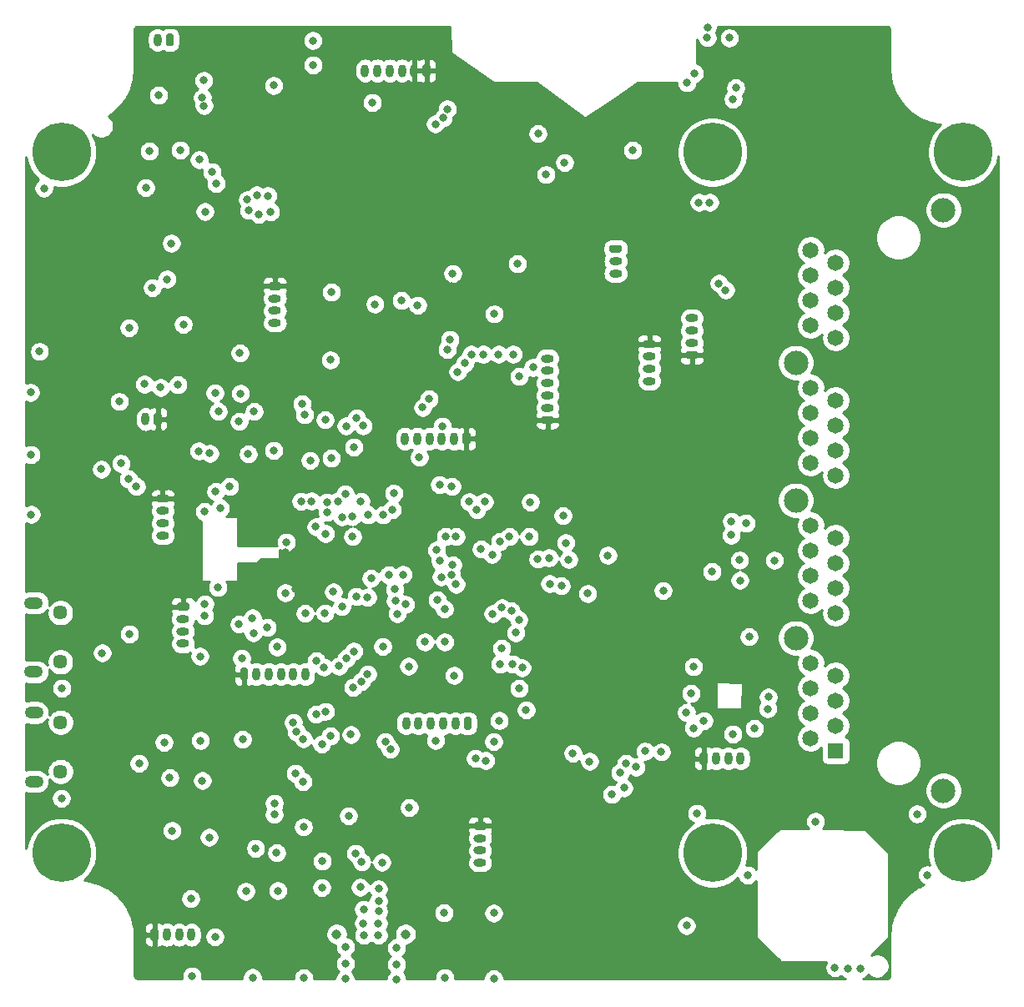
<source format=gbr>
G04 #@! TF.GenerationSoftware,KiCad,Pcbnew,(5.1.7)-1*
G04 #@! TF.CreationDate,2020-11-09T22:13:17+01:00*
G04 #@! TF.ProjectId,vario,76617269-6f2e-46b6-9963-61645f706362,v1.0*
G04 #@! TF.SameCoordinates,Original*
G04 #@! TF.FileFunction,Copper,L3,Inr*
G04 #@! TF.FilePolarity,Positive*
%FSLAX46Y46*%
G04 Gerber Fmt 4.6, Leading zero omitted, Abs format (unit mm)*
G04 Created by KiCad (PCBNEW (5.1.7)-1) date 2020-11-09 22:13:17*
%MOMM*%
%LPD*%
G01*
G04 APERTURE LIST*
G04 #@! TA.AperFunction,ComponentPad*
%ADD10C,5.940000*%
G04 #@! TD*
G04 #@! TA.AperFunction,ComponentPad*
%ADD11O,1.300000X0.800000*%
G04 #@! TD*
G04 #@! TA.AperFunction,ComponentPad*
%ADD12O,0.800000X1.300000*%
G04 #@! TD*
G04 #@! TA.AperFunction,ComponentPad*
%ADD13C,0.970000*%
G04 #@! TD*
G04 #@! TA.AperFunction,ComponentPad*
%ADD14O,1.900000X1.200000*%
G04 #@! TD*
G04 #@! TA.AperFunction,ComponentPad*
%ADD15C,1.450000*%
G04 #@! TD*
G04 #@! TA.AperFunction,ComponentPad*
%ADD16R,1.650000X1.650000*%
G04 #@! TD*
G04 #@! TA.AperFunction,ComponentPad*
%ADD17C,1.650000*%
G04 #@! TD*
G04 #@! TA.AperFunction,ComponentPad*
%ADD18C,2.475000*%
G04 #@! TD*
G04 #@! TA.AperFunction,ViaPad*
%ADD19C,0.800000*%
G04 #@! TD*
G04 #@! TA.AperFunction,Conductor*
%ADD20C,0.254000*%
G04 #@! TD*
G04 #@! TA.AperFunction,Conductor*
%ADD21C,0.100000*%
G04 #@! TD*
G04 APERTURE END LIST*
D10*
X200220000Y-119570000D03*
X200220000Y-48480000D03*
X134180000Y-119570000D03*
X225620000Y-119570000D03*
X225620000Y-48450000D03*
X134180000Y-48480000D03*
G04 #@! TA.AperFunction,ComponentPad*
G36*
G01*
X183940000Y-76050000D02*
X183040000Y-76050000D01*
G75*
G02*
X182840000Y-75850000I0J200000D01*
G01*
X182840000Y-75450000D01*
G75*
G02*
X183040000Y-75250000I200000J0D01*
G01*
X183940000Y-75250000D01*
G75*
G02*
X184140000Y-75450000I0J-200000D01*
G01*
X184140000Y-75850000D01*
G75*
G02*
X183940000Y-76050000I-200000J0D01*
G01*
G37*
G04 #@! TD.AperFunction*
D11*
X183490000Y-74400000D03*
X183490000Y-73150000D03*
X183490000Y-71900000D03*
X183490000Y-70650000D03*
X183490000Y-69400000D03*
D12*
X142702000Y-75570000D03*
G04 #@! TA.AperFunction,ComponentPad*
G36*
G01*
X144352000Y-75120000D02*
X144352000Y-76020000D01*
G75*
G02*
X144152000Y-76220000I-200000J0D01*
G01*
X143752000Y-76220000D01*
G75*
G02*
X143552000Y-76020000I0J200000D01*
G01*
X143552000Y-75120000D01*
G75*
G02*
X143752000Y-74920000I200000J0D01*
G01*
X144152000Y-74920000D01*
G75*
G02*
X144352000Y-75120000I0J-200000D01*
G01*
G37*
G04 #@! TD.AperFunction*
G04 #@! TA.AperFunction,ComponentPad*
G36*
G01*
X152290000Y-101900000D02*
X152290000Y-101000000D01*
G75*
G02*
X152490000Y-100800000I200000J0D01*
G01*
X152890000Y-100800000D01*
G75*
G02*
X153090000Y-101000000I0J-200000D01*
G01*
X153090000Y-101900000D01*
G75*
G02*
X152890000Y-102100000I-200000J0D01*
G01*
X152490000Y-102100000D01*
G75*
G02*
X152290000Y-101900000I0J200000D01*
G01*
G37*
G04 #@! TD.AperFunction*
X153940000Y-101450000D03*
X155190000Y-101450000D03*
X156440000Y-101450000D03*
X157690000Y-101450000D03*
X158940000Y-101450000D03*
G04 #@! TA.AperFunction,ComponentPad*
G36*
G01*
X143210000Y-128340000D02*
X143210000Y-127440000D01*
G75*
G02*
X143410000Y-127240000I200000J0D01*
G01*
X143810000Y-127240000D01*
G75*
G02*
X144010000Y-127440000I0J-200000D01*
G01*
X144010000Y-128340000D01*
G75*
G02*
X143810000Y-128540000I-200000J0D01*
G01*
X143410000Y-128540000D01*
G75*
G02*
X143210000Y-128340000I0J200000D01*
G01*
G37*
G04 #@! TD.AperFunction*
X144860000Y-127890000D03*
X146110000Y-127890000D03*
X147360000Y-127890000D03*
G04 #@! TA.AperFunction,ComponentPad*
G36*
G01*
X155370000Y-61670000D02*
X156270000Y-61670000D01*
G75*
G02*
X156470000Y-61870000I0J-200000D01*
G01*
X156470000Y-62270000D01*
G75*
G02*
X156270000Y-62470000I-200000J0D01*
G01*
X155370000Y-62470000D01*
G75*
G02*
X155170000Y-62270000I0J200000D01*
G01*
X155170000Y-61870000D01*
G75*
G02*
X155370000Y-61670000I200000J0D01*
G01*
G37*
G04 #@! TD.AperFunction*
D11*
X155820000Y-63320000D03*
X155820000Y-64570000D03*
X155820000Y-65820000D03*
G04 #@! TA.AperFunction,ComponentPad*
G36*
G01*
X145560000Y-36630000D02*
X145560000Y-37530000D01*
G75*
G02*
X145360000Y-37730000I-200000J0D01*
G01*
X144960000Y-37730000D01*
G75*
G02*
X144760000Y-37530000I0J200000D01*
G01*
X144760000Y-36630000D01*
G75*
G02*
X144960000Y-36430000I200000J0D01*
G01*
X145360000Y-36430000D01*
G75*
G02*
X145560000Y-36630000I0J-200000D01*
G01*
G37*
G04 #@! TD.AperFunction*
D12*
X143910000Y-37080000D03*
D11*
X176640000Y-120600000D03*
X176640000Y-119350000D03*
X176640000Y-118100000D03*
G04 #@! TA.AperFunction,ComponentPad*
G36*
G01*
X176190000Y-116450000D02*
X177090000Y-116450000D01*
G75*
G02*
X177290000Y-116650000I0J-200000D01*
G01*
X177290000Y-117050000D01*
G75*
G02*
X177090000Y-117250000I-200000J0D01*
G01*
X176190000Y-117250000D01*
G75*
G02*
X175990000Y-117050000I0J200000D01*
G01*
X175990000Y-116650000D01*
G75*
G02*
X176190000Y-116450000I200000J0D01*
G01*
G37*
G04 #@! TD.AperFunction*
G04 #@! TA.AperFunction,ComponentPad*
G36*
G01*
X146050000Y-94200000D02*
X146950000Y-94200000D01*
G75*
G02*
X147150000Y-94400000I0J-200000D01*
G01*
X147150000Y-94800000D01*
G75*
G02*
X146950000Y-95000000I-200000J0D01*
G01*
X146050000Y-95000000D01*
G75*
G02*
X145850000Y-94800000I0J200000D01*
G01*
X145850000Y-94400000D01*
G75*
G02*
X146050000Y-94200000I200000J0D01*
G01*
G37*
G04 #@! TD.AperFunction*
X146500000Y-95850000D03*
X146500000Y-97100000D03*
X146500000Y-98350000D03*
X193810000Y-71700000D03*
X193810000Y-70450000D03*
X193810000Y-69200000D03*
G04 #@! TA.AperFunction,ComponentPad*
G36*
G01*
X193360000Y-67550000D02*
X194260000Y-67550000D01*
G75*
G02*
X194460000Y-67750000I0J-200000D01*
G01*
X194460000Y-68150000D01*
G75*
G02*
X194260000Y-68350000I-200000J0D01*
G01*
X193360000Y-68350000D01*
G75*
G02*
X193160000Y-68150000I0J200000D01*
G01*
X193160000Y-67750000D01*
G75*
G02*
X193360000Y-67550000I200000J0D01*
G01*
G37*
G04 #@! TD.AperFunction*
G04 #@! TA.AperFunction,ComponentPad*
G36*
G01*
X189940000Y-57890000D02*
X190840000Y-57890000D01*
G75*
G02*
X191040000Y-58090000I0J-200000D01*
G01*
X191040000Y-58490000D01*
G75*
G02*
X190840000Y-58690000I-200000J0D01*
G01*
X189940000Y-58690000D01*
G75*
G02*
X189740000Y-58490000I0J200000D01*
G01*
X189740000Y-58090000D01*
G75*
G02*
X189940000Y-57890000I200000J0D01*
G01*
G37*
G04 #@! TD.AperFunction*
X190390000Y-59540000D03*
X190390000Y-60790000D03*
G04 #@! TA.AperFunction,ComponentPad*
G36*
G01*
X198580000Y-69480000D02*
X197680000Y-69480000D01*
G75*
G02*
X197480000Y-69280000I0J200000D01*
G01*
X197480000Y-68880000D01*
G75*
G02*
X197680000Y-68680000I200000J0D01*
G01*
X198580000Y-68680000D01*
G75*
G02*
X198780000Y-68880000I0J-200000D01*
G01*
X198780000Y-69280000D01*
G75*
G02*
X198580000Y-69480000I-200000J0D01*
G01*
G37*
G04 #@! TD.AperFunction*
X198130000Y-67830000D03*
X198130000Y-66580000D03*
X198130000Y-65330000D03*
D12*
X169130000Y-106440000D03*
X170380000Y-106440000D03*
X171630000Y-106440000D03*
X172880000Y-106440000D03*
X174130000Y-106440000D03*
G04 #@! TA.AperFunction,ComponentPad*
G36*
G01*
X175780000Y-105990000D02*
X175780000Y-106890000D01*
G75*
G02*
X175580000Y-107090000I-200000J0D01*
G01*
X175180000Y-107090000D01*
G75*
G02*
X174980000Y-106890000I0J200000D01*
G01*
X174980000Y-105990000D01*
G75*
G02*
X175180000Y-105790000I200000J0D01*
G01*
X175580000Y-105790000D01*
G75*
G02*
X175780000Y-105990000I0J-200000D01*
G01*
G37*
G04 #@! TD.AperFunction*
X164970000Y-40200000D03*
X166220000Y-40200000D03*
X167470000Y-40200000D03*
X168720000Y-40200000D03*
X169970000Y-40200000D03*
G04 #@! TA.AperFunction,ComponentPad*
G36*
G01*
X171620000Y-39750000D02*
X171620000Y-40650000D01*
G75*
G02*
X171420000Y-40850000I-200000J0D01*
G01*
X171020000Y-40850000D01*
G75*
G02*
X170820000Y-40650000I0J200000D01*
G01*
X170820000Y-39750000D01*
G75*
G02*
X171020000Y-39550000I200000J0D01*
G01*
X171420000Y-39550000D01*
G75*
G02*
X171620000Y-39750000I0J-200000D01*
G01*
G37*
G04 #@! TD.AperFunction*
X203070000Y-110000000D03*
X201820000Y-110000000D03*
X200570000Y-110000000D03*
G04 #@! TA.AperFunction,ComponentPad*
G36*
G01*
X198920000Y-110450000D02*
X198920000Y-109550000D01*
G75*
G02*
X199120000Y-109350000I200000J0D01*
G01*
X199520000Y-109350000D01*
G75*
G02*
X199720000Y-109550000I0J-200000D01*
G01*
X199720000Y-110450000D01*
G75*
G02*
X199520000Y-110650000I-200000J0D01*
G01*
X199120000Y-110650000D01*
G75*
G02*
X198920000Y-110450000I0J200000D01*
G01*
G37*
G04 #@! TD.AperFunction*
D11*
X144440000Y-87390000D03*
X144440000Y-86140000D03*
X144440000Y-84890000D03*
G04 #@! TA.AperFunction,ComponentPad*
G36*
G01*
X143990000Y-83240000D02*
X144890000Y-83240000D01*
G75*
G02*
X145090000Y-83440000I0J-200000D01*
G01*
X145090000Y-83840000D01*
G75*
G02*
X144890000Y-84040000I-200000J0D01*
G01*
X143990000Y-84040000D01*
G75*
G02*
X143790000Y-83840000I0J200000D01*
G01*
X143790000Y-83440000D01*
G75*
G02*
X143990000Y-83240000I200000J0D01*
G01*
G37*
G04 #@! TD.AperFunction*
G04 #@! TA.AperFunction,ComponentPad*
G36*
G01*
X175660000Y-77100000D02*
X175660000Y-78000000D01*
G75*
G02*
X175460000Y-78200000I-200000J0D01*
G01*
X175060000Y-78200000D01*
G75*
G02*
X174860000Y-78000000I0J200000D01*
G01*
X174860000Y-77100000D01*
G75*
G02*
X175060000Y-76900000I200000J0D01*
G01*
X175460000Y-76900000D01*
G75*
G02*
X175660000Y-77100000I0J-200000D01*
G01*
G37*
G04 #@! TD.AperFunction*
D12*
X174010000Y-77550000D03*
X172760000Y-77550000D03*
X171510000Y-77550000D03*
X170260000Y-77550000D03*
X169010000Y-77550000D03*
D13*
X169072500Y-127835000D03*
X162087500Y-127835000D03*
D14*
X131372500Y-112340000D03*
X131372500Y-105340000D03*
D15*
X134072500Y-111340000D03*
X134072500Y-106340000D03*
X134062500Y-95210000D03*
X134062500Y-100210000D03*
D14*
X131362500Y-94210000D03*
X131362500Y-101210000D03*
D16*
X212730000Y-109200000D03*
D17*
X210190000Y-107930000D03*
X212730000Y-106660000D03*
X210190000Y-105390000D03*
X212730000Y-104120000D03*
X210190000Y-102850000D03*
X212730000Y-101580000D03*
X210190000Y-100310000D03*
X212730000Y-95230000D03*
X210190000Y-93960000D03*
X212730000Y-92690000D03*
X210190000Y-91420000D03*
X212730000Y-90150000D03*
X210190000Y-88880000D03*
X212730000Y-87610000D03*
X210190000Y-86340000D03*
X212730000Y-81260000D03*
X210190000Y-79990000D03*
X212730000Y-78720000D03*
X210190000Y-77450000D03*
X212730000Y-76180000D03*
X210190000Y-74910000D03*
X212730000Y-73640000D03*
X210190000Y-72370000D03*
X212730000Y-67290000D03*
X210190000Y-66020000D03*
X212730000Y-64750000D03*
X210190000Y-63480000D03*
X212730000Y-62210000D03*
X210190000Y-60940000D03*
X212730000Y-59670000D03*
X210190000Y-58400000D03*
D18*
X223650000Y-113260000D03*
X208670000Y-97770000D03*
X208670000Y-83800000D03*
X208670000Y-69830000D03*
X223650000Y-54340000D03*
D19*
X156120000Y-123420000D03*
X152880000Y-123480000D03*
X162960000Y-132380000D03*
X162970000Y-130830000D03*
X162990000Y-129120000D03*
X168160000Y-132390000D03*
X168160000Y-130900000D03*
X168170000Y-129220000D03*
X156050000Y-98690000D03*
X171040000Y-98170000D03*
X172530000Y-82210000D03*
X152550000Y-108050000D03*
X169450000Y-114990000D03*
X161560000Y-62670000D03*
X161450000Y-69560000D03*
X144230000Y-72360000D03*
X145990000Y-72080000D03*
X172800000Y-76280000D03*
X155699668Y-78740332D03*
X167530000Y-109060000D03*
X167020000Y-108280000D03*
X148100000Y-78800000D03*
X164630000Y-120510000D03*
X166673900Y-120536100D03*
X164490000Y-123060000D03*
X166340000Y-123230000D03*
X166340000Y-124470000D03*
X164820000Y-125310000D03*
X166350000Y-125520000D03*
X164810000Y-126720000D03*
X166320000Y-126740000D03*
X164840000Y-127940000D03*
X166320000Y-127940000D03*
X173050000Y-132260000D03*
X178020000Y-132350000D03*
X178030000Y-125700000D03*
X158740000Y-132280000D03*
X153560000Y-132220000D03*
X147420000Y-132070000D03*
X148280000Y-108190000D03*
X178020000Y-108300000D03*
X172120000Y-108180000D03*
X160580000Y-123100000D03*
X160640000Y-120420000D03*
X142590000Y-72020000D03*
X153030000Y-53290000D03*
X153170000Y-54380000D03*
X153980000Y-52810000D03*
X154190000Y-54780000D03*
X155380000Y-54520000D03*
X155100000Y-52900000D03*
X144010000Y-42690000D03*
X146225000Y-48265000D03*
X148150000Y-49230000D03*
X155700000Y-41700000D03*
X173300000Y-44100000D03*
X172900000Y-45000000D03*
X170300000Y-64000000D03*
X172110000Y-45610000D03*
X156875874Y-93192628D03*
X150050000Y-92640000D03*
X156990331Y-88049669D03*
X150275267Y-84610946D03*
X148690000Y-95520000D03*
X148700000Y-84940000D03*
X201930000Y-36870000D03*
X173870000Y-60790000D03*
X189600000Y-89380000D03*
X148610000Y-41190000D03*
X203000000Y-91920000D03*
X200160000Y-91040000D03*
X195220000Y-92970000D03*
X197590000Y-126970000D03*
X198280000Y-100700000D03*
X199680000Y-36860000D03*
X199700000Y-35810000D03*
X202590000Y-41930000D03*
X202300000Y-43100000D03*
X132400000Y-52140000D03*
X142720000Y-52080000D03*
X131940000Y-68700000D03*
X146540000Y-65950000D03*
X145320000Y-57720000D03*
X192120000Y-48280000D03*
X134220000Y-102880000D03*
X134170000Y-114050000D03*
X142040000Y-110500000D03*
X138297888Y-99287888D03*
X149150000Y-118000000D03*
X148460000Y-112250000D03*
X163300000Y-115820000D03*
X158730000Y-116960000D03*
X172960000Y-125660000D03*
X195020000Y-109340000D03*
X199340000Y-106170000D03*
X202280000Y-107530000D03*
X204470000Y-106960000D03*
X222010000Y-121820000D03*
X210670000Y-116390000D03*
X203788019Y-121841894D03*
X215220000Y-131310000D03*
X198030000Y-103400000D03*
X131030000Y-72850000D03*
X131080000Y-79170000D03*
X131100000Y-85240000D03*
X200240000Y-101860000D03*
X154160000Y-108110000D03*
X157360000Y-95160000D03*
X170890000Y-81220000D03*
X167170000Y-101290000D03*
X169440000Y-97860000D03*
X158190000Y-77550000D03*
X144010000Y-76820000D03*
X175240000Y-76270000D03*
X173620000Y-63710000D03*
X154870000Y-80500000D03*
X160100000Y-43190000D03*
X159150000Y-43190000D03*
X158220000Y-43190000D03*
X157330000Y-43190000D03*
X156410000Y-43190000D03*
X155490000Y-43190000D03*
X212990000Y-43840000D03*
X157890000Y-92780000D03*
X153456342Y-85119716D03*
X156910000Y-89050000D03*
X147120000Y-83150000D03*
X173730000Y-62050000D03*
X193460000Y-89390000D03*
X148655000Y-59825000D03*
X138830000Y-50520000D03*
X192120000Y-52670000D03*
X150617660Y-108928444D03*
X197350000Y-93950500D03*
X213630000Y-116110000D03*
X160920000Y-75630000D03*
X153110000Y-79100000D03*
X149230000Y-79040000D03*
X149430000Y-50460000D03*
X148470000Y-42940000D03*
X149860000Y-51640000D03*
X148630000Y-43760000D03*
X148720000Y-94310000D03*
X193370000Y-109260000D03*
X201550000Y-62470000D03*
X198380000Y-40480000D03*
X197635000Y-41425000D03*
X200865000Y-61785000D03*
X202960000Y-89870000D03*
X206490000Y-89890000D03*
X190010000Y-113640000D03*
X148230000Y-99640000D03*
X140960000Y-81650000D03*
X159980000Y-86490000D03*
X143080000Y-48360000D03*
X141020000Y-66300000D03*
X165720000Y-43440000D03*
X165976500Y-63897500D03*
X168643500Y-63516500D03*
X159680000Y-37140000D03*
X141080000Y-97360000D03*
X145160000Y-111960000D03*
X159700000Y-39620000D03*
X144576377Y-108370455D03*
X158570000Y-74030000D03*
X140040000Y-73780000D03*
X158470000Y-83900000D03*
X138210000Y-80640000D03*
X162960000Y-83150000D03*
X140200000Y-80050000D03*
X159400000Y-79760000D03*
X199940000Y-53570000D03*
X198840000Y-53570000D03*
X171459249Y-73510751D03*
X170818500Y-74390000D03*
X158890000Y-95280000D03*
X192455331Y-110874669D03*
X152460331Y-99830331D03*
X191237116Y-112991137D03*
X190834674Y-111434664D03*
X191440000Y-110520000D03*
X168040000Y-94000000D03*
X155770000Y-114560000D03*
X157996708Y-107301807D03*
X167990000Y-92830000D03*
X155760000Y-115690000D03*
X158703816Y-108008914D03*
X178649846Y-87990010D03*
X173135331Y-87494669D03*
X173300000Y-68500000D03*
X174207288Y-87490000D03*
X179619989Y-87490000D03*
X173588062Y-67477500D03*
X173050000Y-98170000D03*
X180570000Y-95920000D03*
X185630000Y-89820000D03*
X187555000Y-93265000D03*
X173040000Y-94834164D03*
X177932891Y-95322207D03*
X169080000Y-94360000D03*
X179810000Y-95030000D03*
X183640000Y-89650000D03*
X184891307Y-92488050D03*
X172290000Y-93920000D03*
X178862581Y-94710000D03*
X182490001Y-89770001D03*
X183696011Y-92263989D03*
X161460331Y-107729980D03*
X158660000Y-112350000D03*
X176170000Y-109990000D03*
X153640000Y-97260000D03*
X180620000Y-71230000D03*
X174370000Y-70760000D03*
X157890000Y-111510000D03*
X160580000Y-108550000D03*
X177210000Y-110210000D03*
X155050000Y-96710000D03*
X175080000Y-69900000D03*
X182010000Y-70310000D03*
X152190000Y-96371247D03*
X153550000Y-95730000D03*
X161110000Y-85000000D03*
X202140000Y-85930000D03*
X198300000Y-106920000D03*
X212640000Y-131240000D03*
X159530000Y-83875597D03*
X202110000Y-87330000D03*
X203620000Y-86120000D03*
X197560000Y-105340000D03*
X213930000Y-131310000D03*
X172580000Y-89960000D03*
X177850000Y-89310000D03*
X179991103Y-68981113D03*
X182510000Y-46600000D03*
X172220000Y-88860000D03*
X176740000Y-88750000D03*
X178520000Y-68977500D03*
X183330000Y-50750000D03*
X160810000Y-100730000D03*
X160950000Y-105229959D03*
X160030132Y-100104053D03*
X159990000Y-105520000D03*
X163530000Y-107570000D03*
X162620331Y-94590331D03*
X162330000Y-100623219D03*
X163772037Y-102788624D03*
X164075526Y-93556188D03*
X163080000Y-99837152D03*
X164581053Y-102200835D03*
X165230000Y-93650000D03*
X163830000Y-99130000D03*
X165230000Y-101440000D03*
X169390000Y-100650000D03*
X187751500Y-110291500D03*
X166772931Y-98647945D03*
X186050000Y-109480000D03*
X162210000Y-83875597D03*
X163690000Y-85440000D03*
X163700000Y-87490000D03*
X149809825Y-82920175D03*
X161121235Y-84000061D03*
X162638083Y-85489990D03*
X160954224Y-87184886D03*
X151230000Y-82400000D03*
X170468025Y-79431313D03*
X164118989Y-75450040D03*
X152190000Y-75800000D03*
X150091500Y-74780000D03*
X149741498Y-72910000D03*
X148740000Y-54510000D03*
X164550000Y-83900000D03*
X153710000Y-74780000D03*
X152331109Y-72958891D03*
X152270000Y-68850000D03*
X143379980Y-62230000D03*
X144879980Y-61360000D03*
X165300000Y-85290000D03*
X158827199Y-75127858D03*
X164020000Y-119630000D03*
X149750000Y-128100000D03*
X161750000Y-93090000D03*
X141766082Y-82400000D03*
X180910000Y-100800000D03*
X172700000Y-91590000D03*
X174207288Y-92340000D03*
X180579980Y-102900000D03*
X173750000Y-91350000D03*
X181320000Y-105080000D03*
X198628000Y-115570000D03*
X220980000Y-115640000D03*
X181620000Y-87490000D03*
X161540000Y-79532954D03*
X163820000Y-78410010D03*
X164780000Y-76250000D03*
X181740000Y-83989960D03*
X173775331Y-82394669D03*
X175530000Y-83949999D03*
X203930000Y-97640000D03*
X179920000Y-100407500D03*
X168820000Y-91340000D03*
X166800001Y-85280000D03*
X180430000Y-59790000D03*
X177100000Y-83949999D03*
X176960000Y-68990000D03*
X167730000Y-84760000D03*
X178070000Y-64890000D03*
X176320000Y-84780000D03*
X175740000Y-68977500D03*
X167386190Y-91370733D03*
X155990000Y-119570000D03*
X157690010Y-106350000D03*
X153870000Y-119120000D03*
X163040000Y-76270000D03*
X185210000Y-49530000D03*
X160900000Y-95250000D03*
X165580000Y-91720000D03*
X168239998Y-95310000D03*
X178840000Y-98820000D03*
X180260000Y-97250000D03*
X178670000Y-100407500D03*
X178579970Y-106160000D03*
X174014258Y-101574258D03*
X173855294Y-90355557D03*
X205890000Y-103760000D03*
X167890000Y-83090000D03*
X185330000Y-88120000D03*
X185060000Y-85360000D03*
X205820000Y-104970000D03*
X147290000Y-124240000D03*
X145400000Y-117330000D03*
D20*
X173663110Y-38365276D02*
X173665140Y-38383213D01*
X173672067Y-38407127D01*
X173683527Y-38429228D01*
X173699079Y-38448670D01*
X173718125Y-38464704D01*
X177928125Y-41354704D01*
X177950608Y-41367002D01*
X177974382Y-41374389D01*
X177999142Y-41376997D01*
X182398053Y-41406719D01*
X187234915Y-44952427D01*
X187261481Y-44967367D01*
X187285310Y-44974577D01*
X187310089Y-44977000D01*
X187334863Y-44974542D01*
X187358683Y-44967299D01*
X187380631Y-44955547D01*
X190305800Y-42998061D01*
X201265000Y-42998061D01*
X201265000Y-43201939D01*
X201304774Y-43401898D01*
X201382795Y-43590256D01*
X201496063Y-43759774D01*
X201640226Y-43903937D01*
X201809744Y-44017205D01*
X201998102Y-44095226D01*
X202198061Y-44135000D01*
X202401939Y-44135000D01*
X202601898Y-44095226D01*
X202790256Y-44017205D01*
X202959774Y-43903937D01*
X203103937Y-43759774D01*
X203217205Y-43590256D01*
X203295226Y-43401898D01*
X203335000Y-43201939D01*
X203335000Y-42998061D01*
X203295226Y-42798102D01*
X203263120Y-42720591D01*
X203393937Y-42589774D01*
X203507205Y-42420256D01*
X203585226Y-42231898D01*
X203625000Y-42031939D01*
X203625000Y-41828061D01*
X203585226Y-41628102D01*
X203507205Y-41439744D01*
X203393937Y-41270226D01*
X203249774Y-41126063D01*
X203080256Y-41012795D01*
X202891898Y-40934774D01*
X202691939Y-40895000D01*
X202488061Y-40895000D01*
X202288102Y-40934774D01*
X202099744Y-41012795D01*
X201930226Y-41126063D01*
X201786063Y-41270226D01*
X201672795Y-41439744D01*
X201594774Y-41628102D01*
X201555000Y-41828061D01*
X201555000Y-42031939D01*
X201594774Y-42231898D01*
X201626880Y-42309409D01*
X201496063Y-42440226D01*
X201382795Y-42609744D01*
X201304774Y-42798102D01*
X201265000Y-42998061D01*
X190305800Y-42998061D01*
X192638985Y-41436724D01*
X196600000Y-41408364D01*
X196600000Y-41526939D01*
X196639774Y-41726898D01*
X196717795Y-41915256D01*
X196831063Y-42084774D01*
X196975226Y-42228937D01*
X197144744Y-42342205D01*
X197333102Y-42420226D01*
X197533061Y-42460000D01*
X197736939Y-42460000D01*
X197936898Y-42420226D01*
X198125256Y-42342205D01*
X198294774Y-42228937D01*
X198438937Y-42084774D01*
X198552205Y-41915256D01*
X198630226Y-41726898D01*
X198670000Y-41526939D01*
X198670000Y-41477593D01*
X198681898Y-41475226D01*
X198870256Y-41397205D01*
X199039774Y-41283937D01*
X199183937Y-41139774D01*
X199297205Y-40970256D01*
X199375226Y-40781898D01*
X199415000Y-40581939D01*
X199415000Y-40378061D01*
X199375226Y-40178102D01*
X199297205Y-39989744D01*
X199183937Y-39820226D01*
X199039774Y-39676063D01*
X198870256Y-39562795D01*
X198681898Y-39484774D01*
X198617901Y-39472044D01*
X198662323Y-37049028D01*
X198684774Y-37161898D01*
X198762795Y-37350256D01*
X198876063Y-37519774D01*
X199020226Y-37663937D01*
X199189744Y-37777205D01*
X199378102Y-37855226D01*
X199578061Y-37895000D01*
X199781939Y-37895000D01*
X199981898Y-37855226D01*
X200170256Y-37777205D01*
X200339774Y-37663937D01*
X200483937Y-37519774D01*
X200597205Y-37350256D01*
X200675226Y-37161898D01*
X200715000Y-36961939D01*
X200715000Y-36768061D01*
X200895000Y-36768061D01*
X200895000Y-36971939D01*
X200934774Y-37171898D01*
X201012795Y-37360256D01*
X201126063Y-37529774D01*
X201270226Y-37673937D01*
X201439744Y-37787205D01*
X201628102Y-37865226D01*
X201828061Y-37905000D01*
X202031939Y-37905000D01*
X202231898Y-37865226D01*
X202420256Y-37787205D01*
X202589774Y-37673937D01*
X202733937Y-37529774D01*
X202847205Y-37360256D01*
X202925226Y-37171898D01*
X202965000Y-36971939D01*
X202965000Y-36768061D01*
X202925226Y-36568102D01*
X202847205Y-36379744D01*
X202733937Y-36210226D01*
X202589774Y-36066063D01*
X202420256Y-35952795D01*
X202231898Y-35874774D01*
X202031939Y-35835000D01*
X201828061Y-35835000D01*
X201628102Y-35874774D01*
X201439744Y-35952795D01*
X201270226Y-36066063D01*
X201126063Y-36210226D01*
X201012795Y-36379744D01*
X200934774Y-36568102D01*
X200895000Y-36768061D01*
X200715000Y-36768061D01*
X200715000Y-36758061D01*
X200675226Y-36558102D01*
X200597205Y-36369744D01*
X200583990Y-36349966D01*
X200617205Y-36300256D01*
X200695226Y-36111898D01*
X200735000Y-35911939D01*
X200735000Y-35708061D01*
X200734391Y-35705000D01*
X217866008Y-35705000D01*
X217958595Y-35714078D01*
X218014955Y-35731094D01*
X218066943Y-35758737D01*
X218112563Y-35795943D01*
X218150095Y-35841311D01*
X218178094Y-35893095D01*
X218195505Y-35949341D01*
X218205001Y-36039686D01*
X218205000Y-40044134D01*
X218207495Y-40069467D01*
X218260504Y-40791315D01*
X218263157Y-40807513D01*
X218263672Y-40823911D01*
X218277841Y-40902660D01*
X218485361Y-41767042D01*
X218492335Y-41787766D01*
X218496882Y-41809156D01*
X218524773Y-41884151D01*
X218882082Y-42698122D01*
X218892615Y-42717282D01*
X218900878Y-42737529D01*
X218941608Y-42806400D01*
X219437411Y-43544234D01*
X219451172Y-43561227D01*
X219462890Y-43579692D01*
X219515172Y-43640262D01*
X220133800Y-44278635D01*
X220150353Y-44292923D01*
X220165154Y-44309019D01*
X220227336Y-44359373D01*
X220949232Y-44878108D01*
X220968051Y-44889238D01*
X220985471Y-44902460D01*
X221055588Y-44941007D01*
X221857935Y-45323707D01*
X221878433Y-45331330D01*
X221897914Y-45341256D01*
X221973748Y-45366777D01*
X222831184Y-45601345D01*
X222852704Y-45605217D01*
X222873639Y-45611538D01*
X222952794Y-45623227D01*
X223316108Y-45655652D01*
X222819814Y-46151946D01*
X222425290Y-46742392D01*
X222153538Y-47398460D01*
X222015000Y-48094938D01*
X222015000Y-48805062D01*
X222153538Y-49501540D01*
X222425290Y-50157608D01*
X222819814Y-50748054D01*
X223321946Y-51250186D01*
X223912392Y-51644710D01*
X224568460Y-51916462D01*
X225264938Y-52055000D01*
X225975062Y-52055000D01*
X226671540Y-51916462D01*
X227327608Y-51644710D01*
X227918054Y-51250186D01*
X228420186Y-50748054D01*
X228814710Y-50157608D01*
X229086462Y-49501540D01*
X229205000Y-48905609D01*
X229205001Y-119114396D01*
X229086462Y-118518460D01*
X228814710Y-117862392D01*
X228420186Y-117271946D01*
X227918054Y-116769814D01*
X227327608Y-116375290D01*
X226671540Y-116103538D01*
X225975062Y-115965000D01*
X225264938Y-115965000D01*
X224568460Y-116103538D01*
X223912392Y-116375290D01*
X223321946Y-116769814D01*
X222819814Y-117271946D01*
X222425290Y-117862392D01*
X222153538Y-118518460D01*
X222015000Y-119214938D01*
X222015000Y-119925062D01*
X222153538Y-120621540D01*
X222231060Y-120808694D01*
X222111939Y-120785000D01*
X221908061Y-120785000D01*
X221708102Y-120824774D01*
X221519744Y-120902795D01*
X221350226Y-121016063D01*
X221206063Y-121160226D01*
X221092795Y-121329744D01*
X221014774Y-121518102D01*
X220975000Y-121718061D01*
X220975000Y-121921939D01*
X221014774Y-122121898D01*
X221092795Y-122310256D01*
X221206063Y-122479774D01*
X221350226Y-122623937D01*
X221519744Y-122737205D01*
X221660080Y-122795335D01*
X221211878Y-122992082D01*
X221192718Y-123002615D01*
X221172471Y-123010878D01*
X221103600Y-123051608D01*
X220365766Y-123547411D01*
X220348773Y-123561172D01*
X220330308Y-123572890D01*
X220269738Y-123625172D01*
X219631365Y-124243799D01*
X219617073Y-124260357D01*
X219600981Y-124275154D01*
X219550627Y-124337336D01*
X219031892Y-125059232D01*
X219020762Y-125078052D01*
X219007540Y-125095471D01*
X218968993Y-125165588D01*
X218586293Y-125967935D01*
X218578670Y-125988433D01*
X218568744Y-126007914D01*
X218543222Y-126083749D01*
X218308655Y-126941184D01*
X218304783Y-126962703D01*
X218298462Y-126983639D01*
X218286773Y-127062795D01*
X218208020Y-127945203D01*
X218205000Y-127975866D01*
X218205001Y-131975999D01*
X218195922Y-132068594D01*
X218178905Y-132124956D01*
X218151263Y-132176943D01*
X218114057Y-132222562D01*
X218068688Y-132260095D01*
X218016905Y-132288094D01*
X217960656Y-132305506D01*
X217870325Y-132315000D01*
X215472760Y-132315000D01*
X215521898Y-132305226D01*
X215710256Y-132227205D01*
X215879774Y-132113937D01*
X216023937Y-131969774D01*
X216036009Y-131951708D01*
X216119202Y-132034901D01*
X216323926Y-132171693D01*
X216551402Y-132265917D01*
X216792890Y-132313952D01*
X217039110Y-132313952D01*
X217280598Y-132265917D01*
X217508074Y-132171693D01*
X217712798Y-132034901D01*
X217886901Y-131860798D01*
X218023693Y-131656074D01*
X218117917Y-131428598D01*
X218165952Y-131187110D01*
X218165952Y-130940890D01*
X218117917Y-130699402D01*
X218023693Y-130471926D01*
X217886901Y-130267202D01*
X217712798Y-130093099D01*
X217508074Y-129956307D01*
X217280598Y-129862083D01*
X217039110Y-129814048D01*
X216792890Y-129814048D01*
X216551402Y-129862083D01*
X216339927Y-129949679D01*
X218089803Y-128199803D01*
X218105597Y-128180557D01*
X218117333Y-128158601D01*
X218124560Y-128134776D01*
X218127000Y-128110000D01*
X218127000Y-119680000D01*
X218124612Y-119655486D01*
X218117435Y-119631646D01*
X218105745Y-119609665D01*
X218089991Y-119590387D01*
X215719991Y-117210387D01*
X215701298Y-117194902D01*
X215679425Y-117183012D01*
X215655652Y-117175618D01*
X215630893Y-117173003D01*
X211380605Y-117143106D01*
X211473937Y-117049774D01*
X211587205Y-116880256D01*
X211665226Y-116691898D01*
X211705000Y-116491939D01*
X211705000Y-116288061D01*
X211665226Y-116088102D01*
X211587205Y-115899744D01*
X211473937Y-115730226D01*
X211329774Y-115586063D01*
X211257934Y-115538061D01*
X219945000Y-115538061D01*
X219945000Y-115741939D01*
X219984774Y-115941898D01*
X220062795Y-116130256D01*
X220176063Y-116299774D01*
X220320226Y-116443937D01*
X220489744Y-116557205D01*
X220678102Y-116635226D01*
X220878061Y-116675000D01*
X221081939Y-116675000D01*
X221281898Y-116635226D01*
X221470256Y-116557205D01*
X221639774Y-116443937D01*
X221783937Y-116299774D01*
X221897205Y-116130256D01*
X221975226Y-115941898D01*
X222015000Y-115741939D01*
X222015000Y-115538061D01*
X221975226Y-115338102D01*
X221897205Y-115149744D01*
X221783937Y-114980226D01*
X221639774Y-114836063D01*
X221470256Y-114722795D01*
X221281898Y-114644774D01*
X221081939Y-114605000D01*
X220878061Y-114605000D01*
X220678102Y-114644774D01*
X220489744Y-114722795D01*
X220320226Y-114836063D01*
X220176063Y-114980226D01*
X220062795Y-115149744D01*
X219984774Y-115338102D01*
X219945000Y-115538061D01*
X211257934Y-115538061D01*
X211160256Y-115472795D01*
X210971898Y-115394774D01*
X210771939Y-115355000D01*
X210568061Y-115355000D01*
X210368102Y-115394774D01*
X210179744Y-115472795D01*
X210010226Y-115586063D01*
X209866063Y-115730226D01*
X209752795Y-115899744D01*
X209674774Y-116088102D01*
X209635000Y-116288061D01*
X209635000Y-116491939D01*
X209674774Y-116691898D01*
X209752795Y-116880256D01*
X209866063Y-117049774D01*
X209949328Y-117133039D01*
X207100893Y-117113003D01*
X207080560Y-117114497D01*
X207056449Y-117120701D01*
X207034011Y-117131490D01*
X207014110Y-117146448D01*
X204694110Y-119276448D01*
X204674565Y-119299201D01*
X204662779Y-119321130D01*
X204655497Y-119344938D01*
X204653000Y-119369709D01*
X204648648Y-121266967D01*
X204591956Y-121182120D01*
X204447793Y-121037957D01*
X204278275Y-120924689D01*
X204089917Y-120846668D01*
X203889958Y-120806894D01*
X203686080Y-120806894D01*
X203602827Y-120823454D01*
X203686462Y-120621540D01*
X203825000Y-119925062D01*
X203825000Y-119214938D01*
X203686462Y-118518460D01*
X203414710Y-117862392D01*
X203020186Y-117271946D01*
X202518054Y-116769814D01*
X201927608Y-116375290D01*
X201271540Y-116103538D01*
X200575062Y-115965000D01*
X199864938Y-115965000D01*
X199559495Y-116025756D01*
X199623226Y-115871898D01*
X199663000Y-115671939D01*
X199663000Y-115468061D01*
X199623226Y-115268102D01*
X199545205Y-115079744D01*
X199431937Y-114910226D01*
X199287774Y-114766063D01*
X199118256Y-114652795D01*
X198929898Y-114574774D01*
X198729939Y-114535000D01*
X198526061Y-114535000D01*
X198326102Y-114574774D01*
X198137744Y-114652795D01*
X197968226Y-114766063D01*
X197824063Y-114910226D01*
X197710795Y-115079744D01*
X197632774Y-115268102D01*
X197593000Y-115468061D01*
X197593000Y-115671939D01*
X197632774Y-115871898D01*
X197710795Y-116060256D01*
X197824063Y-116229774D01*
X197968226Y-116373937D01*
X198137744Y-116487205D01*
X198265624Y-116540175D01*
X197921946Y-116769814D01*
X197419814Y-117271946D01*
X197025290Y-117862392D01*
X196753538Y-118518460D01*
X196615000Y-119214938D01*
X196615000Y-119925062D01*
X196753538Y-120621540D01*
X197025290Y-121277608D01*
X197419814Y-121868054D01*
X197921946Y-122370186D01*
X198512392Y-122764710D01*
X199168460Y-123036462D01*
X199864938Y-123175000D01*
X200575062Y-123175000D01*
X201271540Y-123036462D01*
X201927608Y-122764710D01*
X202518054Y-122370186D01*
X202784772Y-122103468D01*
X202792793Y-122143792D01*
X202870814Y-122332150D01*
X202984082Y-122501668D01*
X203128245Y-122645831D01*
X203297763Y-122759099D01*
X203486121Y-122837120D01*
X203686080Y-122876894D01*
X203889958Y-122876894D01*
X204089917Y-122837120D01*
X204278275Y-122759099D01*
X204447793Y-122645831D01*
X204591956Y-122501668D01*
X204646002Y-122420782D01*
X204633000Y-128089709D01*
X204635544Y-128115291D01*
X204642869Y-128139085D01*
X204654696Y-128160993D01*
X204670569Y-128180173D01*
X207100569Y-130590173D01*
X207119317Y-130605513D01*
X207141260Y-130617275D01*
X207165075Y-130624530D01*
X207189849Y-130627000D01*
X211801146Y-130632483D01*
X211722795Y-130749744D01*
X211644774Y-130938102D01*
X211605000Y-131138061D01*
X211605000Y-131341939D01*
X211644774Y-131541898D01*
X211722795Y-131730256D01*
X211836063Y-131899774D01*
X211980226Y-132043937D01*
X212149744Y-132157205D01*
X212338102Y-132235226D01*
X212538061Y-132275000D01*
X212741939Y-132275000D01*
X212941898Y-132235226D01*
X213130256Y-132157205D01*
X213240099Y-132083810D01*
X213270226Y-132113937D01*
X213439744Y-132227205D01*
X213628102Y-132305226D01*
X213677240Y-132315000D01*
X179055000Y-132315000D01*
X179055000Y-132248061D01*
X179015226Y-132048102D01*
X178937205Y-131859744D01*
X178823937Y-131690226D01*
X178679774Y-131546063D01*
X178510256Y-131432795D01*
X178321898Y-131354774D01*
X178121939Y-131315000D01*
X177918061Y-131315000D01*
X177718102Y-131354774D01*
X177529744Y-131432795D01*
X177360226Y-131546063D01*
X177216063Y-131690226D01*
X177102795Y-131859744D01*
X177024774Y-132048102D01*
X176985000Y-132248061D01*
X176985000Y-132315000D01*
X174085000Y-132315000D01*
X174085000Y-132158061D01*
X174045226Y-131958102D01*
X173967205Y-131769744D01*
X173853937Y-131600226D01*
X173709774Y-131456063D01*
X173540256Y-131342795D01*
X173351898Y-131264774D01*
X173151939Y-131225000D01*
X172948061Y-131225000D01*
X172748102Y-131264774D01*
X172559744Y-131342795D01*
X172390226Y-131456063D01*
X172246063Y-131600226D01*
X172132795Y-131769744D01*
X172054774Y-131958102D01*
X172015000Y-132158061D01*
X172015000Y-132315000D01*
X169195000Y-132315000D01*
X169195000Y-132288061D01*
X169155226Y-132088102D01*
X169077205Y-131899744D01*
X168963937Y-131730226D01*
X168878711Y-131645000D01*
X168963937Y-131559774D01*
X169077205Y-131390256D01*
X169155226Y-131201898D01*
X169195000Y-131001939D01*
X169195000Y-130798061D01*
X169155226Y-130598102D01*
X169077205Y-130409744D01*
X168963937Y-130240226D01*
X168819774Y-130096063D01*
X168770802Y-130063341D01*
X168829774Y-130023937D01*
X168973937Y-129879774D01*
X169087205Y-129710256D01*
X169165226Y-129521898D01*
X169205000Y-129321939D01*
X169205000Y-129118061D01*
X169172565Y-128955000D01*
X169182810Y-128955000D01*
X169399192Y-128911959D01*
X169603019Y-128827531D01*
X169786458Y-128704961D01*
X169942461Y-128548958D01*
X170065031Y-128365519D01*
X170149459Y-128161692D01*
X170192500Y-127945310D01*
X170192500Y-127724690D01*
X170149459Y-127508308D01*
X170065031Y-127304481D01*
X169942461Y-127121042D01*
X169786458Y-126965039D01*
X169641321Y-126868061D01*
X196555000Y-126868061D01*
X196555000Y-127071939D01*
X196594774Y-127271898D01*
X196672795Y-127460256D01*
X196786063Y-127629774D01*
X196930226Y-127773937D01*
X197099744Y-127887205D01*
X197288102Y-127965226D01*
X197488061Y-128005000D01*
X197691939Y-128005000D01*
X197891898Y-127965226D01*
X198080256Y-127887205D01*
X198249774Y-127773937D01*
X198393937Y-127629774D01*
X198507205Y-127460256D01*
X198585226Y-127271898D01*
X198625000Y-127071939D01*
X198625000Y-126868061D01*
X198585226Y-126668102D01*
X198507205Y-126479744D01*
X198393937Y-126310226D01*
X198249774Y-126166063D01*
X198080256Y-126052795D01*
X197891898Y-125974774D01*
X197691939Y-125935000D01*
X197488061Y-125935000D01*
X197288102Y-125974774D01*
X197099744Y-126052795D01*
X196930226Y-126166063D01*
X196786063Y-126310226D01*
X196672795Y-126479744D01*
X196594774Y-126668102D01*
X196555000Y-126868061D01*
X169641321Y-126868061D01*
X169603019Y-126842469D01*
X169399192Y-126758041D01*
X169182810Y-126715000D01*
X168962190Y-126715000D01*
X168745808Y-126758041D01*
X168541981Y-126842469D01*
X168358542Y-126965039D01*
X168202539Y-127121042D01*
X168079969Y-127304481D01*
X167995541Y-127508308D01*
X167952500Y-127724690D01*
X167952500Y-127945310D01*
X167995541Y-128161692D01*
X168009981Y-128196553D01*
X167868102Y-128224774D01*
X167679744Y-128302795D01*
X167510226Y-128416063D01*
X167366063Y-128560226D01*
X167252795Y-128729744D01*
X167174774Y-128918102D01*
X167135000Y-129118061D01*
X167135000Y-129321939D01*
X167174774Y-129521898D01*
X167252795Y-129710256D01*
X167366063Y-129879774D01*
X167510226Y-130023937D01*
X167559198Y-130056659D01*
X167500226Y-130096063D01*
X167356063Y-130240226D01*
X167242795Y-130409744D01*
X167164774Y-130598102D01*
X167125000Y-130798061D01*
X167125000Y-131001939D01*
X167164774Y-131201898D01*
X167242795Y-131390256D01*
X167356063Y-131559774D01*
X167441289Y-131645000D01*
X167356063Y-131730226D01*
X167242795Y-131899744D01*
X167164774Y-132088102D01*
X167125000Y-132288061D01*
X167125000Y-132315000D01*
X163995000Y-132315000D01*
X163995000Y-132278061D01*
X163955226Y-132078102D01*
X163877205Y-131889744D01*
X163763937Y-131720226D01*
X163653711Y-131610000D01*
X163773937Y-131489774D01*
X163887205Y-131320256D01*
X163965226Y-131131898D01*
X164005000Y-130931939D01*
X164005000Y-130728061D01*
X163965226Y-130528102D01*
X163887205Y-130339744D01*
X163773937Y-130170226D01*
X163629774Y-130026063D01*
X163563353Y-129981682D01*
X163649774Y-129923937D01*
X163793937Y-129779774D01*
X163907205Y-129610256D01*
X163985226Y-129421898D01*
X164025000Y-129221939D01*
X164025000Y-129018061D01*
X163985226Y-128818102D01*
X163907205Y-128629744D01*
X163793937Y-128460226D01*
X163649774Y-128316063D01*
X163480256Y-128202795D01*
X163291898Y-128124774D01*
X163176373Y-128101795D01*
X163207500Y-127945310D01*
X163207500Y-127724690D01*
X163164459Y-127508308D01*
X163080031Y-127304481D01*
X162957461Y-127121042D01*
X162801458Y-126965039D01*
X162618019Y-126842469D01*
X162414192Y-126758041D01*
X162197810Y-126715000D01*
X161977190Y-126715000D01*
X161760808Y-126758041D01*
X161556981Y-126842469D01*
X161373542Y-126965039D01*
X161217539Y-127121042D01*
X161094969Y-127304481D01*
X161010541Y-127508308D01*
X160967500Y-127724690D01*
X160967500Y-127945310D01*
X161010541Y-128161692D01*
X161094969Y-128365519D01*
X161217539Y-128548958D01*
X161373542Y-128704961D01*
X161556981Y-128827531D01*
X161760808Y-128911959D01*
X161967911Y-128953154D01*
X161955000Y-129018061D01*
X161955000Y-129221939D01*
X161994774Y-129421898D01*
X162072795Y-129610256D01*
X162186063Y-129779774D01*
X162330226Y-129923937D01*
X162396647Y-129968318D01*
X162310226Y-130026063D01*
X162166063Y-130170226D01*
X162052795Y-130339744D01*
X161974774Y-130528102D01*
X161935000Y-130728061D01*
X161935000Y-130931939D01*
X161974774Y-131131898D01*
X162052795Y-131320256D01*
X162166063Y-131489774D01*
X162276289Y-131600000D01*
X162156063Y-131720226D01*
X162042795Y-131889744D01*
X161964774Y-132078102D01*
X161925000Y-132278061D01*
X161925000Y-132315000D01*
X159775000Y-132315000D01*
X159775000Y-132178061D01*
X159735226Y-131978102D01*
X159657205Y-131789744D01*
X159543937Y-131620226D01*
X159399774Y-131476063D01*
X159230256Y-131362795D01*
X159041898Y-131284774D01*
X158841939Y-131245000D01*
X158638061Y-131245000D01*
X158438102Y-131284774D01*
X158249744Y-131362795D01*
X158080226Y-131476063D01*
X157936063Y-131620226D01*
X157822795Y-131789744D01*
X157744774Y-131978102D01*
X157705000Y-132178061D01*
X157705000Y-132315000D01*
X154595000Y-132315000D01*
X154595000Y-132118061D01*
X154555226Y-131918102D01*
X154477205Y-131729744D01*
X154363937Y-131560226D01*
X154219774Y-131416063D01*
X154050256Y-131302795D01*
X153861898Y-131224774D01*
X153661939Y-131185000D01*
X153458061Y-131185000D01*
X153258102Y-131224774D01*
X153069744Y-131302795D01*
X152900226Y-131416063D01*
X152756063Y-131560226D01*
X152642795Y-131729744D01*
X152564774Y-131918102D01*
X152525000Y-132118061D01*
X152525000Y-132315000D01*
X148426544Y-132315000D01*
X148455000Y-132171939D01*
X148455000Y-131968061D01*
X148415226Y-131768102D01*
X148337205Y-131579744D01*
X148223937Y-131410226D01*
X148079774Y-131266063D01*
X147910256Y-131152795D01*
X147721898Y-131074774D01*
X147521939Y-131035000D01*
X147318061Y-131035000D01*
X147118102Y-131074774D01*
X146929744Y-131152795D01*
X146760226Y-131266063D01*
X146616063Y-131410226D01*
X146502795Y-131579744D01*
X146424774Y-131768102D01*
X146385000Y-131968061D01*
X146385000Y-132171939D01*
X146413456Y-132315000D01*
X141933991Y-132315000D01*
X141841406Y-132305922D01*
X141785044Y-132288905D01*
X141733057Y-132261263D01*
X141687438Y-132224057D01*
X141649905Y-132178688D01*
X141621906Y-132126905D01*
X141604494Y-132070656D01*
X141595000Y-131980325D01*
X141595000Y-128540000D01*
X142571928Y-128540000D01*
X142584188Y-128664482D01*
X142620498Y-128784180D01*
X142679463Y-128894494D01*
X142758815Y-128991185D01*
X142855506Y-129070537D01*
X142965820Y-129129502D01*
X143085518Y-129165812D01*
X143210000Y-129178072D01*
X143324250Y-129175000D01*
X143483000Y-129016250D01*
X143483000Y-128017000D01*
X142733750Y-128017000D01*
X142575000Y-128175750D01*
X142571928Y-128540000D01*
X141595000Y-128540000D01*
X141595000Y-127975865D01*
X141592505Y-127950529D01*
X141540327Y-127240000D01*
X142571928Y-127240000D01*
X142575000Y-127604250D01*
X142733750Y-127763000D01*
X143483000Y-127763000D01*
X143483000Y-126763750D01*
X143737000Y-126763750D01*
X143737000Y-127763000D01*
X143757000Y-127763000D01*
X143757000Y-128017000D01*
X143737000Y-128017000D01*
X143737000Y-129016250D01*
X143895750Y-129175000D01*
X144010000Y-129178072D01*
X144134482Y-129165812D01*
X144254180Y-129129502D01*
X144364494Y-129070537D01*
X144380594Y-129057324D01*
X144462008Y-129100841D01*
X144657106Y-129160024D01*
X144860000Y-129180007D01*
X145062895Y-129160024D01*
X145257993Y-129100841D01*
X145437797Y-129004734D01*
X145485001Y-128965995D01*
X145532204Y-129004734D01*
X145712008Y-129100841D01*
X145907106Y-129160024D01*
X146110000Y-129180007D01*
X146312895Y-129160024D01*
X146507993Y-129100841D01*
X146687797Y-129004734D01*
X146735001Y-128965995D01*
X146782204Y-129004734D01*
X146962008Y-129100841D01*
X147157106Y-129160024D01*
X147360000Y-129180007D01*
X147562895Y-129160024D01*
X147757993Y-129100841D01*
X147937797Y-129004734D01*
X148095396Y-128875396D01*
X148224734Y-128717797D01*
X148320841Y-128537992D01*
X148380024Y-128342894D01*
X148395000Y-128190837D01*
X148395000Y-127998061D01*
X148715000Y-127998061D01*
X148715000Y-128201939D01*
X148754774Y-128401898D01*
X148832795Y-128590256D01*
X148946063Y-128759774D01*
X149090226Y-128903937D01*
X149259744Y-129017205D01*
X149448102Y-129095226D01*
X149648061Y-129135000D01*
X149851939Y-129135000D01*
X150051898Y-129095226D01*
X150240256Y-129017205D01*
X150409774Y-128903937D01*
X150553937Y-128759774D01*
X150667205Y-128590256D01*
X150745226Y-128401898D01*
X150785000Y-128201939D01*
X150785000Y-127998061D01*
X150745226Y-127798102D01*
X150667205Y-127609744D01*
X150553937Y-127440226D01*
X150409774Y-127296063D01*
X150240256Y-127182795D01*
X150051898Y-127104774D01*
X149851939Y-127065000D01*
X149648061Y-127065000D01*
X149448102Y-127104774D01*
X149259744Y-127182795D01*
X149090226Y-127296063D01*
X148946063Y-127440226D01*
X148832795Y-127609744D01*
X148754774Y-127798102D01*
X148715000Y-127998061D01*
X148395000Y-127998061D01*
X148395000Y-127589162D01*
X148380024Y-127437105D01*
X148320841Y-127242007D01*
X148224734Y-127062203D01*
X148095396Y-126904604D01*
X147937797Y-126775266D01*
X147757992Y-126679159D01*
X147562894Y-126619976D01*
X147360000Y-126599993D01*
X147157105Y-126619976D01*
X146962007Y-126679159D01*
X146782203Y-126775266D01*
X146735000Y-126814004D01*
X146687797Y-126775266D01*
X146507992Y-126679159D01*
X146312894Y-126619976D01*
X146110000Y-126599993D01*
X145907105Y-126619976D01*
X145712007Y-126679159D01*
X145532203Y-126775266D01*
X145485000Y-126814004D01*
X145437797Y-126775266D01*
X145257992Y-126679159D01*
X145062894Y-126619976D01*
X144860000Y-126599993D01*
X144657105Y-126619976D01*
X144462007Y-126679159D01*
X144380593Y-126722675D01*
X144364494Y-126709463D01*
X144254180Y-126650498D01*
X144134482Y-126614188D01*
X144010000Y-126601928D01*
X143895750Y-126605000D01*
X143737000Y-126763750D01*
X143483000Y-126763750D01*
X143324250Y-126605000D01*
X143210000Y-126601928D01*
X143085518Y-126614188D01*
X142965820Y-126650498D01*
X142855506Y-126709463D01*
X142758815Y-126788815D01*
X142679463Y-126885506D01*
X142620498Y-126995820D01*
X142584188Y-127115518D01*
X142571928Y-127240000D01*
X141540327Y-127240000D01*
X141539496Y-127228685D01*
X141536843Y-127212487D01*
X141536328Y-127196090D01*
X141522159Y-127117341D01*
X141314639Y-126252958D01*
X141307665Y-126232234D01*
X141303118Y-126210844D01*
X141275227Y-126135849D01*
X140917918Y-125321878D01*
X140907385Y-125302718D01*
X140899122Y-125282471D01*
X140858392Y-125213600D01*
X140362589Y-124475766D01*
X140348828Y-124458773D01*
X140337110Y-124440308D01*
X140284828Y-124379738D01*
X140050627Y-124138061D01*
X146255000Y-124138061D01*
X146255000Y-124341939D01*
X146294774Y-124541898D01*
X146372795Y-124730256D01*
X146486063Y-124899774D01*
X146630226Y-125043937D01*
X146799744Y-125157205D01*
X146988102Y-125235226D01*
X147188061Y-125275000D01*
X147391939Y-125275000D01*
X147591898Y-125235226D01*
X147780256Y-125157205D01*
X147949774Y-125043937D01*
X148093937Y-124899774D01*
X148207205Y-124730256D01*
X148285226Y-124541898D01*
X148325000Y-124341939D01*
X148325000Y-124138061D01*
X148285226Y-123938102D01*
X148207205Y-123749744D01*
X148093937Y-123580226D01*
X147949774Y-123436063D01*
X147862968Y-123378061D01*
X151845000Y-123378061D01*
X151845000Y-123581939D01*
X151884774Y-123781898D01*
X151962795Y-123970256D01*
X152076063Y-124139774D01*
X152220226Y-124283937D01*
X152389744Y-124397205D01*
X152578102Y-124475226D01*
X152778061Y-124515000D01*
X152981939Y-124515000D01*
X153181898Y-124475226D01*
X153370256Y-124397205D01*
X153539774Y-124283937D01*
X153683937Y-124139774D01*
X153797205Y-123970256D01*
X153875226Y-123781898D01*
X153915000Y-123581939D01*
X153915000Y-123378061D01*
X153903066Y-123318061D01*
X155085000Y-123318061D01*
X155085000Y-123521939D01*
X155124774Y-123721898D01*
X155202795Y-123910256D01*
X155316063Y-124079774D01*
X155460226Y-124223937D01*
X155629744Y-124337205D01*
X155818102Y-124415226D01*
X156018061Y-124455000D01*
X156221939Y-124455000D01*
X156421898Y-124415226D01*
X156610256Y-124337205D01*
X156779774Y-124223937D01*
X156923937Y-124079774D01*
X157037205Y-123910256D01*
X157115226Y-123721898D01*
X157155000Y-123521939D01*
X157155000Y-123318061D01*
X157115226Y-123118102D01*
X157065504Y-122998061D01*
X159545000Y-122998061D01*
X159545000Y-123201939D01*
X159584774Y-123401898D01*
X159662795Y-123590256D01*
X159776063Y-123759774D01*
X159920226Y-123903937D01*
X160089744Y-124017205D01*
X160278102Y-124095226D01*
X160478061Y-124135000D01*
X160681939Y-124135000D01*
X160881898Y-124095226D01*
X161070256Y-124017205D01*
X161239774Y-123903937D01*
X161383937Y-123759774D01*
X161497205Y-123590256D01*
X161575226Y-123401898D01*
X161615000Y-123201939D01*
X161615000Y-122998061D01*
X161607044Y-122958061D01*
X163455000Y-122958061D01*
X163455000Y-123161939D01*
X163494774Y-123361898D01*
X163572795Y-123550256D01*
X163686063Y-123719774D01*
X163830226Y-123863937D01*
X163999744Y-123977205D01*
X164188102Y-124055226D01*
X164388061Y-124095000D01*
X164591939Y-124095000D01*
X164791898Y-124055226D01*
X164980256Y-123977205D01*
X165149774Y-123863937D01*
X165293937Y-123719774D01*
X165373360Y-123600909D01*
X165422795Y-123720256D01*
X165509487Y-123850000D01*
X165422795Y-123979744D01*
X165344774Y-124168102D01*
X165305000Y-124368061D01*
X165305000Y-124390618D01*
X165121898Y-124314774D01*
X164921939Y-124275000D01*
X164718061Y-124275000D01*
X164518102Y-124314774D01*
X164329744Y-124392795D01*
X164160226Y-124506063D01*
X164016063Y-124650226D01*
X163902795Y-124819744D01*
X163824774Y-125008102D01*
X163785000Y-125208061D01*
X163785000Y-125411939D01*
X163824774Y-125611898D01*
X163902795Y-125800256D01*
X164016063Y-125969774D01*
X164056289Y-126010000D01*
X164006063Y-126060226D01*
X163892795Y-126229744D01*
X163814774Y-126418102D01*
X163775000Y-126618061D01*
X163775000Y-126821939D01*
X163814774Y-127021898D01*
X163892795Y-127210256D01*
X163987805Y-127352449D01*
X163922795Y-127449744D01*
X163844774Y-127638102D01*
X163805000Y-127838061D01*
X163805000Y-128041939D01*
X163844774Y-128241898D01*
X163922795Y-128430256D01*
X164036063Y-128599774D01*
X164180226Y-128743937D01*
X164349744Y-128857205D01*
X164538102Y-128935226D01*
X164738061Y-128975000D01*
X164941939Y-128975000D01*
X165141898Y-128935226D01*
X165330256Y-128857205D01*
X165499774Y-128743937D01*
X165580000Y-128663711D01*
X165660226Y-128743937D01*
X165829744Y-128857205D01*
X166018102Y-128935226D01*
X166218061Y-128975000D01*
X166421939Y-128975000D01*
X166621898Y-128935226D01*
X166810256Y-128857205D01*
X166979774Y-128743937D01*
X167123937Y-128599774D01*
X167237205Y-128430256D01*
X167315226Y-128241898D01*
X167355000Y-128041939D01*
X167355000Y-127838061D01*
X167315226Y-127638102D01*
X167237205Y-127449744D01*
X167163877Y-127340000D01*
X167237205Y-127230256D01*
X167315226Y-127041898D01*
X167355000Y-126841939D01*
X167355000Y-126638061D01*
X167315226Y-126438102D01*
X167237205Y-126249744D01*
X167172195Y-126152449D01*
X167267205Y-126010256D01*
X167345226Y-125821898D01*
X167385000Y-125621939D01*
X167385000Y-125558061D01*
X171925000Y-125558061D01*
X171925000Y-125761939D01*
X171964774Y-125961898D01*
X172042795Y-126150256D01*
X172156063Y-126319774D01*
X172300226Y-126463937D01*
X172469744Y-126577205D01*
X172658102Y-126655226D01*
X172858061Y-126695000D01*
X173061939Y-126695000D01*
X173261898Y-126655226D01*
X173450256Y-126577205D01*
X173619774Y-126463937D01*
X173763937Y-126319774D01*
X173877205Y-126150256D01*
X173955226Y-125961898D01*
X173995000Y-125761939D01*
X173995000Y-125598061D01*
X176995000Y-125598061D01*
X176995000Y-125801939D01*
X177034774Y-126001898D01*
X177112795Y-126190256D01*
X177226063Y-126359774D01*
X177370226Y-126503937D01*
X177539744Y-126617205D01*
X177728102Y-126695226D01*
X177928061Y-126735000D01*
X178131939Y-126735000D01*
X178331898Y-126695226D01*
X178520256Y-126617205D01*
X178689774Y-126503937D01*
X178833937Y-126359774D01*
X178947205Y-126190256D01*
X179025226Y-126001898D01*
X179065000Y-125801939D01*
X179065000Y-125598061D01*
X179025226Y-125398102D01*
X178947205Y-125209744D01*
X178833937Y-125040226D01*
X178689774Y-124896063D01*
X178520256Y-124782795D01*
X178331898Y-124704774D01*
X178131939Y-124665000D01*
X177928061Y-124665000D01*
X177728102Y-124704774D01*
X177539744Y-124782795D01*
X177370226Y-124896063D01*
X177226063Y-125040226D01*
X177112795Y-125209744D01*
X177034774Y-125398102D01*
X176995000Y-125598061D01*
X173995000Y-125598061D01*
X173995000Y-125558061D01*
X173955226Y-125358102D01*
X173877205Y-125169744D01*
X173763937Y-125000226D01*
X173619774Y-124856063D01*
X173450256Y-124742795D01*
X173261898Y-124664774D01*
X173061939Y-124625000D01*
X172858061Y-124625000D01*
X172658102Y-124664774D01*
X172469744Y-124742795D01*
X172300226Y-124856063D01*
X172156063Y-125000226D01*
X172042795Y-125169744D01*
X171964774Y-125358102D01*
X171925000Y-125558061D01*
X167385000Y-125558061D01*
X167385000Y-125418061D01*
X167345226Y-125218102D01*
X167267205Y-125029744D01*
X167238990Y-124987517D01*
X167257205Y-124960256D01*
X167335226Y-124771898D01*
X167375000Y-124571939D01*
X167375000Y-124368061D01*
X167335226Y-124168102D01*
X167257205Y-123979744D01*
X167170513Y-123850000D01*
X167257205Y-123720256D01*
X167335226Y-123531898D01*
X167375000Y-123331939D01*
X167375000Y-123128061D01*
X167335226Y-122928102D01*
X167257205Y-122739744D01*
X167143937Y-122570226D01*
X166999774Y-122426063D01*
X166830256Y-122312795D01*
X166641898Y-122234774D01*
X166441939Y-122195000D01*
X166238061Y-122195000D01*
X166038102Y-122234774D01*
X165849744Y-122312795D01*
X165680226Y-122426063D01*
X165536063Y-122570226D01*
X165456640Y-122689091D01*
X165407205Y-122569744D01*
X165293937Y-122400226D01*
X165149774Y-122256063D01*
X164980256Y-122142795D01*
X164791898Y-122064774D01*
X164591939Y-122025000D01*
X164388061Y-122025000D01*
X164188102Y-122064774D01*
X163999744Y-122142795D01*
X163830226Y-122256063D01*
X163686063Y-122400226D01*
X163572795Y-122569744D01*
X163494774Y-122758102D01*
X163455000Y-122958061D01*
X161607044Y-122958061D01*
X161575226Y-122798102D01*
X161497205Y-122609744D01*
X161383937Y-122440226D01*
X161239774Y-122296063D01*
X161070256Y-122182795D01*
X160881898Y-122104774D01*
X160681939Y-122065000D01*
X160478061Y-122065000D01*
X160278102Y-122104774D01*
X160089744Y-122182795D01*
X159920226Y-122296063D01*
X159776063Y-122440226D01*
X159662795Y-122609744D01*
X159584774Y-122798102D01*
X159545000Y-122998061D01*
X157065504Y-122998061D01*
X157037205Y-122929744D01*
X156923937Y-122760226D01*
X156779774Y-122616063D01*
X156610256Y-122502795D01*
X156421898Y-122424774D01*
X156221939Y-122385000D01*
X156018061Y-122385000D01*
X155818102Y-122424774D01*
X155629744Y-122502795D01*
X155460226Y-122616063D01*
X155316063Y-122760226D01*
X155202795Y-122929744D01*
X155124774Y-123118102D01*
X155085000Y-123318061D01*
X153903066Y-123318061D01*
X153875226Y-123178102D01*
X153797205Y-122989744D01*
X153683937Y-122820226D01*
X153539774Y-122676063D01*
X153370256Y-122562795D01*
X153181898Y-122484774D01*
X152981939Y-122445000D01*
X152778061Y-122445000D01*
X152578102Y-122484774D01*
X152389744Y-122562795D01*
X152220226Y-122676063D01*
X152076063Y-122820226D01*
X151962795Y-122989744D01*
X151884774Y-123178102D01*
X151845000Y-123378061D01*
X147862968Y-123378061D01*
X147780256Y-123322795D01*
X147591898Y-123244774D01*
X147391939Y-123205000D01*
X147188061Y-123205000D01*
X146988102Y-123244774D01*
X146799744Y-123322795D01*
X146630226Y-123436063D01*
X146486063Y-123580226D01*
X146372795Y-123749744D01*
X146294774Y-123938102D01*
X146255000Y-124138061D01*
X140050627Y-124138061D01*
X139666201Y-123741365D01*
X139649643Y-123727073D01*
X139634846Y-123710981D01*
X139572664Y-123660627D01*
X138850768Y-123141892D01*
X138831948Y-123130762D01*
X138814529Y-123117540D01*
X138744412Y-123078993D01*
X137942065Y-122696293D01*
X137921567Y-122688670D01*
X137902086Y-122678744D01*
X137826251Y-122653222D01*
X136968816Y-122418655D01*
X136947297Y-122414783D01*
X136926361Y-122408462D01*
X136847205Y-122396773D01*
X136483892Y-122364348D01*
X136980186Y-121868054D01*
X137374710Y-121277608D01*
X137646462Y-120621540D01*
X137785000Y-119925062D01*
X137785000Y-119214938D01*
X137646462Y-118518460D01*
X137374710Y-117862392D01*
X136980186Y-117271946D01*
X136936301Y-117228061D01*
X144365000Y-117228061D01*
X144365000Y-117431939D01*
X144404774Y-117631898D01*
X144482795Y-117820256D01*
X144596063Y-117989774D01*
X144740226Y-118133937D01*
X144909744Y-118247205D01*
X145098102Y-118325226D01*
X145298061Y-118365000D01*
X145501939Y-118365000D01*
X145701898Y-118325226D01*
X145890256Y-118247205D01*
X146059774Y-118133937D01*
X146203937Y-117989774D01*
X146265217Y-117898061D01*
X148115000Y-117898061D01*
X148115000Y-118101939D01*
X148154774Y-118301898D01*
X148232795Y-118490256D01*
X148346063Y-118659774D01*
X148490226Y-118803937D01*
X148659744Y-118917205D01*
X148848102Y-118995226D01*
X149048061Y-119035000D01*
X149251939Y-119035000D01*
X149337097Y-119018061D01*
X152835000Y-119018061D01*
X152835000Y-119221939D01*
X152874774Y-119421898D01*
X152952795Y-119610256D01*
X153066063Y-119779774D01*
X153210226Y-119923937D01*
X153379744Y-120037205D01*
X153568102Y-120115226D01*
X153768061Y-120155000D01*
X153971939Y-120155000D01*
X154171898Y-120115226D01*
X154360256Y-120037205D01*
X154529774Y-119923937D01*
X154673937Y-119779774D01*
X154787205Y-119610256D01*
X154846104Y-119468061D01*
X154955000Y-119468061D01*
X154955000Y-119671939D01*
X154994774Y-119871898D01*
X155072795Y-120060256D01*
X155186063Y-120229774D01*
X155330226Y-120373937D01*
X155499744Y-120487205D01*
X155688102Y-120565226D01*
X155888061Y-120605000D01*
X156091939Y-120605000D01*
X156291898Y-120565226D01*
X156480256Y-120487205D01*
X156649774Y-120373937D01*
X156705650Y-120318061D01*
X159605000Y-120318061D01*
X159605000Y-120521939D01*
X159644774Y-120721898D01*
X159722795Y-120910256D01*
X159836063Y-121079774D01*
X159980226Y-121223937D01*
X160149744Y-121337205D01*
X160338102Y-121415226D01*
X160538061Y-121455000D01*
X160741939Y-121455000D01*
X160941898Y-121415226D01*
X161130256Y-121337205D01*
X161299774Y-121223937D01*
X161443937Y-121079774D01*
X161557205Y-120910256D01*
X161635226Y-120721898D01*
X161675000Y-120521939D01*
X161675000Y-120318061D01*
X161635226Y-120118102D01*
X161557205Y-119929744D01*
X161443937Y-119760226D01*
X161299774Y-119616063D01*
X161168070Y-119528061D01*
X162985000Y-119528061D01*
X162985000Y-119731939D01*
X163024774Y-119931898D01*
X163102795Y-120120256D01*
X163216063Y-120289774D01*
X163360226Y-120433937D01*
X163529744Y-120547205D01*
X163595000Y-120574235D01*
X163595000Y-120611939D01*
X163634774Y-120811898D01*
X163712795Y-121000256D01*
X163826063Y-121169774D01*
X163970226Y-121313937D01*
X164139744Y-121427205D01*
X164328102Y-121505226D01*
X164528061Y-121545000D01*
X164731939Y-121545000D01*
X164931898Y-121505226D01*
X165120256Y-121427205D01*
X165289774Y-121313937D01*
X165433937Y-121169774D01*
X165547205Y-121000256D01*
X165625226Y-120811898D01*
X165649354Y-120690596D01*
X165678674Y-120837998D01*
X165756695Y-121026356D01*
X165869963Y-121195874D01*
X166014126Y-121340037D01*
X166183644Y-121453305D01*
X166372002Y-121531326D01*
X166571961Y-121571100D01*
X166775839Y-121571100D01*
X166975798Y-121531326D01*
X167164156Y-121453305D01*
X167333674Y-121340037D01*
X167477837Y-121195874D01*
X167591105Y-121026356D01*
X167669126Y-120837998D01*
X167708900Y-120638039D01*
X167708900Y-120434161D01*
X167669126Y-120234202D01*
X167591105Y-120045844D01*
X167477837Y-119876326D01*
X167333674Y-119732163D01*
X167164156Y-119618895D01*
X166975798Y-119540874D01*
X166775839Y-119501100D01*
X166571961Y-119501100D01*
X166372002Y-119540874D01*
X166183644Y-119618895D01*
X166014126Y-119732163D01*
X165869963Y-119876326D01*
X165756695Y-120045844D01*
X165678674Y-120234202D01*
X165654546Y-120355504D01*
X165625226Y-120208102D01*
X165547205Y-120019744D01*
X165433937Y-119850226D01*
X165289774Y-119706063D01*
X165120256Y-119592795D01*
X165055000Y-119565765D01*
X165055000Y-119528061D01*
X165015226Y-119328102D01*
X164937205Y-119139744D01*
X164823937Y-118970226D01*
X164679774Y-118826063D01*
X164510256Y-118712795D01*
X164321898Y-118634774D01*
X164121939Y-118595000D01*
X163918061Y-118595000D01*
X163718102Y-118634774D01*
X163529744Y-118712795D01*
X163360226Y-118826063D01*
X163216063Y-118970226D01*
X163102795Y-119139744D01*
X163024774Y-119328102D01*
X162985000Y-119528061D01*
X161168070Y-119528061D01*
X161130256Y-119502795D01*
X160941898Y-119424774D01*
X160741939Y-119385000D01*
X160538061Y-119385000D01*
X160338102Y-119424774D01*
X160149744Y-119502795D01*
X159980226Y-119616063D01*
X159836063Y-119760226D01*
X159722795Y-119929744D01*
X159644774Y-120118102D01*
X159605000Y-120318061D01*
X156705650Y-120318061D01*
X156793937Y-120229774D01*
X156907205Y-120060256D01*
X156985226Y-119871898D01*
X157025000Y-119671939D01*
X157025000Y-119468061D01*
X156985226Y-119268102D01*
X156907205Y-119079744D01*
X156793937Y-118910226D01*
X156649774Y-118766063D01*
X156480256Y-118652795D01*
X156291898Y-118574774D01*
X156091939Y-118535000D01*
X155888061Y-118535000D01*
X155688102Y-118574774D01*
X155499744Y-118652795D01*
X155330226Y-118766063D01*
X155186063Y-118910226D01*
X155072795Y-119079744D01*
X154994774Y-119268102D01*
X154955000Y-119468061D01*
X154846104Y-119468061D01*
X154865226Y-119421898D01*
X154905000Y-119221939D01*
X154905000Y-119018061D01*
X154865226Y-118818102D01*
X154787205Y-118629744D01*
X154673937Y-118460226D01*
X154529774Y-118316063D01*
X154360256Y-118202795D01*
X154171898Y-118124774D01*
X154047350Y-118100000D01*
X175349993Y-118100000D01*
X175369976Y-118302895D01*
X175429159Y-118497993D01*
X175525266Y-118677797D01*
X175564004Y-118725000D01*
X175525266Y-118772203D01*
X175429159Y-118952007D01*
X175369976Y-119147105D01*
X175349993Y-119350000D01*
X175369976Y-119552895D01*
X175429159Y-119747993D01*
X175525266Y-119927797D01*
X175564004Y-119975000D01*
X175525266Y-120022203D01*
X175429159Y-120202007D01*
X175369976Y-120397105D01*
X175349993Y-120600000D01*
X175369976Y-120802895D01*
X175429159Y-120997993D01*
X175525266Y-121177797D01*
X175654604Y-121335396D01*
X175812203Y-121464734D01*
X175992007Y-121560841D01*
X176187105Y-121620024D01*
X176339162Y-121635000D01*
X176940838Y-121635000D01*
X177092895Y-121620024D01*
X177287993Y-121560841D01*
X177467797Y-121464734D01*
X177625396Y-121335396D01*
X177754734Y-121177797D01*
X177850841Y-120997993D01*
X177910024Y-120802895D01*
X177930007Y-120600000D01*
X177910024Y-120397105D01*
X177850841Y-120202007D01*
X177754734Y-120022203D01*
X177715996Y-119975000D01*
X177754734Y-119927797D01*
X177850841Y-119747993D01*
X177910024Y-119552895D01*
X177930007Y-119350000D01*
X177910024Y-119147105D01*
X177850841Y-118952007D01*
X177754734Y-118772203D01*
X177715996Y-118725000D01*
X177754734Y-118677797D01*
X177850841Y-118497993D01*
X177910024Y-118302895D01*
X177930007Y-118100000D01*
X177910024Y-117897105D01*
X177850841Y-117702007D01*
X177807325Y-117620593D01*
X177820537Y-117604494D01*
X177879502Y-117494180D01*
X177915812Y-117374482D01*
X177928072Y-117250000D01*
X177925000Y-117135750D01*
X177766250Y-116977000D01*
X176767000Y-116977000D01*
X176767000Y-116997000D01*
X176513000Y-116997000D01*
X176513000Y-116977000D01*
X175513750Y-116977000D01*
X175355000Y-117135750D01*
X175351928Y-117250000D01*
X175364188Y-117374482D01*
X175400498Y-117494180D01*
X175459463Y-117604494D01*
X175472675Y-117620593D01*
X175429159Y-117702007D01*
X175369976Y-117897105D01*
X175349993Y-118100000D01*
X154047350Y-118100000D01*
X153971939Y-118085000D01*
X153768061Y-118085000D01*
X153568102Y-118124774D01*
X153379744Y-118202795D01*
X153210226Y-118316063D01*
X153066063Y-118460226D01*
X152952795Y-118629744D01*
X152874774Y-118818102D01*
X152835000Y-119018061D01*
X149337097Y-119018061D01*
X149451898Y-118995226D01*
X149640256Y-118917205D01*
X149809774Y-118803937D01*
X149953937Y-118659774D01*
X150067205Y-118490256D01*
X150145226Y-118301898D01*
X150185000Y-118101939D01*
X150185000Y-117898061D01*
X150145226Y-117698102D01*
X150067205Y-117509744D01*
X149953937Y-117340226D01*
X149809774Y-117196063D01*
X149640256Y-117082795D01*
X149451898Y-117004774D01*
X149251939Y-116965000D01*
X149048061Y-116965000D01*
X148848102Y-117004774D01*
X148659744Y-117082795D01*
X148490226Y-117196063D01*
X148346063Y-117340226D01*
X148232795Y-117509744D01*
X148154774Y-117698102D01*
X148115000Y-117898061D01*
X146265217Y-117898061D01*
X146317205Y-117820256D01*
X146395226Y-117631898D01*
X146435000Y-117431939D01*
X146435000Y-117228061D01*
X146395226Y-117028102D01*
X146324793Y-116858061D01*
X157695000Y-116858061D01*
X157695000Y-117061939D01*
X157734774Y-117261898D01*
X157812795Y-117450256D01*
X157926063Y-117619774D01*
X158070226Y-117763937D01*
X158239744Y-117877205D01*
X158428102Y-117955226D01*
X158628061Y-117995000D01*
X158831939Y-117995000D01*
X159031898Y-117955226D01*
X159220256Y-117877205D01*
X159389774Y-117763937D01*
X159533937Y-117619774D01*
X159647205Y-117450256D01*
X159725226Y-117261898D01*
X159765000Y-117061939D01*
X159765000Y-116858061D01*
X159725226Y-116658102D01*
X159647205Y-116469744D01*
X159533937Y-116300226D01*
X159389774Y-116156063D01*
X159220256Y-116042795D01*
X159031898Y-115964774D01*
X158831939Y-115925000D01*
X158628061Y-115925000D01*
X158428102Y-115964774D01*
X158239744Y-116042795D01*
X158070226Y-116156063D01*
X157926063Y-116300226D01*
X157812795Y-116469744D01*
X157734774Y-116658102D01*
X157695000Y-116858061D01*
X146324793Y-116858061D01*
X146317205Y-116839744D01*
X146203937Y-116670226D01*
X146059774Y-116526063D01*
X145890256Y-116412795D01*
X145701898Y-116334774D01*
X145501939Y-116295000D01*
X145298061Y-116295000D01*
X145098102Y-116334774D01*
X144909744Y-116412795D01*
X144740226Y-116526063D01*
X144596063Y-116670226D01*
X144482795Y-116839744D01*
X144404774Y-117028102D01*
X144365000Y-117228061D01*
X136936301Y-117228061D01*
X136478054Y-116769814D01*
X135887608Y-116375290D01*
X135231540Y-116103538D01*
X134535062Y-115965000D01*
X133824938Y-115965000D01*
X133128460Y-116103538D01*
X132472392Y-116375290D01*
X131881946Y-116769814D01*
X131379814Y-117271946D01*
X130985290Y-117862392D01*
X130713538Y-118518460D01*
X130595000Y-119114391D01*
X130595000Y-115588061D01*
X154725000Y-115588061D01*
X154725000Y-115791939D01*
X154764774Y-115991898D01*
X154842795Y-116180256D01*
X154956063Y-116349774D01*
X155100226Y-116493937D01*
X155269744Y-116607205D01*
X155458102Y-116685226D01*
X155658061Y-116725000D01*
X155861939Y-116725000D01*
X156061898Y-116685226D01*
X156250256Y-116607205D01*
X156419774Y-116493937D01*
X156563937Y-116349774D01*
X156677205Y-116180256D01*
X156755226Y-115991898D01*
X156795000Y-115791939D01*
X156795000Y-115718061D01*
X162265000Y-115718061D01*
X162265000Y-115921939D01*
X162304774Y-116121898D01*
X162382795Y-116310256D01*
X162496063Y-116479774D01*
X162640226Y-116623937D01*
X162809744Y-116737205D01*
X162998102Y-116815226D01*
X163198061Y-116855000D01*
X163401939Y-116855000D01*
X163601898Y-116815226D01*
X163790256Y-116737205D01*
X163959774Y-116623937D01*
X164103937Y-116479774D01*
X164123831Y-116450000D01*
X175351928Y-116450000D01*
X175355000Y-116564250D01*
X175513750Y-116723000D01*
X176513000Y-116723000D01*
X176513000Y-115973750D01*
X176767000Y-115973750D01*
X176767000Y-116723000D01*
X177766250Y-116723000D01*
X177925000Y-116564250D01*
X177928072Y-116450000D01*
X177915812Y-116325518D01*
X177879502Y-116205820D01*
X177820537Y-116095506D01*
X177741185Y-115998815D01*
X177644494Y-115919463D01*
X177534180Y-115860498D01*
X177414482Y-115824188D01*
X177290000Y-115811928D01*
X176925750Y-115815000D01*
X176767000Y-115973750D01*
X176513000Y-115973750D01*
X176354250Y-115815000D01*
X175990000Y-115811928D01*
X175865518Y-115824188D01*
X175745820Y-115860498D01*
X175635506Y-115919463D01*
X175538815Y-115998815D01*
X175459463Y-116095506D01*
X175400498Y-116205820D01*
X175364188Y-116325518D01*
X175351928Y-116450000D01*
X164123831Y-116450000D01*
X164217205Y-116310256D01*
X164295226Y-116121898D01*
X164335000Y-115921939D01*
X164335000Y-115718061D01*
X164295226Y-115518102D01*
X164217205Y-115329744D01*
X164103937Y-115160226D01*
X163959774Y-115016063D01*
X163790256Y-114902795D01*
X163754686Y-114888061D01*
X168415000Y-114888061D01*
X168415000Y-115091939D01*
X168454774Y-115291898D01*
X168532795Y-115480256D01*
X168646063Y-115649774D01*
X168790226Y-115793937D01*
X168959744Y-115907205D01*
X169148102Y-115985226D01*
X169348061Y-116025000D01*
X169551939Y-116025000D01*
X169751898Y-115985226D01*
X169940256Y-115907205D01*
X170109774Y-115793937D01*
X170253937Y-115649774D01*
X170367205Y-115480256D01*
X170445226Y-115291898D01*
X170485000Y-115091939D01*
X170485000Y-114888061D01*
X170445226Y-114688102D01*
X170367205Y-114499744D01*
X170253937Y-114330226D01*
X170109774Y-114186063D01*
X169940256Y-114072795D01*
X169751898Y-113994774D01*
X169551939Y-113955000D01*
X169348061Y-113955000D01*
X169148102Y-113994774D01*
X168959744Y-114072795D01*
X168790226Y-114186063D01*
X168646063Y-114330226D01*
X168532795Y-114499744D01*
X168454774Y-114688102D01*
X168415000Y-114888061D01*
X163754686Y-114888061D01*
X163601898Y-114824774D01*
X163401939Y-114785000D01*
X163198061Y-114785000D01*
X162998102Y-114824774D01*
X162809744Y-114902795D01*
X162640226Y-115016063D01*
X162496063Y-115160226D01*
X162382795Y-115329744D01*
X162304774Y-115518102D01*
X162265000Y-115718061D01*
X156795000Y-115718061D01*
X156795000Y-115588061D01*
X156755226Y-115388102D01*
X156677205Y-115199744D01*
X156632263Y-115132483D01*
X156687205Y-115050256D01*
X156765226Y-114861898D01*
X156805000Y-114661939D01*
X156805000Y-114458061D01*
X156765226Y-114258102D01*
X156687205Y-114069744D01*
X156573937Y-113900226D01*
X156429774Y-113756063D01*
X156260256Y-113642795D01*
X156071898Y-113564774D01*
X155937602Y-113538061D01*
X188975000Y-113538061D01*
X188975000Y-113741939D01*
X189014774Y-113941898D01*
X189092795Y-114130256D01*
X189206063Y-114299774D01*
X189350226Y-114443937D01*
X189519744Y-114557205D01*
X189708102Y-114635226D01*
X189908061Y-114675000D01*
X190111939Y-114675000D01*
X190311898Y-114635226D01*
X190500256Y-114557205D01*
X190669774Y-114443937D01*
X190813937Y-114299774D01*
X190927205Y-114130256D01*
X190982881Y-113995844D01*
X191135177Y-114026137D01*
X191339055Y-114026137D01*
X191539014Y-113986363D01*
X191727372Y-113908342D01*
X191896890Y-113795074D01*
X192041053Y-113650911D01*
X192154321Y-113481393D01*
X192232342Y-113293035D01*
X192272116Y-113093076D01*
X192272116Y-113075575D01*
X221777500Y-113075575D01*
X221777500Y-113444425D01*
X221849459Y-113806188D01*
X221990612Y-114146961D01*
X222195534Y-114453649D01*
X222456351Y-114714466D01*
X222763039Y-114919388D01*
X223103812Y-115060541D01*
X223465575Y-115132500D01*
X223834425Y-115132500D01*
X224196188Y-115060541D01*
X224536961Y-114919388D01*
X224843649Y-114714466D01*
X225104466Y-114453649D01*
X225309388Y-114146961D01*
X225450541Y-113806188D01*
X225522500Y-113444425D01*
X225522500Y-113075575D01*
X225450541Y-112713812D01*
X225309388Y-112373039D01*
X225104466Y-112066351D01*
X224843649Y-111805534D01*
X224536961Y-111600612D01*
X224196188Y-111459459D01*
X223834425Y-111387500D01*
X223465575Y-111387500D01*
X223103812Y-111459459D01*
X222763039Y-111600612D01*
X222456351Y-111805534D01*
X222195534Y-112066351D01*
X221990612Y-112373039D01*
X221849459Y-112713812D01*
X221777500Y-113075575D01*
X192272116Y-113075575D01*
X192272116Y-112889198D01*
X192232342Y-112689239D01*
X192154321Y-112500881D01*
X192041053Y-112331363D01*
X191896890Y-112187200D01*
X191727372Y-112073932D01*
X191668584Y-112049581D01*
X191751879Y-111924920D01*
X191829900Y-111736562D01*
X191836047Y-111705660D01*
X191965075Y-111791874D01*
X192153433Y-111869895D01*
X192353392Y-111909669D01*
X192557270Y-111909669D01*
X192757229Y-111869895D01*
X192945587Y-111791874D01*
X193115105Y-111678606D01*
X193259268Y-111534443D01*
X193372536Y-111364925D01*
X193450557Y-111176567D01*
X193490331Y-110976608D01*
X193490331Y-110772730D01*
X193465919Y-110650000D01*
X198281928Y-110650000D01*
X198294188Y-110774482D01*
X198330498Y-110894180D01*
X198389463Y-111004494D01*
X198468815Y-111101185D01*
X198565506Y-111180537D01*
X198675820Y-111239502D01*
X198795518Y-111275812D01*
X198920000Y-111288072D01*
X199034250Y-111285000D01*
X199193000Y-111126250D01*
X199193000Y-110127000D01*
X198443750Y-110127000D01*
X198285000Y-110285750D01*
X198281928Y-110650000D01*
X193465919Y-110650000D01*
X193450557Y-110572771D01*
X193372536Y-110384413D01*
X193312792Y-110295000D01*
X193471939Y-110295000D01*
X193671898Y-110255226D01*
X193860256Y-110177205D01*
X194029774Y-110063937D01*
X194167146Y-109926565D01*
X194216063Y-109999774D01*
X194360226Y-110143937D01*
X194529744Y-110257205D01*
X194718102Y-110335226D01*
X194918061Y-110375000D01*
X195121939Y-110375000D01*
X195321898Y-110335226D01*
X195510256Y-110257205D01*
X195679774Y-110143937D01*
X195823937Y-109999774D01*
X195937205Y-109830256D01*
X196015226Y-109641898D01*
X196055000Y-109441939D01*
X196055000Y-109350000D01*
X198281928Y-109350000D01*
X198285000Y-109714250D01*
X198443750Y-109873000D01*
X199193000Y-109873000D01*
X199193000Y-108873750D01*
X199447000Y-108873750D01*
X199447000Y-109873000D01*
X199467000Y-109873000D01*
X199467000Y-110127000D01*
X199447000Y-110127000D01*
X199447000Y-111126250D01*
X199605750Y-111285000D01*
X199720000Y-111288072D01*
X199844482Y-111275812D01*
X199964180Y-111239502D01*
X200074494Y-111180537D01*
X200090594Y-111167324D01*
X200172008Y-111210841D01*
X200367106Y-111270024D01*
X200570000Y-111290007D01*
X200772895Y-111270024D01*
X200967993Y-111210841D01*
X201147797Y-111114734D01*
X201195001Y-111075995D01*
X201242204Y-111114734D01*
X201422008Y-111210841D01*
X201617106Y-111270024D01*
X201820000Y-111290007D01*
X202022895Y-111270024D01*
X202217993Y-111210841D01*
X202397797Y-111114734D01*
X202445001Y-111075995D01*
X202492204Y-111114734D01*
X202672008Y-111210841D01*
X202867106Y-111270024D01*
X203070000Y-111290007D01*
X203272895Y-111270024D01*
X203467993Y-111210841D01*
X203647797Y-111114734D01*
X203805396Y-110985396D01*
X203934734Y-110827797D01*
X204030841Y-110647992D01*
X204090024Y-110452894D01*
X204105000Y-110300837D01*
X204105000Y-109699162D01*
X204090024Y-109547105D01*
X204030841Y-109352007D01*
X203934734Y-109172203D01*
X203805396Y-109014604D01*
X203647797Y-108885266D01*
X203467992Y-108789159D01*
X203272894Y-108729976D01*
X203070000Y-108709993D01*
X202867105Y-108729976D01*
X202672007Y-108789159D01*
X202492203Y-108885266D01*
X202445000Y-108924004D01*
X202397797Y-108885266D01*
X202217992Y-108789159D01*
X202022894Y-108729976D01*
X201820000Y-108709993D01*
X201617105Y-108729976D01*
X201422007Y-108789159D01*
X201242203Y-108885266D01*
X201195000Y-108924004D01*
X201147797Y-108885266D01*
X200967992Y-108789159D01*
X200772894Y-108729976D01*
X200570000Y-108709993D01*
X200367105Y-108729976D01*
X200172007Y-108789159D01*
X200090593Y-108832675D01*
X200074494Y-108819463D01*
X199964180Y-108760498D01*
X199844482Y-108724188D01*
X199720000Y-108711928D01*
X199605750Y-108715000D01*
X199447000Y-108873750D01*
X199193000Y-108873750D01*
X199034250Y-108715000D01*
X198920000Y-108711928D01*
X198795518Y-108724188D01*
X198675820Y-108760498D01*
X198565506Y-108819463D01*
X198468815Y-108898815D01*
X198389463Y-108995506D01*
X198330498Y-109105820D01*
X198294188Y-109225518D01*
X198281928Y-109350000D01*
X196055000Y-109350000D01*
X196055000Y-109238061D01*
X196015226Y-109038102D01*
X195937205Y-108849744D01*
X195823937Y-108680226D01*
X195679774Y-108536063D01*
X195510256Y-108422795D01*
X195321898Y-108344774D01*
X195121939Y-108305000D01*
X194918061Y-108305000D01*
X194718102Y-108344774D01*
X194529744Y-108422795D01*
X194360226Y-108536063D01*
X194222854Y-108673435D01*
X194173937Y-108600226D01*
X194029774Y-108456063D01*
X193860256Y-108342795D01*
X193671898Y-108264774D01*
X193471939Y-108225000D01*
X193268061Y-108225000D01*
X193068102Y-108264774D01*
X192879744Y-108342795D01*
X192710226Y-108456063D01*
X192566063Y-108600226D01*
X192452795Y-108769744D01*
X192374774Y-108958102D01*
X192335000Y-109158061D01*
X192335000Y-109361939D01*
X192374774Y-109561898D01*
X192452795Y-109750256D01*
X192512539Y-109839669D01*
X192353392Y-109839669D01*
X192244653Y-109861298D01*
X192243937Y-109860226D01*
X192099774Y-109716063D01*
X191930256Y-109602795D01*
X191741898Y-109524774D01*
X191541939Y-109485000D01*
X191338061Y-109485000D01*
X191138102Y-109524774D01*
X190949744Y-109602795D01*
X190780226Y-109716063D01*
X190636063Y-109860226D01*
X190522795Y-110029744D01*
X190444774Y-110218102D01*
X190405000Y-110418061D01*
X190405000Y-110492365D01*
X190344418Y-110517459D01*
X190174900Y-110630727D01*
X190030737Y-110774890D01*
X189917469Y-110944408D01*
X189839448Y-111132766D01*
X189799674Y-111332725D01*
X189799674Y-111536603D01*
X189839448Y-111736562D01*
X189917469Y-111924920D01*
X190030737Y-112094438D01*
X190174900Y-112238601D01*
X190344418Y-112351869D01*
X190403206Y-112376220D01*
X190319911Y-112500881D01*
X190264235Y-112635293D01*
X190111939Y-112605000D01*
X189908061Y-112605000D01*
X189708102Y-112644774D01*
X189519744Y-112722795D01*
X189350226Y-112836063D01*
X189206063Y-112980226D01*
X189092795Y-113149744D01*
X189014774Y-113338102D01*
X188975000Y-113538061D01*
X155937602Y-113538061D01*
X155871939Y-113525000D01*
X155668061Y-113525000D01*
X155468102Y-113564774D01*
X155279744Y-113642795D01*
X155110226Y-113756063D01*
X154966063Y-113900226D01*
X154852795Y-114069744D01*
X154774774Y-114258102D01*
X154735000Y-114458061D01*
X154735000Y-114661939D01*
X154774774Y-114861898D01*
X154852795Y-115050256D01*
X154897737Y-115117517D01*
X154842795Y-115199744D01*
X154764774Y-115388102D01*
X154725000Y-115588061D01*
X130595000Y-115588061D01*
X130595000Y-113948061D01*
X133135000Y-113948061D01*
X133135000Y-114151939D01*
X133174774Y-114351898D01*
X133252795Y-114540256D01*
X133366063Y-114709774D01*
X133510226Y-114853937D01*
X133679744Y-114967205D01*
X133868102Y-115045226D01*
X134068061Y-115085000D01*
X134271939Y-115085000D01*
X134471898Y-115045226D01*
X134660256Y-114967205D01*
X134829774Y-114853937D01*
X134973937Y-114709774D01*
X135087205Y-114540256D01*
X135165226Y-114351898D01*
X135205000Y-114151939D01*
X135205000Y-113948061D01*
X135165226Y-113748102D01*
X135087205Y-113559744D01*
X134973937Y-113390226D01*
X134829774Y-113246063D01*
X134660256Y-113132795D01*
X134471898Y-113054774D01*
X134271939Y-113015000D01*
X134068061Y-113015000D01*
X133868102Y-113054774D01*
X133679744Y-113132795D01*
X133510226Y-113246063D01*
X133366063Y-113390226D01*
X133252795Y-113559744D01*
X133174774Y-113748102D01*
X133135000Y-113948061D01*
X130595000Y-113948061D01*
X130595000Y-113500890D01*
X130780398Y-113557130D01*
X130961835Y-113575000D01*
X131783165Y-113575000D01*
X131964602Y-113557130D01*
X132197401Y-113486511D01*
X132411949Y-113371833D01*
X132600002Y-113217502D01*
X132754333Y-113029449D01*
X132869011Y-112814901D01*
X132939630Y-112582102D01*
X132963475Y-112340000D01*
X132939630Y-112097898D01*
X132936617Y-112087965D01*
X133016119Y-112206949D01*
X133205551Y-112396381D01*
X133428299Y-112545216D01*
X133675803Y-112647736D01*
X133938552Y-112700000D01*
X134206448Y-112700000D01*
X134469197Y-112647736D01*
X134716701Y-112545216D01*
X134939449Y-112396381D01*
X135128881Y-112206949D01*
X135277716Y-111984201D01*
X135329965Y-111858061D01*
X144125000Y-111858061D01*
X144125000Y-112061939D01*
X144164774Y-112261898D01*
X144242795Y-112450256D01*
X144356063Y-112619774D01*
X144500226Y-112763937D01*
X144669744Y-112877205D01*
X144858102Y-112955226D01*
X145058061Y-112995000D01*
X145261939Y-112995000D01*
X145461898Y-112955226D01*
X145650256Y-112877205D01*
X145819774Y-112763937D01*
X145963937Y-112619774D01*
X146077205Y-112450256D01*
X146155226Y-112261898D01*
X146177869Y-112148061D01*
X147425000Y-112148061D01*
X147425000Y-112351939D01*
X147464774Y-112551898D01*
X147542795Y-112740256D01*
X147656063Y-112909774D01*
X147800226Y-113053937D01*
X147969744Y-113167205D01*
X148158102Y-113245226D01*
X148358061Y-113285000D01*
X148561939Y-113285000D01*
X148761898Y-113245226D01*
X148950256Y-113167205D01*
X149119774Y-113053937D01*
X149263937Y-112909774D01*
X149377205Y-112740256D01*
X149455226Y-112551898D01*
X149495000Y-112351939D01*
X149495000Y-112148061D01*
X149455226Y-111948102D01*
X149377205Y-111759744D01*
X149263937Y-111590226D01*
X149119774Y-111446063D01*
X149062900Y-111408061D01*
X156855000Y-111408061D01*
X156855000Y-111611939D01*
X156894774Y-111811898D01*
X156972795Y-112000256D01*
X157086063Y-112169774D01*
X157230226Y-112313937D01*
X157399744Y-112427205D01*
X157588102Y-112505226D01*
X157637556Y-112515063D01*
X157664774Y-112651898D01*
X157742795Y-112840256D01*
X157856063Y-113009774D01*
X158000226Y-113153937D01*
X158169744Y-113267205D01*
X158358102Y-113345226D01*
X158558061Y-113385000D01*
X158761939Y-113385000D01*
X158961898Y-113345226D01*
X159150256Y-113267205D01*
X159319774Y-113153937D01*
X159463937Y-113009774D01*
X159577205Y-112840256D01*
X159655226Y-112651898D01*
X159695000Y-112451939D01*
X159695000Y-112248061D01*
X159655226Y-112048102D01*
X159577205Y-111859744D01*
X159463937Y-111690226D01*
X159319774Y-111546063D01*
X159150256Y-111432795D01*
X158961898Y-111354774D01*
X158912444Y-111344937D01*
X158885226Y-111208102D01*
X158807205Y-111019744D01*
X158693937Y-110850226D01*
X158549774Y-110706063D01*
X158380256Y-110592795D01*
X158191898Y-110514774D01*
X157991939Y-110475000D01*
X157788061Y-110475000D01*
X157588102Y-110514774D01*
X157399744Y-110592795D01*
X157230226Y-110706063D01*
X157086063Y-110850226D01*
X156972795Y-111019744D01*
X156894774Y-111208102D01*
X156855000Y-111408061D01*
X149062900Y-111408061D01*
X148950256Y-111332795D01*
X148761898Y-111254774D01*
X148561939Y-111215000D01*
X148358061Y-111215000D01*
X148158102Y-111254774D01*
X147969744Y-111332795D01*
X147800226Y-111446063D01*
X147656063Y-111590226D01*
X147542795Y-111759744D01*
X147464774Y-111948102D01*
X147425000Y-112148061D01*
X146177869Y-112148061D01*
X146195000Y-112061939D01*
X146195000Y-111858061D01*
X146155226Y-111658102D01*
X146077205Y-111469744D01*
X145963937Y-111300226D01*
X145819774Y-111156063D01*
X145650256Y-111042795D01*
X145461898Y-110964774D01*
X145261939Y-110925000D01*
X145058061Y-110925000D01*
X144858102Y-110964774D01*
X144669744Y-111042795D01*
X144500226Y-111156063D01*
X144356063Y-111300226D01*
X144242795Y-111469744D01*
X144164774Y-111658102D01*
X144125000Y-111858061D01*
X135329965Y-111858061D01*
X135380236Y-111736697D01*
X135432500Y-111473948D01*
X135432500Y-111206052D01*
X135380236Y-110943303D01*
X135277716Y-110695799D01*
X135128881Y-110473051D01*
X135053891Y-110398061D01*
X141005000Y-110398061D01*
X141005000Y-110601939D01*
X141044774Y-110801898D01*
X141122795Y-110990256D01*
X141236063Y-111159774D01*
X141380226Y-111303937D01*
X141549744Y-111417205D01*
X141738102Y-111495226D01*
X141938061Y-111535000D01*
X142141939Y-111535000D01*
X142341898Y-111495226D01*
X142530256Y-111417205D01*
X142699774Y-111303937D01*
X142843937Y-111159774D01*
X142957205Y-110990256D01*
X143035226Y-110801898D01*
X143075000Y-110601939D01*
X143075000Y-110398061D01*
X143035226Y-110198102D01*
X142957205Y-110009744D01*
X142843937Y-109840226D01*
X142699774Y-109696063D01*
X142530256Y-109582795D01*
X142341898Y-109504774D01*
X142141939Y-109465000D01*
X141938061Y-109465000D01*
X141738102Y-109504774D01*
X141549744Y-109582795D01*
X141380226Y-109696063D01*
X141236063Y-109840226D01*
X141122795Y-110009744D01*
X141044774Y-110198102D01*
X141005000Y-110398061D01*
X135053891Y-110398061D01*
X134939449Y-110283619D01*
X134716701Y-110134784D01*
X134469197Y-110032264D01*
X134206448Y-109980000D01*
X133938552Y-109980000D01*
X133675803Y-110032264D01*
X133428299Y-110134784D01*
X133205551Y-110283619D01*
X133016119Y-110473051D01*
X132867284Y-110695799D01*
X132764764Y-110943303D01*
X132712500Y-111206052D01*
X132712500Y-111473948D01*
X132745484Y-111639768D01*
X132600002Y-111462498D01*
X132411949Y-111308167D01*
X132197401Y-111193489D01*
X131964602Y-111122870D01*
X131783165Y-111105000D01*
X130961835Y-111105000D01*
X130780398Y-111122870D01*
X130595000Y-111179110D01*
X130595000Y-108268516D01*
X143541377Y-108268516D01*
X143541377Y-108472394D01*
X143581151Y-108672353D01*
X143659172Y-108860711D01*
X143772440Y-109030229D01*
X143916603Y-109174392D01*
X144086121Y-109287660D01*
X144274479Y-109365681D01*
X144474438Y-109405455D01*
X144678316Y-109405455D01*
X144878275Y-109365681D01*
X145066633Y-109287660D01*
X145236151Y-109174392D01*
X145380314Y-109030229D01*
X145493582Y-108860711D01*
X145571603Y-108672353D01*
X145611377Y-108472394D01*
X145611377Y-108268516D01*
X145575483Y-108088061D01*
X147245000Y-108088061D01*
X147245000Y-108291939D01*
X147284774Y-108491898D01*
X147362795Y-108680256D01*
X147476063Y-108849774D01*
X147620226Y-108993937D01*
X147789744Y-109107205D01*
X147978102Y-109185226D01*
X148178061Y-109225000D01*
X148381939Y-109225000D01*
X148581898Y-109185226D01*
X148770256Y-109107205D01*
X148939774Y-108993937D01*
X149083937Y-108849774D01*
X149197205Y-108680256D01*
X149275226Y-108491898D01*
X149315000Y-108291939D01*
X149315000Y-108088061D01*
X149287153Y-107948061D01*
X151515000Y-107948061D01*
X151515000Y-108151939D01*
X151554774Y-108351898D01*
X151632795Y-108540256D01*
X151746063Y-108709774D01*
X151890226Y-108853937D01*
X152059744Y-108967205D01*
X152248102Y-109045226D01*
X152448061Y-109085000D01*
X152651939Y-109085000D01*
X152851898Y-109045226D01*
X153040256Y-108967205D01*
X153209774Y-108853937D01*
X153353937Y-108709774D01*
X153467205Y-108540256D01*
X153545226Y-108351898D01*
X153585000Y-108151939D01*
X153585000Y-107948061D01*
X153545226Y-107748102D01*
X153467205Y-107559744D01*
X153353937Y-107390226D01*
X153209774Y-107246063D01*
X153040256Y-107132795D01*
X152851898Y-107054774D01*
X152651939Y-107015000D01*
X152448061Y-107015000D01*
X152248102Y-107054774D01*
X152059744Y-107132795D01*
X151890226Y-107246063D01*
X151746063Y-107390226D01*
X151632795Y-107559744D01*
X151554774Y-107748102D01*
X151515000Y-107948061D01*
X149287153Y-107948061D01*
X149275226Y-107888102D01*
X149197205Y-107699744D01*
X149083937Y-107530226D01*
X148939774Y-107386063D01*
X148770256Y-107272795D01*
X148581898Y-107194774D01*
X148381939Y-107155000D01*
X148178061Y-107155000D01*
X147978102Y-107194774D01*
X147789744Y-107272795D01*
X147620226Y-107386063D01*
X147476063Y-107530226D01*
X147362795Y-107699744D01*
X147284774Y-107888102D01*
X147245000Y-108088061D01*
X145575483Y-108088061D01*
X145571603Y-108068557D01*
X145493582Y-107880199D01*
X145380314Y-107710681D01*
X145236151Y-107566518D01*
X145066633Y-107453250D01*
X144878275Y-107375229D01*
X144678316Y-107335455D01*
X144474438Y-107335455D01*
X144274479Y-107375229D01*
X144086121Y-107453250D01*
X143916603Y-107566518D01*
X143772440Y-107710681D01*
X143659172Y-107880199D01*
X143581151Y-108068557D01*
X143541377Y-108268516D01*
X130595000Y-108268516D01*
X130595000Y-106500890D01*
X130780398Y-106557130D01*
X130961835Y-106575000D01*
X131783165Y-106575000D01*
X131964602Y-106557130D01*
X132197401Y-106486511D01*
X132411949Y-106371833D01*
X132600002Y-106217502D01*
X132745484Y-106040232D01*
X132712500Y-106206052D01*
X132712500Y-106473948D01*
X132764764Y-106736697D01*
X132867284Y-106984201D01*
X133016119Y-107206949D01*
X133205551Y-107396381D01*
X133428299Y-107545216D01*
X133675803Y-107647736D01*
X133938552Y-107700000D01*
X134206448Y-107700000D01*
X134469197Y-107647736D01*
X134716701Y-107545216D01*
X134939449Y-107396381D01*
X135128881Y-107206949D01*
X135277716Y-106984201D01*
X135380236Y-106736697D01*
X135432500Y-106473948D01*
X135432500Y-106248061D01*
X156655010Y-106248061D01*
X156655010Y-106451939D01*
X156694784Y-106651898D01*
X156772805Y-106840256D01*
X156886073Y-107009774D01*
X156980698Y-107104399D01*
X156961708Y-107199868D01*
X156961708Y-107403746D01*
X157001482Y-107603705D01*
X157079503Y-107792063D01*
X157192771Y-107961581D01*
X157336934Y-108105744D01*
X157506452Y-108219012D01*
X157694810Y-108297033D01*
X157706304Y-108299319D01*
X157708590Y-108310812D01*
X157786611Y-108499170D01*
X157899879Y-108668688D01*
X158044042Y-108812851D01*
X158213560Y-108926119D01*
X158401918Y-109004140D01*
X158601877Y-109043914D01*
X158805755Y-109043914D01*
X159005714Y-109004140D01*
X159194072Y-108926119D01*
X159363590Y-108812851D01*
X159507753Y-108668688D01*
X159545000Y-108612944D01*
X159545000Y-108651939D01*
X159584774Y-108851898D01*
X159662795Y-109040256D01*
X159776063Y-109209774D01*
X159920226Y-109353937D01*
X160089744Y-109467205D01*
X160278102Y-109545226D01*
X160478061Y-109585000D01*
X160681939Y-109585000D01*
X160881898Y-109545226D01*
X161070256Y-109467205D01*
X161239774Y-109353937D01*
X161383937Y-109209774D01*
X161497205Y-109040256D01*
X161575226Y-108851898D01*
X161593761Y-108758716D01*
X161762229Y-108725206D01*
X161950587Y-108647185D01*
X162120105Y-108533917D01*
X162264268Y-108389754D01*
X162377536Y-108220236D01*
X162455557Y-108031878D01*
X162495331Y-107831919D01*
X162495331Y-107673603D01*
X162534774Y-107871898D01*
X162612795Y-108060256D01*
X162726063Y-108229774D01*
X162870226Y-108373937D01*
X163039744Y-108487205D01*
X163228102Y-108565226D01*
X163428061Y-108605000D01*
X163631939Y-108605000D01*
X163831898Y-108565226D01*
X164020256Y-108487205D01*
X164189774Y-108373937D01*
X164333937Y-108229774D01*
X164368490Y-108178061D01*
X165985000Y-108178061D01*
X165985000Y-108381939D01*
X166024774Y-108581898D01*
X166102795Y-108770256D01*
X166216063Y-108939774D01*
X166360226Y-109083937D01*
X166497764Y-109175837D01*
X166534774Y-109361898D01*
X166612795Y-109550256D01*
X166726063Y-109719774D01*
X166870226Y-109863937D01*
X167039744Y-109977205D01*
X167228102Y-110055226D01*
X167428061Y-110095000D01*
X167631939Y-110095000D01*
X167831898Y-110055226D01*
X168020256Y-109977205D01*
X168153669Y-109888061D01*
X175135000Y-109888061D01*
X175135000Y-110091939D01*
X175174774Y-110291898D01*
X175252795Y-110480256D01*
X175366063Y-110649774D01*
X175510226Y-110793937D01*
X175679744Y-110907205D01*
X175868102Y-110985226D01*
X176068061Y-111025000D01*
X176271939Y-111025000D01*
X176471898Y-110985226D01*
X176506982Y-110970693D01*
X176550226Y-111013937D01*
X176719744Y-111127205D01*
X176908102Y-111205226D01*
X177108061Y-111245000D01*
X177311939Y-111245000D01*
X177511898Y-111205226D01*
X177700256Y-111127205D01*
X177869774Y-111013937D01*
X178013937Y-110869774D01*
X178127205Y-110700256D01*
X178205226Y-110511898D01*
X178245000Y-110311939D01*
X178245000Y-110108061D01*
X178205226Y-109908102D01*
X178127205Y-109719744D01*
X178013937Y-109550226D01*
X177869774Y-109406063D01*
X177827866Y-109378061D01*
X185015000Y-109378061D01*
X185015000Y-109581939D01*
X185054774Y-109781898D01*
X185132795Y-109970256D01*
X185246063Y-110139774D01*
X185390226Y-110283937D01*
X185559744Y-110397205D01*
X185748102Y-110475226D01*
X185948061Y-110515000D01*
X186151939Y-110515000D01*
X186351898Y-110475226D01*
X186540256Y-110397205D01*
X186709774Y-110283937D01*
X186716500Y-110277211D01*
X186716500Y-110393439D01*
X186756274Y-110593398D01*
X186834295Y-110781756D01*
X186947563Y-110951274D01*
X187091726Y-111095437D01*
X187261244Y-111208705D01*
X187449602Y-111286726D01*
X187649561Y-111326500D01*
X187853439Y-111326500D01*
X188053398Y-111286726D01*
X188241756Y-111208705D01*
X188411274Y-111095437D01*
X188555437Y-110951274D01*
X188668705Y-110781756D01*
X188746726Y-110593398D01*
X188786500Y-110393439D01*
X188786500Y-110189561D01*
X188746726Y-109989602D01*
X188668705Y-109801244D01*
X188555437Y-109631726D01*
X188411274Y-109487563D01*
X188241756Y-109374295D01*
X188053398Y-109296274D01*
X187853439Y-109256500D01*
X187649561Y-109256500D01*
X187449602Y-109296274D01*
X187261244Y-109374295D01*
X187091726Y-109487563D01*
X187085000Y-109494289D01*
X187085000Y-109378061D01*
X187045226Y-109178102D01*
X186967205Y-108989744D01*
X186853937Y-108820226D01*
X186709774Y-108676063D01*
X186540256Y-108562795D01*
X186351898Y-108484774D01*
X186151939Y-108445000D01*
X185948061Y-108445000D01*
X185748102Y-108484774D01*
X185559744Y-108562795D01*
X185390226Y-108676063D01*
X185246063Y-108820226D01*
X185132795Y-108989744D01*
X185054774Y-109178102D01*
X185015000Y-109378061D01*
X177827866Y-109378061D01*
X177700256Y-109292795D01*
X177511898Y-109214774D01*
X177311939Y-109175000D01*
X177108061Y-109175000D01*
X176908102Y-109214774D01*
X176873018Y-109229307D01*
X176829774Y-109186063D01*
X176660256Y-109072795D01*
X176471898Y-108994774D01*
X176271939Y-108955000D01*
X176068061Y-108955000D01*
X175868102Y-108994774D01*
X175679744Y-109072795D01*
X175510226Y-109186063D01*
X175366063Y-109330226D01*
X175252795Y-109499744D01*
X175174774Y-109688102D01*
X175135000Y-109888061D01*
X168153669Y-109888061D01*
X168189774Y-109863937D01*
X168333937Y-109719774D01*
X168447205Y-109550256D01*
X168525226Y-109361898D01*
X168565000Y-109161939D01*
X168565000Y-108958061D01*
X168525226Y-108758102D01*
X168447205Y-108569744D01*
X168333937Y-108400226D01*
X168189774Y-108256063D01*
X168052236Y-108164163D01*
X168015226Y-107978102D01*
X167937205Y-107789744D01*
X167823937Y-107620226D01*
X167679774Y-107476063D01*
X167510256Y-107362795D01*
X167321898Y-107284774D01*
X167121939Y-107245000D01*
X166918061Y-107245000D01*
X166718102Y-107284774D01*
X166529744Y-107362795D01*
X166360226Y-107476063D01*
X166216063Y-107620226D01*
X166102795Y-107789744D01*
X166024774Y-107978102D01*
X165985000Y-108178061D01*
X164368490Y-108178061D01*
X164447205Y-108060256D01*
X164525226Y-107871898D01*
X164565000Y-107671939D01*
X164565000Y-107468061D01*
X164525226Y-107268102D01*
X164447205Y-107079744D01*
X164333937Y-106910226D01*
X164189774Y-106766063D01*
X164020256Y-106652795D01*
X163831898Y-106574774D01*
X163631939Y-106535000D01*
X163428061Y-106535000D01*
X163228102Y-106574774D01*
X163039744Y-106652795D01*
X162870226Y-106766063D01*
X162726063Y-106910226D01*
X162612795Y-107079744D01*
X162534774Y-107268102D01*
X162495000Y-107468061D01*
X162495000Y-107626377D01*
X162455557Y-107428082D01*
X162377536Y-107239724D01*
X162264268Y-107070206D01*
X162120105Y-106926043D01*
X161950587Y-106812775D01*
X161762229Y-106734754D01*
X161562270Y-106694980D01*
X161358392Y-106694980D01*
X161158433Y-106734754D01*
X160970075Y-106812775D01*
X160800557Y-106926043D01*
X160656394Y-107070206D01*
X160543126Y-107239724D01*
X160465105Y-107428082D01*
X160446570Y-107521264D01*
X160278102Y-107554774D01*
X160089744Y-107632795D01*
X159920226Y-107746063D01*
X159776063Y-107890226D01*
X159738816Y-107945970D01*
X159738816Y-107906975D01*
X159699042Y-107707016D01*
X159621021Y-107518658D01*
X159507753Y-107349140D01*
X159363590Y-107204977D01*
X159194072Y-107091709D01*
X159005714Y-107013688D01*
X158994220Y-107011402D01*
X158991934Y-106999909D01*
X158913913Y-106811551D01*
X158800645Y-106642033D01*
X158706020Y-106547408D01*
X158725010Y-106451939D01*
X158725010Y-106248061D01*
X158685236Y-106048102D01*
X158607215Y-105859744D01*
X158493947Y-105690226D01*
X158349784Y-105546063D01*
X158180266Y-105432795D01*
X158144696Y-105418061D01*
X158955000Y-105418061D01*
X158955000Y-105621939D01*
X158994774Y-105821898D01*
X159072795Y-106010256D01*
X159186063Y-106179774D01*
X159330226Y-106323937D01*
X159499744Y-106437205D01*
X159688102Y-106515226D01*
X159888061Y-106555000D01*
X160091939Y-106555000D01*
X160291898Y-106515226D01*
X160480256Y-106437205D01*
X160649774Y-106323937D01*
X160731865Y-106241846D01*
X160848061Y-106264959D01*
X161051939Y-106264959D01*
X161251898Y-106225185D01*
X161440256Y-106147164D01*
X161452231Y-106139162D01*
X168095000Y-106139162D01*
X168095000Y-106740837D01*
X168109976Y-106892894D01*
X168169159Y-107087992D01*
X168265266Y-107267797D01*
X168394604Y-107425396D01*
X168552203Y-107554734D01*
X168732007Y-107650841D01*
X168927105Y-107710024D01*
X169130000Y-107730007D01*
X169332894Y-107710024D01*
X169527992Y-107650841D01*
X169707797Y-107554734D01*
X169755000Y-107515996D01*
X169802203Y-107554734D01*
X169982007Y-107650841D01*
X170177105Y-107710024D01*
X170380000Y-107730007D01*
X170582894Y-107710024D01*
X170777992Y-107650841D01*
X170957797Y-107554734D01*
X171005000Y-107515996D01*
X171052203Y-107554734D01*
X171229636Y-107649574D01*
X171202795Y-107689744D01*
X171124774Y-107878102D01*
X171085000Y-108078061D01*
X171085000Y-108281939D01*
X171124774Y-108481898D01*
X171202795Y-108670256D01*
X171316063Y-108839774D01*
X171460226Y-108983937D01*
X171629744Y-109097205D01*
X171818102Y-109175226D01*
X172018061Y-109215000D01*
X172221939Y-109215000D01*
X172421898Y-109175226D01*
X172610256Y-109097205D01*
X172779774Y-108983937D01*
X172923937Y-108839774D01*
X173037205Y-108670256D01*
X173115226Y-108481898D01*
X173155000Y-108281939D01*
X173155000Y-108198061D01*
X176985000Y-108198061D01*
X176985000Y-108401939D01*
X177024774Y-108601898D01*
X177102795Y-108790256D01*
X177216063Y-108959774D01*
X177360226Y-109103937D01*
X177529744Y-109217205D01*
X177718102Y-109295226D01*
X177918061Y-109335000D01*
X178121939Y-109335000D01*
X178321898Y-109295226D01*
X178510256Y-109217205D01*
X178679774Y-109103937D01*
X178823937Y-108959774D01*
X178937205Y-108790256D01*
X179015226Y-108601898D01*
X179055000Y-108401939D01*
X179055000Y-108198061D01*
X179015226Y-107998102D01*
X178937205Y-107809744D01*
X178823937Y-107640226D01*
X178679774Y-107496063D01*
X178510256Y-107382795D01*
X178321898Y-107304774D01*
X178121939Y-107265000D01*
X177918061Y-107265000D01*
X177718102Y-107304774D01*
X177529744Y-107382795D01*
X177360226Y-107496063D01*
X177216063Y-107640226D01*
X177102795Y-107809744D01*
X177024774Y-107998102D01*
X176985000Y-108198061D01*
X173155000Y-108198061D01*
X173155000Y-108078061D01*
X173115226Y-107878102D01*
X173047067Y-107713553D01*
X173082894Y-107710024D01*
X173277992Y-107650841D01*
X173457797Y-107554734D01*
X173505000Y-107515996D01*
X173552203Y-107554734D01*
X173732007Y-107650841D01*
X173927105Y-107710024D01*
X174130000Y-107730007D01*
X174332894Y-107710024D01*
X174527992Y-107650841D01*
X174688106Y-107565259D01*
X174714392Y-107586831D01*
X174859284Y-107664278D01*
X175016500Y-107711969D01*
X175180000Y-107728072D01*
X175580000Y-107728072D01*
X175743500Y-107711969D01*
X175900716Y-107664278D01*
X176045608Y-107586831D01*
X176172606Y-107482606D01*
X176276831Y-107355608D01*
X176354278Y-107210716D01*
X176401969Y-107053500D01*
X176418072Y-106890000D01*
X176418072Y-106058061D01*
X177544970Y-106058061D01*
X177544970Y-106261939D01*
X177584744Y-106461898D01*
X177662765Y-106650256D01*
X177776033Y-106819774D01*
X177920196Y-106963937D01*
X178089714Y-107077205D01*
X178278072Y-107155226D01*
X178478031Y-107195000D01*
X178681909Y-107195000D01*
X178881868Y-107155226D01*
X179070226Y-107077205D01*
X179239744Y-106963937D01*
X179383907Y-106819774D01*
X179497175Y-106650256D01*
X179575196Y-106461898D01*
X179614970Y-106261939D01*
X179614970Y-106058061D01*
X179575196Y-105858102D01*
X179497175Y-105669744D01*
X179383907Y-105500226D01*
X179239744Y-105356063D01*
X179070226Y-105242795D01*
X178881868Y-105164774D01*
X178681909Y-105125000D01*
X178478031Y-105125000D01*
X178278072Y-105164774D01*
X178089714Y-105242795D01*
X177920196Y-105356063D01*
X177776033Y-105500226D01*
X177662765Y-105669744D01*
X177584744Y-105858102D01*
X177544970Y-106058061D01*
X176418072Y-106058061D01*
X176418072Y-105990000D01*
X176401969Y-105826500D01*
X176354278Y-105669284D01*
X176276831Y-105524392D01*
X176172606Y-105397394D01*
X176045608Y-105293169D01*
X175900716Y-105215722D01*
X175743500Y-105168031D01*
X175580000Y-105151928D01*
X175180000Y-105151928D01*
X175016500Y-105168031D01*
X174859284Y-105215722D01*
X174714392Y-105293169D01*
X174688106Y-105314741D01*
X174527993Y-105229159D01*
X174332895Y-105169976D01*
X174130000Y-105149993D01*
X173927106Y-105169976D01*
X173732008Y-105229159D01*
X173552204Y-105325266D01*
X173505001Y-105364005D01*
X173457797Y-105325266D01*
X173277993Y-105229159D01*
X173082895Y-105169976D01*
X172880000Y-105149993D01*
X172677106Y-105169976D01*
X172482008Y-105229159D01*
X172302204Y-105325266D01*
X172255001Y-105364005D01*
X172207797Y-105325266D01*
X172027993Y-105229159D01*
X171832895Y-105169976D01*
X171630000Y-105149993D01*
X171427106Y-105169976D01*
X171232008Y-105229159D01*
X171052204Y-105325266D01*
X171005001Y-105364005D01*
X170957797Y-105325266D01*
X170777993Y-105229159D01*
X170582895Y-105169976D01*
X170380000Y-105149993D01*
X170177106Y-105169976D01*
X169982008Y-105229159D01*
X169802204Y-105325266D01*
X169755001Y-105364005D01*
X169707797Y-105325266D01*
X169527993Y-105229159D01*
X169332895Y-105169976D01*
X169130000Y-105149993D01*
X168927106Y-105169976D01*
X168732008Y-105229159D01*
X168552204Y-105325266D01*
X168394605Y-105454604D01*
X168265267Y-105612203D01*
X168169159Y-105792007D01*
X168109976Y-105987105D01*
X168095000Y-106139162D01*
X161452231Y-106139162D01*
X161609774Y-106033896D01*
X161753937Y-105889733D01*
X161867205Y-105720215D01*
X161945226Y-105531857D01*
X161985000Y-105331898D01*
X161985000Y-105128020D01*
X161955172Y-104978061D01*
X180285000Y-104978061D01*
X180285000Y-105181939D01*
X180324774Y-105381898D01*
X180402795Y-105570256D01*
X180516063Y-105739774D01*
X180660226Y-105883937D01*
X180829744Y-105997205D01*
X181018102Y-106075226D01*
X181218061Y-106115000D01*
X181421939Y-106115000D01*
X181621898Y-106075226D01*
X181810256Y-105997205D01*
X181979774Y-105883937D01*
X182123937Y-105739774D01*
X182237205Y-105570256D01*
X182315226Y-105381898D01*
X182343836Y-105238061D01*
X196525000Y-105238061D01*
X196525000Y-105441939D01*
X196564774Y-105641898D01*
X196642795Y-105830256D01*
X196756063Y-105999774D01*
X196900226Y-106143937D01*
X197069744Y-106257205D01*
X197258102Y-106335226D01*
X197423912Y-106368207D01*
X197382795Y-106429744D01*
X197304774Y-106618102D01*
X197265000Y-106818061D01*
X197265000Y-107021939D01*
X197304774Y-107221898D01*
X197382795Y-107410256D01*
X197496063Y-107579774D01*
X197640226Y-107723937D01*
X197809744Y-107837205D01*
X197998102Y-107915226D01*
X198198061Y-107955000D01*
X198401939Y-107955000D01*
X198601898Y-107915226D01*
X198790256Y-107837205D01*
X198959774Y-107723937D01*
X199103937Y-107579774D01*
X199205308Y-107428061D01*
X201245000Y-107428061D01*
X201245000Y-107631939D01*
X201284774Y-107831898D01*
X201362795Y-108020256D01*
X201476063Y-108189774D01*
X201620226Y-108333937D01*
X201789744Y-108447205D01*
X201978102Y-108525226D01*
X202178061Y-108565000D01*
X202381939Y-108565000D01*
X202581898Y-108525226D01*
X202770256Y-108447205D01*
X202939774Y-108333937D01*
X203083937Y-108189774D01*
X203197205Y-108020256D01*
X203275226Y-107831898D01*
X203315000Y-107631939D01*
X203315000Y-107428061D01*
X203275226Y-107228102D01*
X203197205Y-107039744D01*
X203083937Y-106870226D01*
X203071772Y-106858061D01*
X203435000Y-106858061D01*
X203435000Y-107061939D01*
X203474774Y-107261898D01*
X203552795Y-107450256D01*
X203666063Y-107619774D01*
X203810226Y-107763937D01*
X203979744Y-107877205D01*
X204168102Y-107955226D01*
X204368061Y-107995000D01*
X204571939Y-107995000D01*
X204771898Y-107955226D01*
X204960256Y-107877205D01*
X205129774Y-107763937D01*
X205273937Y-107619774D01*
X205387205Y-107450256D01*
X205465226Y-107261898D01*
X205505000Y-107061939D01*
X205505000Y-106858061D01*
X205465226Y-106658102D01*
X205387205Y-106469744D01*
X205273937Y-106300226D01*
X205129774Y-106156063D01*
X204960256Y-106042795D01*
X204771898Y-105964774D01*
X204571939Y-105925000D01*
X204368061Y-105925000D01*
X204168102Y-105964774D01*
X203979744Y-106042795D01*
X203810226Y-106156063D01*
X203666063Y-106300226D01*
X203552795Y-106469744D01*
X203474774Y-106658102D01*
X203435000Y-106858061D01*
X203071772Y-106858061D01*
X202939774Y-106726063D01*
X202770256Y-106612795D01*
X202581898Y-106534774D01*
X202381939Y-106495000D01*
X202178061Y-106495000D01*
X201978102Y-106534774D01*
X201789744Y-106612795D01*
X201620226Y-106726063D01*
X201476063Y-106870226D01*
X201362795Y-107039744D01*
X201284774Y-107228102D01*
X201245000Y-107428061D01*
X199205308Y-107428061D01*
X199217205Y-107410256D01*
X199295226Y-107221898D01*
X199298587Y-107205000D01*
X199441939Y-107205000D01*
X199641898Y-107165226D01*
X199830256Y-107087205D01*
X199999774Y-106973937D01*
X200143937Y-106829774D01*
X200257205Y-106660256D01*
X200335226Y-106471898D01*
X200375000Y-106271939D01*
X200375000Y-106068061D01*
X200335226Y-105868102D01*
X200257205Y-105679744D01*
X200143937Y-105510226D01*
X199999774Y-105366063D01*
X199830256Y-105252795D01*
X199641898Y-105174774D01*
X199441939Y-105135000D01*
X199238061Y-105135000D01*
X199038102Y-105174774D01*
X198849744Y-105252795D01*
X198680226Y-105366063D01*
X198592678Y-105453611D01*
X198595000Y-105441939D01*
X198595000Y-105238061D01*
X198555226Y-105038102D01*
X198477205Y-104849744D01*
X198363937Y-104680226D01*
X198219774Y-104536063D01*
X198068522Y-104435000D01*
X198131939Y-104435000D01*
X198331898Y-104395226D01*
X198520256Y-104317205D01*
X198689774Y-104203937D01*
X198833937Y-104059774D01*
X198947205Y-103890256D01*
X199025226Y-103701898D01*
X199065000Y-103501939D01*
X199065000Y-103298061D01*
X199025226Y-103098102D01*
X198947205Y-102909744D01*
X198833937Y-102740226D01*
X198689774Y-102596063D01*
X198520256Y-102482795D01*
X198331898Y-102404774D01*
X198131939Y-102365000D01*
X197928061Y-102365000D01*
X197728102Y-102404774D01*
X197539744Y-102482795D01*
X197370226Y-102596063D01*
X197226063Y-102740226D01*
X197112795Y-102909744D01*
X197034774Y-103098102D01*
X196995000Y-103298061D01*
X196995000Y-103501939D01*
X197034774Y-103701898D01*
X197112795Y-103890256D01*
X197226063Y-104059774D01*
X197370226Y-104203937D01*
X197521478Y-104305000D01*
X197458061Y-104305000D01*
X197258102Y-104344774D01*
X197069744Y-104422795D01*
X196900226Y-104536063D01*
X196756063Y-104680226D01*
X196642795Y-104849744D01*
X196564774Y-105038102D01*
X196525000Y-105238061D01*
X182343836Y-105238061D01*
X182355000Y-105181939D01*
X182355000Y-104978061D01*
X182315226Y-104778102D01*
X182237205Y-104589744D01*
X182123937Y-104420226D01*
X181979774Y-104276063D01*
X181810256Y-104162795D01*
X181621898Y-104084774D01*
X181421939Y-104045000D01*
X181218061Y-104045000D01*
X181018102Y-104084774D01*
X180829744Y-104162795D01*
X180660226Y-104276063D01*
X180516063Y-104420226D01*
X180402795Y-104589744D01*
X180324774Y-104778102D01*
X180285000Y-104978061D01*
X161955172Y-104978061D01*
X161945226Y-104928061D01*
X161867205Y-104739703D01*
X161753937Y-104570185D01*
X161609774Y-104426022D01*
X161440256Y-104312754D01*
X161251898Y-104234733D01*
X161051939Y-104194959D01*
X160848061Y-104194959D01*
X160648102Y-104234733D01*
X160459744Y-104312754D01*
X160290226Y-104426022D01*
X160208135Y-104508113D01*
X160091939Y-104485000D01*
X159888061Y-104485000D01*
X159688102Y-104524774D01*
X159499744Y-104602795D01*
X159330226Y-104716063D01*
X159186063Y-104860226D01*
X159072795Y-105029744D01*
X158994774Y-105218102D01*
X158955000Y-105418061D01*
X158144696Y-105418061D01*
X157991908Y-105354774D01*
X157791949Y-105315000D01*
X157588071Y-105315000D01*
X157388112Y-105354774D01*
X157199754Y-105432795D01*
X157030236Y-105546063D01*
X156886073Y-105690226D01*
X156772805Y-105859744D01*
X156694784Y-106048102D01*
X156655010Y-106248061D01*
X135432500Y-106248061D01*
X135432500Y-106206052D01*
X135380236Y-105943303D01*
X135277716Y-105695799D01*
X135128881Y-105473051D01*
X134939449Y-105283619D01*
X134716701Y-105134784D01*
X134469197Y-105032264D01*
X134206448Y-104980000D01*
X133938552Y-104980000D01*
X133675803Y-105032264D01*
X133428299Y-105134784D01*
X133205551Y-105283619D01*
X133016119Y-105473051D01*
X132936617Y-105592035D01*
X132939630Y-105582102D01*
X132963475Y-105340000D01*
X132939630Y-105097898D01*
X132869011Y-104865099D01*
X132754333Y-104650551D01*
X132600002Y-104462498D01*
X132411949Y-104308167D01*
X132197401Y-104193489D01*
X131964602Y-104122870D01*
X131783165Y-104105000D01*
X130961835Y-104105000D01*
X130780398Y-104122870D01*
X130595000Y-104179110D01*
X130595000Y-102778061D01*
X133185000Y-102778061D01*
X133185000Y-102981939D01*
X133224774Y-103181898D01*
X133302795Y-103370256D01*
X133416063Y-103539774D01*
X133560226Y-103683937D01*
X133729744Y-103797205D01*
X133918102Y-103875226D01*
X134118061Y-103915000D01*
X134321939Y-103915000D01*
X134521898Y-103875226D01*
X134710256Y-103797205D01*
X134879774Y-103683937D01*
X135023937Y-103539774D01*
X135137205Y-103370256D01*
X135215226Y-103181898D01*
X135255000Y-102981939D01*
X135255000Y-102778061D01*
X135215226Y-102578102D01*
X135137205Y-102389744D01*
X135023937Y-102220226D01*
X134903711Y-102100000D01*
X151651928Y-102100000D01*
X151664188Y-102224482D01*
X151700498Y-102344180D01*
X151759463Y-102454494D01*
X151838815Y-102551185D01*
X151935506Y-102630537D01*
X152045820Y-102689502D01*
X152165518Y-102725812D01*
X152290000Y-102738072D01*
X152404250Y-102735000D01*
X152563000Y-102576250D01*
X152563000Y-101577000D01*
X151813750Y-101577000D01*
X151655000Y-101735750D01*
X151651928Y-102100000D01*
X134903711Y-102100000D01*
X134879774Y-102076063D01*
X134710256Y-101962795D01*
X134521898Y-101884774D01*
X134321939Y-101845000D01*
X134118061Y-101845000D01*
X133918102Y-101884774D01*
X133729744Y-101962795D01*
X133560226Y-102076063D01*
X133416063Y-102220226D01*
X133302795Y-102389744D01*
X133224774Y-102578102D01*
X133185000Y-102778061D01*
X130595000Y-102778061D01*
X130595000Y-102373923D01*
X130770398Y-102427130D01*
X130951835Y-102445000D01*
X131773165Y-102445000D01*
X131954602Y-102427130D01*
X132187401Y-102356511D01*
X132401949Y-102241833D01*
X132590002Y-102087502D01*
X132744333Y-101899449D01*
X132859011Y-101684901D01*
X132929630Y-101452102D01*
X132953475Y-101210000D01*
X132929630Y-100967898D01*
X132926617Y-100957965D01*
X133006119Y-101076949D01*
X133195551Y-101266381D01*
X133418299Y-101415216D01*
X133665803Y-101517736D01*
X133928552Y-101570000D01*
X134196448Y-101570000D01*
X134459197Y-101517736D01*
X134706701Y-101415216D01*
X134929449Y-101266381D01*
X135118881Y-101076949D01*
X135267716Y-100854201D01*
X135370236Y-100606697D01*
X135422500Y-100343948D01*
X135422500Y-100076052D01*
X135370236Y-99813303D01*
X135267716Y-99565799D01*
X135118881Y-99343051D01*
X134961779Y-99185949D01*
X137262888Y-99185949D01*
X137262888Y-99389827D01*
X137302662Y-99589786D01*
X137380683Y-99778144D01*
X137493951Y-99947662D01*
X137638114Y-100091825D01*
X137807632Y-100205093D01*
X137995990Y-100283114D01*
X138195949Y-100322888D01*
X138399827Y-100322888D01*
X138599786Y-100283114D01*
X138788144Y-100205093D01*
X138957662Y-100091825D01*
X139101825Y-99947662D01*
X139215093Y-99778144D01*
X139293114Y-99589786D01*
X139332888Y-99389827D01*
X139332888Y-99185949D01*
X139293114Y-98985990D01*
X139215093Y-98797632D01*
X139101825Y-98628114D01*
X138957662Y-98483951D01*
X138788144Y-98370683D01*
X138599786Y-98292662D01*
X138399827Y-98252888D01*
X138195949Y-98252888D01*
X137995990Y-98292662D01*
X137807632Y-98370683D01*
X137638114Y-98483951D01*
X137493951Y-98628114D01*
X137380683Y-98797632D01*
X137302662Y-98985990D01*
X137262888Y-99185949D01*
X134961779Y-99185949D01*
X134929449Y-99153619D01*
X134706701Y-99004784D01*
X134459197Y-98902264D01*
X134196448Y-98850000D01*
X133928552Y-98850000D01*
X133665803Y-98902264D01*
X133418299Y-99004784D01*
X133195551Y-99153619D01*
X133006119Y-99343051D01*
X132857284Y-99565799D01*
X132754764Y-99813303D01*
X132702500Y-100076052D01*
X132702500Y-100343948D01*
X132735484Y-100509768D01*
X132590002Y-100332498D01*
X132401949Y-100178167D01*
X132187401Y-100063489D01*
X131954602Y-99992870D01*
X131773165Y-99975000D01*
X130951835Y-99975000D01*
X130770398Y-99992870D01*
X130595000Y-100046077D01*
X130595000Y-97258061D01*
X140045000Y-97258061D01*
X140045000Y-97461939D01*
X140084774Y-97661898D01*
X140162795Y-97850256D01*
X140276063Y-98019774D01*
X140420226Y-98163937D01*
X140589744Y-98277205D01*
X140778102Y-98355226D01*
X140978061Y-98395000D01*
X141181939Y-98395000D01*
X141381898Y-98355226D01*
X141570256Y-98277205D01*
X141739774Y-98163937D01*
X141883937Y-98019774D01*
X141997205Y-97850256D01*
X142075226Y-97661898D01*
X142115000Y-97461939D01*
X142115000Y-97258061D01*
X142075226Y-97058102D01*
X141997205Y-96869744D01*
X141883937Y-96700226D01*
X141739774Y-96556063D01*
X141570256Y-96442795D01*
X141381898Y-96364774D01*
X141181939Y-96325000D01*
X140978061Y-96325000D01*
X140778102Y-96364774D01*
X140589744Y-96442795D01*
X140420226Y-96556063D01*
X140276063Y-96700226D01*
X140162795Y-96869744D01*
X140084774Y-97058102D01*
X140045000Y-97258061D01*
X130595000Y-97258061D01*
X130595000Y-95373923D01*
X130770398Y-95427130D01*
X130951835Y-95445000D01*
X131773165Y-95445000D01*
X131954602Y-95427130D01*
X132187401Y-95356511D01*
X132401949Y-95241833D01*
X132590002Y-95087502D01*
X132735484Y-94910232D01*
X132702500Y-95076052D01*
X132702500Y-95343948D01*
X132754764Y-95606697D01*
X132857284Y-95854201D01*
X133006119Y-96076949D01*
X133195551Y-96266381D01*
X133418299Y-96415216D01*
X133665803Y-96517736D01*
X133928552Y-96570000D01*
X134196448Y-96570000D01*
X134459197Y-96517736D01*
X134706701Y-96415216D01*
X134929449Y-96266381D01*
X135118881Y-96076949D01*
X135267716Y-95854201D01*
X135269456Y-95850000D01*
X145209993Y-95850000D01*
X145229976Y-96052895D01*
X145289159Y-96247993D01*
X145385266Y-96427797D01*
X145424004Y-96475000D01*
X145385266Y-96522203D01*
X145289159Y-96702007D01*
X145229976Y-96897105D01*
X145209993Y-97100000D01*
X145229976Y-97302895D01*
X145289159Y-97497993D01*
X145385266Y-97677797D01*
X145424004Y-97725000D01*
X145385266Y-97772203D01*
X145289159Y-97952007D01*
X145229976Y-98147105D01*
X145209993Y-98350000D01*
X145229976Y-98552895D01*
X145289159Y-98747993D01*
X145385266Y-98927797D01*
X145514604Y-99085396D01*
X145672203Y-99214734D01*
X145852007Y-99310841D01*
X146047105Y-99370024D01*
X146199162Y-99385000D01*
X146800838Y-99385000D01*
X146952895Y-99370024D01*
X147147993Y-99310841D01*
X147273954Y-99243514D01*
X147234774Y-99338102D01*
X147195000Y-99538061D01*
X147195000Y-99741939D01*
X147234774Y-99941898D01*
X147312795Y-100130256D01*
X147426063Y-100299774D01*
X147570226Y-100443937D01*
X147739744Y-100557205D01*
X147928102Y-100635226D01*
X148128061Y-100675000D01*
X148331939Y-100675000D01*
X148531898Y-100635226D01*
X148720256Y-100557205D01*
X148889774Y-100443937D01*
X149033937Y-100299774D01*
X149147205Y-100130256D01*
X149225226Y-99941898D01*
X149265000Y-99741939D01*
X149265000Y-99728392D01*
X151425331Y-99728392D01*
X151425331Y-99932270D01*
X151465105Y-100132229D01*
X151543126Y-100320587D01*
X151656394Y-100490105D01*
X151708026Y-100541737D01*
X151700498Y-100555820D01*
X151664188Y-100675518D01*
X151651928Y-100800000D01*
X151655000Y-101164250D01*
X151813750Y-101323000D01*
X152563000Y-101323000D01*
X152563000Y-101303000D01*
X152817000Y-101303000D01*
X152817000Y-101323000D01*
X152837000Y-101323000D01*
X152837000Y-101577000D01*
X152817000Y-101577000D01*
X152817000Y-102576250D01*
X152975750Y-102735000D01*
X153090000Y-102738072D01*
X153214482Y-102725812D01*
X153334180Y-102689502D01*
X153444494Y-102630537D01*
X153460594Y-102617324D01*
X153542008Y-102660841D01*
X153737106Y-102720024D01*
X153940000Y-102740007D01*
X154142895Y-102720024D01*
X154337993Y-102660841D01*
X154517797Y-102564734D01*
X154565001Y-102525995D01*
X154612204Y-102564734D01*
X154792008Y-102660841D01*
X154987106Y-102720024D01*
X155190000Y-102740007D01*
X155392895Y-102720024D01*
X155587993Y-102660841D01*
X155767797Y-102564734D01*
X155815001Y-102525995D01*
X155862204Y-102564734D01*
X156042008Y-102660841D01*
X156237106Y-102720024D01*
X156440000Y-102740007D01*
X156642895Y-102720024D01*
X156837993Y-102660841D01*
X157017797Y-102564734D01*
X157065001Y-102525995D01*
X157112204Y-102564734D01*
X157292008Y-102660841D01*
X157487106Y-102720024D01*
X157690000Y-102740007D01*
X157892895Y-102720024D01*
X158087993Y-102660841D01*
X158267797Y-102564734D01*
X158315001Y-102525995D01*
X158362204Y-102564734D01*
X158542008Y-102660841D01*
X158737106Y-102720024D01*
X158940000Y-102740007D01*
X159142895Y-102720024D01*
X159252797Y-102686685D01*
X162737037Y-102686685D01*
X162737037Y-102890563D01*
X162776811Y-103090522D01*
X162854832Y-103278880D01*
X162968100Y-103448398D01*
X163112263Y-103592561D01*
X163281781Y-103705829D01*
X163470139Y-103783850D01*
X163670098Y-103823624D01*
X163873976Y-103823624D01*
X164073935Y-103783850D01*
X164262293Y-103705829D01*
X164431811Y-103592561D01*
X164575974Y-103448398D01*
X164689242Y-103278880D01*
X164709234Y-103230615D01*
X164882951Y-103196061D01*
X165071309Y-103118040D01*
X165240827Y-103004772D01*
X165384990Y-102860609D01*
X165426783Y-102798061D01*
X179544980Y-102798061D01*
X179544980Y-103001939D01*
X179584754Y-103201898D01*
X179662775Y-103390256D01*
X179776043Y-103559774D01*
X179920206Y-103703937D01*
X180089724Y-103817205D01*
X180278082Y-103895226D01*
X180478041Y-103935000D01*
X180681919Y-103935000D01*
X180881878Y-103895226D01*
X181070236Y-103817205D01*
X181239754Y-103703937D01*
X181383917Y-103559774D01*
X181497185Y-103390256D01*
X181575206Y-103201898D01*
X181614980Y-103001939D01*
X181614980Y-102798061D01*
X181575206Y-102598102D01*
X181497185Y-102409744D01*
X181464288Y-102360510D01*
X200563001Y-102360510D01*
X200573001Y-104850510D01*
X200575338Y-104874257D01*
X200582466Y-104898111D01*
X200594110Y-104920117D01*
X200609824Y-104939428D01*
X200629003Y-104955302D01*
X200650911Y-104967129D01*
X200674705Y-104974455D01*
X200699471Y-104976999D01*
X203099471Y-104986999D01*
X203123268Y-104984850D01*
X203147178Y-104977912D01*
X203169275Y-104966442D01*
X203188710Y-104950882D01*
X203204735Y-104931830D01*
X203216736Y-104910016D01*
X203224251Y-104886281D01*
X203226268Y-104868061D01*
X204785000Y-104868061D01*
X204785000Y-105071939D01*
X204824774Y-105271898D01*
X204902795Y-105460256D01*
X205016063Y-105629774D01*
X205160226Y-105773937D01*
X205329744Y-105887205D01*
X205518102Y-105965226D01*
X205718061Y-106005000D01*
X205921939Y-106005000D01*
X206121898Y-105965226D01*
X206310256Y-105887205D01*
X206479774Y-105773937D01*
X206623937Y-105629774D01*
X206737205Y-105460256D01*
X206815226Y-105271898D01*
X206855000Y-105071939D01*
X206855000Y-104868061D01*
X206815226Y-104668102D01*
X206737205Y-104479744D01*
X206695536Y-104417381D01*
X206807205Y-104250256D01*
X206885226Y-104061898D01*
X206925000Y-103861939D01*
X206925000Y-103658061D01*
X206885226Y-103458102D01*
X206807205Y-103269744D01*
X206693937Y-103100226D01*
X206549774Y-102956063D01*
X206380256Y-102842795D01*
X206191898Y-102764774D01*
X205991939Y-102725000D01*
X205788061Y-102725000D01*
X205588102Y-102764774D01*
X205399744Y-102842795D01*
X205230226Y-102956063D01*
X205086063Y-103100226D01*
X204972795Y-103269744D01*
X204894774Y-103458102D01*
X204855000Y-103658061D01*
X204855000Y-103861939D01*
X204894774Y-104061898D01*
X204972795Y-104250256D01*
X205014464Y-104312619D01*
X204902795Y-104479744D01*
X204824774Y-104668102D01*
X204785000Y-104868061D01*
X203226268Y-104868061D01*
X203226991Y-104861536D01*
X203256991Y-102381536D01*
X203254759Y-102356245D01*
X203247727Y-102332363D01*
X203236171Y-102310310D01*
X203220536Y-102290937D01*
X203201421Y-102274985D01*
X203179561Y-102263070D01*
X203155797Y-102255648D01*
X203131041Y-102253004D01*
X200691041Y-102233004D01*
X200664723Y-102235541D01*
X200640928Y-102242863D01*
X200619019Y-102254688D01*
X200599838Y-102270559D01*
X200584121Y-102289867D01*
X200572473Y-102311871D01*
X200565342Y-102335724D01*
X200563001Y-102360510D01*
X181464288Y-102360510D01*
X181383917Y-102240226D01*
X181239754Y-102096063D01*
X181070236Y-101982795D01*
X180881878Y-101904774D01*
X180681919Y-101865000D01*
X180478041Y-101865000D01*
X180278082Y-101904774D01*
X180089724Y-101982795D01*
X179920206Y-102096063D01*
X179776043Y-102240226D01*
X179662775Y-102409744D01*
X179584754Y-102598102D01*
X179544980Y-102798061D01*
X165426783Y-102798061D01*
X165498258Y-102691091D01*
X165576279Y-102502733D01*
X165594898Y-102409131D01*
X165720256Y-102357205D01*
X165889774Y-102243937D01*
X166033937Y-102099774D01*
X166147205Y-101930256D01*
X166225226Y-101741898D01*
X166265000Y-101541939D01*
X166265000Y-101338061D01*
X166225226Y-101138102D01*
X166147205Y-100949744D01*
X166033937Y-100780226D01*
X165889774Y-100636063D01*
X165758070Y-100548061D01*
X168355000Y-100548061D01*
X168355000Y-100751939D01*
X168394774Y-100951898D01*
X168472795Y-101140256D01*
X168586063Y-101309774D01*
X168730226Y-101453937D01*
X168899744Y-101567205D01*
X169088102Y-101645226D01*
X169288061Y-101685000D01*
X169491939Y-101685000D01*
X169691898Y-101645226D01*
X169880256Y-101567205D01*
X170022263Y-101472319D01*
X172979258Y-101472319D01*
X172979258Y-101676197D01*
X173019032Y-101876156D01*
X173097053Y-102064514D01*
X173210321Y-102234032D01*
X173354484Y-102378195D01*
X173524002Y-102491463D01*
X173712360Y-102569484D01*
X173912319Y-102609258D01*
X174116197Y-102609258D01*
X174316156Y-102569484D01*
X174504514Y-102491463D01*
X174674032Y-102378195D01*
X174818195Y-102234032D01*
X174931463Y-102064514D01*
X175009484Y-101876156D01*
X175049258Y-101676197D01*
X175049258Y-101472319D01*
X175009484Y-101272360D01*
X174931463Y-101084002D01*
X174818195Y-100914484D01*
X174674032Y-100770321D01*
X174504514Y-100657053D01*
X174316156Y-100579032D01*
X174116197Y-100539258D01*
X173912319Y-100539258D01*
X173712360Y-100579032D01*
X173524002Y-100657053D01*
X173354484Y-100770321D01*
X173210321Y-100914484D01*
X173097053Y-101084002D01*
X173019032Y-101272360D01*
X172979258Y-101472319D01*
X170022263Y-101472319D01*
X170049774Y-101453937D01*
X170193937Y-101309774D01*
X170307205Y-101140256D01*
X170385226Y-100951898D01*
X170425000Y-100751939D01*
X170425000Y-100548061D01*
X170385226Y-100348102D01*
X170367605Y-100305561D01*
X177635000Y-100305561D01*
X177635000Y-100509439D01*
X177674774Y-100709398D01*
X177752795Y-100897756D01*
X177866063Y-101067274D01*
X178010226Y-101211437D01*
X178179744Y-101324705D01*
X178368102Y-101402726D01*
X178568061Y-101442500D01*
X178771939Y-101442500D01*
X178971898Y-101402726D01*
X179160256Y-101324705D01*
X179295000Y-101234672D01*
X179429744Y-101324705D01*
X179618102Y-101402726D01*
X179818061Y-101442500D01*
X180021939Y-101442500D01*
X180086006Y-101429756D01*
X180106063Y-101459774D01*
X180250226Y-101603937D01*
X180419744Y-101717205D01*
X180608102Y-101795226D01*
X180808061Y-101835000D01*
X181011939Y-101835000D01*
X181211898Y-101795226D01*
X181400256Y-101717205D01*
X181569774Y-101603937D01*
X181713937Y-101459774D01*
X181827205Y-101290256D01*
X181905226Y-101101898D01*
X181945000Y-100901939D01*
X181945000Y-100698061D01*
X181925109Y-100598061D01*
X197245000Y-100598061D01*
X197245000Y-100801939D01*
X197284774Y-101001898D01*
X197362795Y-101190256D01*
X197476063Y-101359774D01*
X197620226Y-101503937D01*
X197789744Y-101617205D01*
X197978102Y-101695226D01*
X198178061Y-101735000D01*
X198381939Y-101735000D01*
X198581898Y-101695226D01*
X198770256Y-101617205D01*
X198939774Y-101503937D01*
X199083937Y-101359774D01*
X199197205Y-101190256D01*
X199275226Y-101001898D01*
X199315000Y-100801939D01*
X199315000Y-100598061D01*
X199275226Y-100398102D01*
X199197205Y-100209744D01*
X199083937Y-100040226D01*
X198939774Y-99896063D01*
X198770256Y-99782795D01*
X198581898Y-99704774D01*
X198381939Y-99665000D01*
X198178061Y-99665000D01*
X197978102Y-99704774D01*
X197789744Y-99782795D01*
X197620226Y-99896063D01*
X197476063Y-100040226D01*
X197362795Y-100209744D01*
X197284774Y-100398102D01*
X197245000Y-100598061D01*
X181925109Y-100598061D01*
X181905226Y-100498102D01*
X181827205Y-100309744D01*
X181713937Y-100140226D01*
X181569774Y-99996063D01*
X181400256Y-99882795D01*
X181211898Y-99804774D01*
X181011939Y-99765000D01*
X180808061Y-99765000D01*
X180743994Y-99777744D01*
X180723937Y-99747726D01*
X180579774Y-99603563D01*
X180410256Y-99490295D01*
X180221898Y-99412274D01*
X180021939Y-99372500D01*
X179818061Y-99372500D01*
X179699912Y-99396001D01*
X179757205Y-99310256D01*
X179835226Y-99121898D01*
X179875000Y-98921939D01*
X179875000Y-98718061D01*
X179835226Y-98518102D01*
X179757205Y-98329744D01*
X179643937Y-98160226D01*
X179499774Y-98016063D01*
X179330256Y-97902795D01*
X179141898Y-97824774D01*
X178941939Y-97785000D01*
X178738061Y-97785000D01*
X178538102Y-97824774D01*
X178349744Y-97902795D01*
X178180226Y-98016063D01*
X178036063Y-98160226D01*
X177922795Y-98329744D01*
X177844774Y-98518102D01*
X177805000Y-98718061D01*
X177805000Y-98921939D01*
X177844774Y-99121898D01*
X177922795Y-99310256D01*
X178036063Y-99479774D01*
X178099920Y-99543631D01*
X178010226Y-99603563D01*
X177866063Y-99747726D01*
X177752795Y-99917244D01*
X177674774Y-100105602D01*
X177635000Y-100305561D01*
X170367605Y-100305561D01*
X170307205Y-100159744D01*
X170193937Y-99990226D01*
X170049774Y-99846063D01*
X169880256Y-99732795D01*
X169691898Y-99654774D01*
X169491939Y-99615000D01*
X169288061Y-99615000D01*
X169088102Y-99654774D01*
X168899744Y-99732795D01*
X168730226Y-99846063D01*
X168586063Y-99990226D01*
X168472795Y-100159744D01*
X168394774Y-100348102D01*
X168355000Y-100548061D01*
X165758070Y-100548061D01*
X165720256Y-100522795D01*
X165531898Y-100444774D01*
X165331939Y-100405000D01*
X165128061Y-100405000D01*
X164928102Y-100444774D01*
X164739744Y-100522795D01*
X164570226Y-100636063D01*
X164426063Y-100780226D01*
X164312795Y-100949744D01*
X164234774Y-101138102D01*
X164216155Y-101231704D01*
X164090797Y-101283630D01*
X163921279Y-101396898D01*
X163777116Y-101541061D01*
X163663848Y-101710579D01*
X163643856Y-101758844D01*
X163470139Y-101793398D01*
X163281781Y-101871419D01*
X163112263Y-101984687D01*
X162968100Y-102128850D01*
X162854832Y-102298368D01*
X162776811Y-102486726D01*
X162737037Y-102686685D01*
X159252797Y-102686685D01*
X159337993Y-102660841D01*
X159517797Y-102564734D01*
X159675396Y-102435396D01*
X159804734Y-102277797D01*
X159900841Y-102097992D01*
X159960024Y-101902894D01*
X159975000Y-101750837D01*
X159975000Y-101343285D01*
X160006063Y-101389774D01*
X160150226Y-101533937D01*
X160319744Y-101647205D01*
X160508102Y-101725226D01*
X160708061Y-101765000D01*
X160911939Y-101765000D01*
X161111898Y-101725226D01*
X161300256Y-101647205D01*
X161469774Y-101533937D01*
X161613937Y-101389774D01*
X161621510Y-101378440D01*
X161670226Y-101427156D01*
X161839744Y-101540424D01*
X162028102Y-101618445D01*
X162228061Y-101658219D01*
X162431939Y-101658219D01*
X162631898Y-101618445D01*
X162820256Y-101540424D01*
X162989774Y-101427156D01*
X163133937Y-101282993D01*
X163247205Y-101113475D01*
X163325226Y-100925117D01*
X163342098Y-100840295D01*
X163381898Y-100832378D01*
X163570256Y-100754357D01*
X163739774Y-100641089D01*
X163883937Y-100496926D01*
X163997205Y-100327408D01*
X164075226Y-100139050D01*
X164075754Y-100136394D01*
X164131898Y-100125226D01*
X164320256Y-100047205D01*
X164489774Y-99933937D01*
X164633937Y-99789774D01*
X164747205Y-99620256D01*
X164825226Y-99431898D01*
X164865000Y-99231939D01*
X164865000Y-99028061D01*
X164825226Y-98828102D01*
X164747205Y-98639744D01*
X164684572Y-98546006D01*
X165737931Y-98546006D01*
X165737931Y-98749884D01*
X165777705Y-98949843D01*
X165855726Y-99138201D01*
X165968994Y-99307719D01*
X166113157Y-99451882D01*
X166282675Y-99565150D01*
X166471033Y-99643171D01*
X166670992Y-99682945D01*
X166874870Y-99682945D01*
X167074829Y-99643171D01*
X167263187Y-99565150D01*
X167432705Y-99451882D01*
X167576868Y-99307719D01*
X167690136Y-99138201D01*
X167768157Y-98949843D01*
X167807931Y-98749884D01*
X167807931Y-98546006D01*
X167768157Y-98346047D01*
X167690136Y-98157689D01*
X167630249Y-98068061D01*
X170005000Y-98068061D01*
X170005000Y-98271939D01*
X170044774Y-98471898D01*
X170122795Y-98660256D01*
X170236063Y-98829774D01*
X170380226Y-98973937D01*
X170549744Y-99087205D01*
X170738102Y-99165226D01*
X170938061Y-99205000D01*
X171141939Y-99205000D01*
X171341898Y-99165226D01*
X171530256Y-99087205D01*
X171699774Y-98973937D01*
X171843937Y-98829774D01*
X171957205Y-98660256D01*
X172035226Y-98471898D01*
X172045000Y-98422760D01*
X172054774Y-98471898D01*
X172132795Y-98660256D01*
X172246063Y-98829774D01*
X172390226Y-98973937D01*
X172559744Y-99087205D01*
X172748102Y-99165226D01*
X172948061Y-99205000D01*
X173151939Y-99205000D01*
X173351898Y-99165226D01*
X173540256Y-99087205D01*
X173709774Y-98973937D01*
X173853937Y-98829774D01*
X173967205Y-98660256D01*
X174045226Y-98471898D01*
X174085000Y-98271939D01*
X174085000Y-98068061D01*
X174045226Y-97868102D01*
X173967205Y-97679744D01*
X173853937Y-97510226D01*
X173709774Y-97366063D01*
X173540256Y-97252795D01*
X173351898Y-97174774D01*
X173151939Y-97135000D01*
X172948061Y-97135000D01*
X172748102Y-97174774D01*
X172559744Y-97252795D01*
X172390226Y-97366063D01*
X172246063Y-97510226D01*
X172132795Y-97679744D01*
X172054774Y-97868102D01*
X172045000Y-97917240D01*
X172035226Y-97868102D01*
X171957205Y-97679744D01*
X171843937Y-97510226D01*
X171699774Y-97366063D01*
X171530256Y-97252795D01*
X171341898Y-97174774D01*
X171141939Y-97135000D01*
X170938061Y-97135000D01*
X170738102Y-97174774D01*
X170549744Y-97252795D01*
X170380226Y-97366063D01*
X170236063Y-97510226D01*
X170122795Y-97679744D01*
X170044774Y-97868102D01*
X170005000Y-98068061D01*
X167630249Y-98068061D01*
X167576868Y-97988171D01*
X167432705Y-97844008D01*
X167263187Y-97730740D01*
X167074829Y-97652719D01*
X166874870Y-97612945D01*
X166670992Y-97612945D01*
X166471033Y-97652719D01*
X166282675Y-97730740D01*
X166113157Y-97844008D01*
X165968994Y-97988171D01*
X165855726Y-98157689D01*
X165777705Y-98346047D01*
X165737931Y-98546006D01*
X164684572Y-98546006D01*
X164633937Y-98470226D01*
X164489774Y-98326063D01*
X164320256Y-98212795D01*
X164131898Y-98134774D01*
X163931939Y-98095000D01*
X163728061Y-98095000D01*
X163528102Y-98134774D01*
X163339744Y-98212795D01*
X163170226Y-98326063D01*
X163026063Y-98470226D01*
X162912795Y-98639744D01*
X162834774Y-98828102D01*
X162834246Y-98830758D01*
X162778102Y-98841926D01*
X162589744Y-98919947D01*
X162420226Y-99033215D01*
X162276063Y-99177378D01*
X162162795Y-99346896D01*
X162084774Y-99535254D01*
X162067902Y-99620076D01*
X162028102Y-99627993D01*
X161839744Y-99706014D01*
X161670226Y-99819282D01*
X161526063Y-99963445D01*
X161518490Y-99974779D01*
X161469774Y-99926063D01*
X161300256Y-99812795D01*
X161111898Y-99734774D01*
X160987171Y-99709964D01*
X160947337Y-99613797D01*
X160834069Y-99444279D01*
X160689906Y-99300116D01*
X160520388Y-99186848D01*
X160332030Y-99108827D01*
X160132071Y-99069053D01*
X159928193Y-99069053D01*
X159728234Y-99108827D01*
X159539876Y-99186848D01*
X159370358Y-99300116D01*
X159226195Y-99444279D01*
X159112927Y-99613797D01*
X159034906Y-99802155D01*
X158995132Y-100002114D01*
X158995132Y-100165423D01*
X158940000Y-100159993D01*
X158737105Y-100179976D01*
X158542007Y-100239159D01*
X158362203Y-100335266D01*
X158315000Y-100374004D01*
X158267797Y-100335266D01*
X158087992Y-100239159D01*
X157892894Y-100179976D01*
X157690000Y-100159993D01*
X157487105Y-100179976D01*
X157292007Y-100239159D01*
X157112203Y-100335266D01*
X157065000Y-100374004D01*
X157017797Y-100335266D01*
X156837992Y-100239159D01*
X156642894Y-100179976D01*
X156440000Y-100159993D01*
X156237105Y-100179976D01*
X156042007Y-100239159D01*
X155862203Y-100335266D01*
X155815000Y-100374004D01*
X155767797Y-100335266D01*
X155587992Y-100239159D01*
X155392894Y-100179976D01*
X155190000Y-100159993D01*
X154987105Y-100179976D01*
X154792007Y-100239159D01*
X154612203Y-100335266D01*
X154565000Y-100374004D01*
X154517797Y-100335266D01*
X154337992Y-100239159D01*
X154142894Y-100179976D01*
X153940000Y-100159993D01*
X153737105Y-100179976D01*
X153542007Y-100239159D01*
X153460593Y-100282675D01*
X153444494Y-100269463D01*
X153407011Y-100249428D01*
X153455557Y-100132229D01*
X153495331Y-99932270D01*
X153495331Y-99728392D01*
X153455557Y-99528433D01*
X153377536Y-99340075D01*
X153264268Y-99170557D01*
X153120105Y-99026394D01*
X152950587Y-98913126D01*
X152762229Y-98835105D01*
X152562270Y-98795331D01*
X152358392Y-98795331D01*
X152158433Y-98835105D01*
X151970075Y-98913126D01*
X151800557Y-99026394D01*
X151656394Y-99170557D01*
X151543126Y-99340075D01*
X151465105Y-99528433D01*
X151425331Y-99728392D01*
X149265000Y-99728392D01*
X149265000Y-99538061D01*
X149225226Y-99338102D01*
X149147205Y-99149744D01*
X149033937Y-98980226D01*
X148889774Y-98836063D01*
X148720256Y-98722795D01*
X148531898Y-98644774D01*
X148331939Y-98605000D01*
X148128061Y-98605000D01*
X147928102Y-98644774D01*
X147739744Y-98722795D01*
X147713080Y-98740611D01*
X147759356Y-98588061D01*
X155015000Y-98588061D01*
X155015000Y-98791939D01*
X155054774Y-98991898D01*
X155132795Y-99180256D01*
X155246063Y-99349774D01*
X155390226Y-99493937D01*
X155559744Y-99607205D01*
X155748102Y-99685226D01*
X155948061Y-99725000D01*
X156151939Y-99725000D01*
X156351898Y-99685226D01*
X156540256Y-99607205D01*
X156709774Y-99493937D01*
X156853937Y-99349774D01*
X156967205Y-99180256D01*
X157045226Y-98991898D01*
X157085000Y-98791939D01*
X157085000Y-98588061D01*
X157045226Y-98388102D01*
X156967205Y-98199744D01*
X156853937Y-98030226D01*
X156709774Y-97886063D01*
X156540256Y-97772795D01*
X156351898Y-97694774D01*
X156151939Y-97655000D01*
X155948061Y-97655000D01*
X155748102Y-97694774D01*
X155559744Y-97772795D01*
X155390226Y-97886063D01*
X155246063Y-98030226D01*
X155132795Y-98199744D01*
X155054774Y-98388102D01*
X155015000Y-98588061D01*
X147759356Y-98588061D01*
X147770024Y-98552895D01*
X147790007Y-98350000D01*
X147770024Y-98147105D01*
X147710841Y-97952007D01*
X147614734Y-97772203D01*
X147575996Y-97725000D01*
X147614734Y-97677797D01*
X147710841Y-97497993D01*
X147770024Y-97302895D01*
X147790007Y-97100000D01*
X147770024Y-96897105D01*
X147710841Y-96702007D01*
X147614734Y-96522203D01*
X147575996Y-96475000D01*
X147614734Y-96427797D01*
X147710841Y-96247993D01*
X147770024Y-96052895D01*
X147774040Y-96012119D01*
X147886063Y-96179774D01*
X148030226Y-96323937D01*
X148199744Y-96437205D01*
X148388102Y-96515226D01*
X148588061Y-96555000D01*
X148791939Y-96555000D01*
X148991898Y-96515226D01*
X149180256Y-96437205D01*
X149349774Y-96323937D01*
X149404403Y-96269308D01*
X151155000Y-96269308D01*
X151155000Y-96473186D01*
X151194774Y-96673145D01*
X151272795Y-96861503D01*
X151386063Y-97031021D01*
X151530226Y-97175184D01*
X151699744Y-97288452D01*
X151888102Y-97366473D01*
X152088061Y-97406247D01*
X152291939Y-97406247D01*
X152491898Y-97366473D01*
X152605000Y-97319624D01*
X152605000Y-97361939D01*
X152644774Y-97561898D01*
X152722795Y-97750256D01*
X152836063Y-97919774D01*
X152980226Y-98063937D01*
X153149744Y-98177205D01*
X153338102Y-98255226D01*
X153538061Y-98295000D01*
X153741939Y-98295000D01*
X153941898Y-98255226D01*
X154130256Y-98177205D01*
X154299774Y-98063937D01*
X154443937Y-97919774D01*
X154557205Y-97750256D01*
X154601082Y-97644328D01*
X154748102Y-97705226D01*
X154948061Y-97745000D01*
X155151939Y-97745000D01*
X155351898Y-97705226D01*
X155540256Y-97627205D01*
X155709774Y-97513937D01*
X155853937Y-97369774D01*
X155967205Y-97200256D01*
X156045226Y-97011898D01*
X156085000Y-96811939D01*
X156085000Y-96608061D01*
X156045226Y-96408102D01*
X155967205Y-96219744D01*
X155853937Y-96050226D01*
X155709774Y-95906063D01*
X155540256Y-95792795D01*
X155351898Y-95714774D01*
X155151939Y-95675000D01*
X154948061Y-95675000D01*
X154748102Y-95714774D01*
X154585000Y-95782334D01*
X154585000Y-95628061D01*
X154545226Y-95428102D01*
X154467205Y-95239744D01*
X154425990Y-95178061D01*
X157855000Y-95178061D01*
X157855000Y-95381939D01*
X157894774Y-95581898D01*
X157972795Y-95770256D01*
X158086063Y-95939774D01*
X158230226Y-96083937D01*
X158399744Y-96197205D01*
X158588102Y-96275226D01*
X158788061Y-96315000D01*
X158991939Y-96315000D01*
X159191898Y-96275226D01*
X159380256Y-96197205D01*
X159549774Y-96083937D01*
X159693937Y-95939774D01*
X159807205Y-95770256D01*
X159885226Y-95581898D01*
X159897984Y-95517760D01*
X159904774Y-95551898D01*
X159982795Y-95740256D01*
X160096063Y-95909774D01*
X160240226Y-96053937D01*
X160409744Y-96167205D01*
X160598102Y-96245226D01*
X160798061Y-96285000D01*
X161001939Y-96285000D01*
X161201898Y-96245226D01*
X161390256Y-96167205D01*
X161559774Y-96053937D01*
X161703937Y-95909774D01*
X161817205Y-95740256D01*
X161895226Y-95551898D01*
X161932217Y-95365928D01*
X161960557Y-95394268D01*
X162130075Y-95507536D01*
X162318433Y-95585557D01*
X162518392Y-95625331D01*
X162722270Y-95625331D01*
X162922229Y-95585557D01*
X163110587Y-95507536D01*
X163280105Y-95394268D01*
X163424268Y-95250105D01*
X163537536Y-95080587D01*
X163615557Y-94892229D01*
X163655331Y-94692270D01*
X163655331Y-94502413D01*
X163773628Y-94551414D01*
X163973587Y-94591188D01*
X164177465Y-94591188D01*
X164377424Y-94551414D01*
X164565782Y-94473393D01*
X164582563Y-94462180D01*
X164739744Y-94567205D01*
X164928102Y-94645226D01*
X165128061Y-94685000D01*
X165331939Y-94685000D01*
X165531898Y-94645226D01*
X165720256Y-94567205D01*
X165889774Y-94453937D01*
X166033937Y-94309774D01*
X166147205Y-94140256D01*
X166225226Y-93951898D01*
X166265000Y-93751939D01*
X166265000Y-93548061D01*
X166225226Y-93348102D01*
X166147205Y-93159744D01*
X166033937Y-92990226D01*
X165889774Y-92846063D01*
X165737075Y-92744033D01*
X165881898Y-92715226D01*
X166070256Y-92637205D01*
X166239774Y-92523937D01*
X166383937Y-92379774D01*
X166497205Y-92210256D01*
X166575226Y-92021898D01*
X166575518Y-92020428D01*
X166582253Y-92030507D01*
X166726416Y-92174670D01*
X166895934Y-92287938D01*
X167065210Y-92358055D01*
X166994774Y-92528102D01*
X166955000Y-92728061D01*
X166955000Y-92931939D01*
X166994774Y-93131898D01*
X167072795Y-93320256D01*
X167161101Y-93452415D01*
X167122795Y-93509744D01*
X167044774Y-93698102D01*
X167005000Y-93898061D01*
X167005000Y-94101939D01*
X167044774Y-94301898D01*
X167122795Y-94490256D01*
X167236063Y-94659774D01*
X167352129Y-94775840D01*
X167322793Y-94819744D01*
X167244772Y-95008102D01*
X167204998Y-95208061D01*
X167204998Y-95411939D01*
X167244772Y-95611898D01*
X167322793Y-95800256D01*
X167436061Y-95969774D01*
X167580224Y-96113937D01*
X167749742Y-96227205D01*
X167938100Y-96305226D01*
X168138059Y-96345000D01*
X168341937Y-96345000D01*
X168541896Y-96305226D01*
X168730254Y-96227205D01*
X168899772Y-96113937D01*
X169043935Y-95969774D01*
X169157203Y-95800256D01*
X169235224Y-95611898D01*
X169274998Y-95411939D01*
X169274998Y-95376490D01*
X169381898Y-95355226D01*
X169570256Y-95277205D01*
X169739774Y-95163937D01*
X169883937Y-95019774D01*
X169997205Y-94850256D01*
X170075226Y-94661898D01*
X170115000Y-94461939D01*
X170115000Y-94258061D01*
X170075226Y-94058102D01*
X169997205Y-93869744D01*
X169962672Y-93818061D01*
X171255000Y-93818061D01*
X171255000Y-94021939D01*
X171294774Y-94221898D01*
X171372795Y-94410256D01*
X171486063Y-94579774D01*
X171630226Y-94723937D01*
X171799744Y-94837205D01*
X171988102Y-94915226D01*
X172005000Y-94918587D01*
X172005000Y-94936103D01*
X172044774Y-95136062D01*
X172122795Y-95324420D01*
X172236063Y-95493938D01*
X172380226Y-95638101D01*
X172549744Y-95751369D01*
X172738102Y-95829390D01*
X172938061Y-95869164D01*
X173141939Y-95869164D01*
X173341898Y-95829390D01*
X173530256Y-95751369D01*
X173699774Y-95638101D01*
X173843937Y-95493938D01*
X173957205Y-95324420D01*
X174000346Y-95220268D01*
X176897891Y-95220268D01*
X176897891Y-95424146D01*
X176937665Y-95624105D01*
X177015686Y-95812463D01*
X177128954Y-95981981D01*
X177273117Y-96126144D01*
X177442635Y-96239412D01*
X177630993Y-96317433D01*
X177830952Y-96357207D01*
X178034830Y-96357207D01*
X178234789Y-96317433D01*
X178423147Y-96239412D01*
X178592665Y-96126144D01*
X178736828Y-95981981D01*
X178850096Y-95812463D01*
X178878040Y-95745000D01*
X178964520Y-95745000D01*
X179045234Y-95728945D01*
X179150226Y-95833937D01*
X179319744Y-95947205D01*
X179508102Y-96025226D01*
X179536789Y-96030932D01*
X179574774Y-96221898D01*
X179652795Y-96410256D01*
X179653110Y-96410727D01*
X179600226Y-96446063D01*
X179456063Y-96590226D01*
X179342795Y-96759744D01*
X179264774Y-96948102D01*
X179225000Y-97148061D01*
X179225000Y-97351939D01*
X179264774Y-97551898D01*
X179342795Y-97740256D01*
X179456063Y-97909774D01*
X179600226Y-98053937D01*
X179769744Y-98167205D01*
X179958102Y-98245226D01*
X180158061Y-98285000D01*
X180361939Y-98285000D01*
X180561898Y-98245226D01*
X180750256Y-98167205D01*
X180919774Y-98053937D01*
X181063937Y-97909774D01*
X181177205Y-97740256D01*
X181255226Y-97551898D01*
X181257978Y-97538061D01*
X202895000Y-97538061D01*
X202895000Y-97741939D01*
X202934774Y-97941898D01*
X203012795Y-98130256D01*
X203126063Y-98299774D01*
X203270226Y-98443937D01*
X203439744Y-98557205D01*
X203628102Y-98635226D01*
X203828061Y-98675000D01*
X204031939Y-98675000D01*
X204231898Y-98635226D01*
X204420256Y-98557205D01*
X204589774Y-98443937D01*
X204733937Y-98299774D01*
X204847205Y-98130256D01*
X204925226Y-97941898D01*
X204965000Y-97741939D01*
X204965000Y-97585575D01*
X206797500Y-97585575D01*
X206797500Y-97954425D01*
X206869459Y-98316188D01*
X207010612Y-98656961D01*
X207215534Y-98963649D01*
X207476351Y-99224466D01*
X207783039Y-99429388D01*
X208123812Y-99570541D01*
X208485575Y-99642500D01*
X208854425Y-99642500D01*
X208889048Y-99635613D01*
X208786107Y-99884134D01*
X208730000Y-100166203D01*
X208730000Y-100453797D01*
X208786107Y-100735866D01*
X208896165Y-101001569D01*
X209055944Y-101240696D01*
X209259304Y-101444056D01*
X209462759Y-101580000D01*
X209259304Y-101715944D01*
X209055944Y-101919304D01*
X208896165Y-102158431D01*
X208786107Y-102424134D01*
X208730000Y-102706203D01*
X208730000Y-102993797D01*
X208786107Y-103275866D01*
X208896165Y-103541569D01*
X209055944Y-103780696D01*
X209259304Y-103984056D01*
X209462759Y-104120000D01*
X209259304Y-104255944D01*
X209055944Y-104459304D01*
X208896165Y-104698431D01*
X208786107Y-104964134D01*
X208730000Y-105246203D01*
X208730000Y-105533797D01*
X208786107Y-105815866D01*
X208896165Y-106081569D01*
X209055944Y-106320696D01*
X209259304Y-106524056D01*
X209462759Y-106660000D01*
X209259304Y-106795944D01*
X209055944Y-106999304D01*
X208896165Y-107238431D01*
X208786107Y-107504134D01*
X208730000Y-107786203D01*
X208730000Y-108073797D01*
X208786107Y-108355866D01*
X208896165Y-108621569D01*
X209055944Y-108860696D01*
X209259304Y-109064056D01*
X209498431Y-109223835D01*
X209764134Y-109333893D01*
X210046203Y-109390000D01*
X210333797Y-109390000D01*
X210615866Y-109333893D01*
X210881569Y-109223835D01*
X211120696Y-109064056D01*
X211266928Y-108917824D01*
X211266928Y-110025000D01*
X211279188Y-110149482D01*
X211315498Y-110269180D01*
X211374463Y-110379494D01*
X211453815Y-110476185D01*
X211550506Y-110555537D01*
X211660820Y-110614502D01*
X211780518Y-110650812D01*
X211905000Y-110663072D01*
X213555000Y-110663072D01*
X213679482Y-110650812D01*
X213799180Y-110614502D01*
X213909494Y-110555537D01*
X214006185Y-110476185D01*
X214085537Y-110379494D01*
X214144502Y-110269180D01*
X214152301Y-110243470D01*
X216780000Y-110243470D01*
X216780000Y-110696530D01*
X216868387Y-111140885D01*
X217041766Y-111559459D01*
X217293473Y-111936165D01*
X217613835Y-112256527D01*
X217990541Y-112508234D01*
X218409115Y-112681613D01*
X218853470Y-112770000D01*
X219306530Y-112770000D01*
X219750885Y-112681613D01*
X220169459Y-112508234D01*
X220546165Y-112256527D01*
X220866527Y-111936165D01*
X221118234Y-111559459D01*
X221291613Y-111140885D01*
X221380000Y-110696530D01*
X221380000Y-110243470D01*
X221291613Y-109799115D01*
X221118234Y-109380541D01*
X220866527Y-109003835D01*
X220546165Y-108683473D01*
X220169459Y-108431766D01*
X219750885Y-108258387D01*
X219306530Y-108170000D01*
X218853470Y-108170000D01*
X218409115Y-108258387D01*
X217990541Y-108431766D01*
X217613835Y-108683473D01*
X217293473Y-109003835D01*
X217041766Y-109380541D01*
X216868387Y-109799115D01*
X216780000Y-110243470D01*
X214152301Y-110243470D01*
X214180812Y-110149482D01*
X214193072Y-110025000D01*
X214193072Y-108375000D01*
X214180812Y-108250518D01*
X214144502Y-108130820D01*
X214085537Y-108020506D01*
X214006185Y-107923815D01*
X213909494Y-107844463D01*
X213799180Y-107785498D01*
X213699494Y-107755258D01*
X213864056Y-107590696D01*
X214023835Y-107351569D01*
X214133893Y-107085866D01*
X214190000Y-106803797D01*
X214190000Y-106516203D01*
X214133893Y-106234134D01*
X214023835Y-105968431D01*
X213864056Y-105729304D01*
X213660696Y-105525944D01*
X213457241Y-105390000D01*
X213660696Y-105254056D01*
X213864056Y-105050696D01*
X214023835Y-104811569D01*
X214133893Y-104545866D01*
X214190000Y-104263797D01*
X214190000Y-103976203D01*
X214133893Y-103694134D01*
X214023835Y-103428431D01*
X213864056Y-103189304D01*
X213660696Y-102985944D01*
X213457241Y-102850000D01*
X213660696Y-102714056D01*
X213864056Y-102510696D01*
X214023835Y-102271569D01*
X214133893Y-102005866D01*
X214190000Y-101723797D01*
X214190000Y-101436203D01*
X214133893Y-101154134D01*
X214023835Y-100888431D01*
X213864056Y-100649304D01*
X213660696Y-100445944D01*
X213421569Y-100286165D01*
X213155866Y-100176107D01*
X212873797Y-100120000D01*
X212586203Y-100120000D01*
X212304134Y-100176107D01*
X212038431Y-100286165D01*
X211799304Y-100445944D01*
X211614877Y-100630371D01*
X211650000Y-100453797D01*
X211650000Y-100166203D01*
X211593893Y-99884134D01*
X211483835Y-99618431D01*
X211324056Y-99379304D01*
X211120696Y-99175944D01*
X210881569Y-99016165D01*
X210615866Y-98906107D01*
X210333797Y-98850000D01*
X210200404Y-98850000D01*
X210329388Y-98656961D01*
X210470541Y-98316188D01*
X210542500Y-97954425D01*
X210542500Y-97585575D01*
X210470541Y-97223812D01*
X210329388Y-96883039D01*
X210124466Y-96576351D01*
X209863649Y-96315534D01*
X209556961Y-96110612D01*
X209216188Y-95969459D01*
X208854425Y-95897500D01*
X208485575Y-95897500D01*
X208123812Y-95969459D01*
X207783039Y-96110612D01*
X207476351Y-96315534D01*
X207215534Y-96576351D01*
X207010612Y-96883039D01*
X206869459Y-97223812D01*
X206797500Y-97585575D01*
X204965000Y-97585575D01*
X204965000Y-97538061D01*
X204925226Y-97338102D01*
X204847205Y-97149744D01*
X204733937Y-96980226D01*
X204589774Y-96836063D01*
X204420256Y-96722795D01*
X204231898Y-96644774D01*
X204031939Y-96605000D01*
X203828061Y-96605000D01*
X203628102Y-96644774D01*
X203439744Y-96722795D01*
X203270226Y-96836063D01*
X203126063Y-96980226D01*
X203012795Y-97149744D01*
X202934774Y-97338102D01*
X202895000Y-97538061D01*
X181257978Y-97538061D01*
X181295000Y-97351939D01*
X181295000Y-97148061D01*
X181255226Y-96948102D01*
X181177205Y-96759744D01*
X181176890Y-96759273D01*
X181229774Y-96723937D01*
X181373937Y-96579774D01*
X181487205Y-96410256D01*
X181565226Y-96221898D01*
X181605000Y-96021939D01*
X181605000Y-95818061D01*
X181565226Y-95618102D01*
X181487205Y-95429744D01*
X181373937Y-95260226D01*
X181229774Y-95116063D01*
X181060256Y-95002795D01*
X180871898Y-94924774D01*
X180843211Y-94919068D01*
X180805226Y-94728102D01*
X180727205Y-94539744D01*
X180613937Y-94370226D01*
X180469774Y-94226063D01*
X180300256Y-94112795D01*
X180111898Y-94034774D01*
X179911939Y-93995000D01*
X179708061Y-93995000D01*
X179627347Y-94011055D01*
X179522355Y-93906063D01*
X179352837Y-93792795D01*
X179164479Y-93714774D01*
X178964520Y-93675000D01*
X178760642Y-93675000D01*
X178560683Y-93714774D01*
X178372325Y-93792795D01*
X178202807Y-93906063D01*
X178058644Y-94050226D01*
X177945376Y-94219744D01*
X177917432Y-94287207D01*
X177830952Y-94287207D01*
X177630993Y-94326981D01*
X177442635Y-94405002D01*
X177273117Y-94518270D01*
X177128954Y-94662433D01*
X177015686Y-94831951D01*
X176937665Y-95020309D01*
X176897891Y-95220268D01*
X174000346Y-95220268D01*
X174035226Y-95136062D01*
X174075000Y-94936103D01*
X174075000Y-94732225D01*
X174035226Y-94532266D01*
X173957205Y-94343908D01*
X173843937Y-94174390D01*
X173699774Y-94030227D01*
X173530256Y-93916959D01*
X173341898Y-93838938D01*
X173325000Y-93835577D01*
X173325000Y-93818061D01*
X173285226Y-93618102D01*
X173207205Y-93429744D01*
X173093937Y-93260226D01*
X172949774Y-93116063D01*
X172780256Y-93002795D01*
X172591898Y-92924774D01*
X172391939Y-92885000D01*
X172188061Y-92885000D01*
X171988102Y-92924774D01*
X171799744Y-93002795D01*
X171630226Y-93116063D01*
X171486063Y-93260226D01*
X171372795Y-93429744D01*
X171294774Y-93618102D01*
X171255000Y-93818061D01*
X169962672Y-93818061D01*
X169883937Y-93700226D01*
X169739774Y-93556063D01*
X169570256Y-93442795D01*
X169381898Y-93364774D01*
X169181939Y-93325000D01*
X168978061Y-93325000D01*
X168892689Y-93341982D01*
X168907205Y-93320256D01*
X168985226Y-93131898D01*
X169025000Y-92931939D01*
X169025000Y-92728061D01*
X168985226Y-92528102D01*
X168921809Y-92375000D01*
X168921939Y-92375000D01*
X169121898Y-92335226D01*
X169310256Y-92257205D01*
X169479774Y-92143937D01*
X169623937Y-91999774D01*
X169737205Y-91830256D01*
X169815226Y-91641898D01*
X169855000Y-91441939D01*
X169855000Y-91238061D01*
X169815226Y-91038102D01*
X169737205Y-90849744D01*
X169623937Y-90680226D01*
X169479774Y-90536063D01*
X169310256Y-90422795D01*
X169121898Y-90344774D01*
X168921939Y-90305000D01*
X168718061Y-90305000D01*
X168518102Y-90344774D01*
X168329744Y-90422795D01*
X168160226Y-90536063D01*
X168087729Y-90608561D01*
X168045964Y-90566796D01*
X167876446Y-90453528D01*
X167688088Y-90375507D01*
X167488129Y-90335733D01*
X167284251Y-90335733D01*
X167084292Y-90375507D01*
X166895934Y-90453528D01*
X166726416Y-90566796D01*
X166582253Y-90710959D01*
X166468985Y-90880477D01*
X166390964Y-91068835D01*
X166390672Y-91070305D01*
X166383937Y-91060226D01*
X166239774Y-90916063D01*
X166070256Y-90802795D01*
X165881898Y-90724774D01*
X165681939Y-90685000D01*
X165478061Y-90685000D01*
X165278102Y-90724774D01*
X165089744Y-90802795D01*
X164920226Y-90916063D01*
X164776063Y-91060226D01*
X164662795Y-91229744D01*
X164584774Y-91418102D01*
X164545000Y-91618061D01*
X164545000Y-91821939D01*
X164584774Y-92021898D01*
X164662795Y-92210256D01*
X164776063Y-92379774D01*
X164920226Y-92523937D01*
X165072925Y-92625967D01*
X164928102Y-92654774D01*
X164739744Y-92732795D01*
X164722963Y-92744008D01*
X164565782Y-92638983D01*
X164377424Y-92560962D01*
X164177465Y-92521188D01*
X163973587Y-92521188D01*
X163773628Y-92560962D01*
X163585270Y-92638983D01*
X163415752Y-92752251D01*
X163271589Y-92896414D01*
X163158321Y-93065932D01*
X163080300Y-93254290D01*
X163040526Y-93454249D01*
X163040526Y-93644106D01*
X162922229Y-93595105D01*
X162722270Y-93555331D01*
X162677529Y-93555331D01*
X162745226Y-93391898D01*
X162785000Y-93191939D01*
X162785000Y-92988061D01*
X162745226Y-92788102D01*
X162667205Y-92599744D01*
X162553937Y-92430226D01*
X162409774Y-92286063D01*
X162240256Y-92172795D01*
X162051898Y-92094774D01*
X161851939Y-92055000D01*
X161648061Y-92055000D01*
X161448102Y-92094774D01*
X161259744Y-92172795D01*
X161090226Y-92286063D01*
X160946063Y-92430226D01*
X160832795Y-92599744D01*
X160754774Y-92788102D01*
X160715000Y-92988061D01*
X160715000Y-93191939D01*
X160754774Y-93391898D01*
X160832795Y-93580256D01*
X160946063Y-93749774D01*
X161090226Y-93893937D01*
X161259744Y-94007205D01*
X161448102Y-94085226D01*
X161648061Y-94125000D01*
X161692802Y-94125000D01*
X161625105Y-94288433D01*
X161588114Y-94474403D01*
X161559774Y-94446063D01*
X161390256Y-94332795D01*
X161201898Y-94254774D01*
X161001939Y-94215000D01*
X160798061Y-94215000D01*
X160598102Y-94254774D01*
X160409744Y-94332795D01*
X160240226Y-94446063D01*
X160096063Y-94590226D01*
X159982795Y-94759744D01*
X159904774Y-94948102D01*
X159892016Y-95012240D01*
X159885226Y-94978102D01*
X159807205Y-94789744D01*
X159693937Y-94620226D01*
X159549774Y-94476063D01*
X159380256Y-94362795D01*
X159191898Y-94284774D01*
X158991939Y-94245000D01*
X158788061Y-94245000D01*
X158588102Y-94284774D01*
X158399744Y-94362795D01*
X158230226Y-94476063D01*
X158086063Y-94620226D01*
X157972795Y-94789744D01*
X157894774Y-94978102D01*
X157855000Y-95178061D01*
X154425990Y-95178061D01*
X154353937Y-95070226D01*
X154209774Y-94926063D01*
X154040256Y-94812795D01*
X153851898Y-94734774D01*
X153651939Y-94695000D01*
X153448061Y-94695000D01*
X153248102Y-94734774D01*
X153059744Y-94812795D01*
X152890226Y-94926063D01*
X152746063Y-95070226D01*
X152632795Y-95239744D01*
X152563979Y-95405878D01*
X152491898Y-95376021D01*
X152291939Y-95336247D01*
X152088061Y-95336247D01*
X151888102Y-95376021D01*
X151699744Y-95454042D01*
X151530226Y-95567310D01*
X151386063Y-95711473D01*
X151272795Y-95880991D01*
X151194774Y-96069349D01*
X151155000Y-96269308D01*
X149404403Y-96269308D01*
X149493937Y-96179774D01*
X149607205Y-96010256D01*
X149685226Y-95821898D01*
X149725000Y-95621939D01*
X149725000Y-95418061D01*
X149685226Y-95218102D01*
X149607205Y-95029744D01*
X149545536Y-94937449D01*
X149637205Y-94800256D01*
X149715226Y-94611898D01*
X149755000Y-94411939D01*
X149755000Y-94208061D01*
X149715226Y-94008102D01*
X149637205Y-93819744D01*
X149523937Y-93650226D01*
X149379774Y-93506063D01*
X149210256Y-93392795D01*
X149021898Y-93314774D01*
X148821939Y-93275000D01*
X148618061Y-93275000D01*
X148418102Y-93314774D01*
X148229744Y-93392795D01*
X148060226Y-93506063D01*
X147916063Y-93650226D01*
X147802795Y-93819744D01*
X147742431Y-93965475D01*
X147739502Y-93955820D01*
X147680537Y-93845506D01*
X147601185Y-93748815D01*
X147504494Y-93669463D01*
X147394180Y-93610498D01*
X147274482Y-93574188D01*
X147150000Y-93561928D01*
X146785750Y-93565000D01*
X146627000Y-93723750D01*
X146627000Y-94473000D01*
X146647000Y-94473000D01*
X146647000Y-94727000D01*
X146627000Y-94727000D01*
X146627000Y-94747000D01*
X146373000Y-94747000D01*
X146373000Y-94727000D01*
X145373750Y-94727000D01*
X145215000Y-94885750D01*
X145211928Y-95000000D01*
X145224188Y-95124482D01*
X145260498Y-95244180D01*
X145319463Y-95354494D01*
X145332675Y-95370593D01*
X145289159Y-95452007D01*
X145229976Y-95647105D01*
X145209993Y-95850000D01*
X135269456Y-95850000D01*
X135370236Y-95606697D01*
X135422500Y-95343948D01*
X135422500Y-95076052D01*
X135370236Y-94813303D01*
X135267716Y-94565799D01*
X135118881Y-94343051D01*
X134975830Y-94200000D01*
X145211928Y-94200000D01*
X145215000Y-94314250D01*
X145373750Y-94473000D01*
X146373000Y-94473000D01*
X146373000Y-93723750D01*
X146214250Y-93565000D01*
X145850000Y-93561928D01*
X145725518Y-93574188D01*
X145605820Y-93610498D01*
X145495506Y-93669463D01*
X145398815Y-93748815D01*
X145319463Y-93845506D01*
X145260498Y-93955820D01*
X145224188Y-94075518D01*
X145211928Y-94200000D01*
X134975830Y-94200000D01*
X134929449Y-94153619D01*
X134706701Y-94004784D01*
X134459197Y-93902264D01*
X134196448Y-93850000D01*
X133928552Y-93850000D01*
X133665803Y-93902264D01*
X133418299Y-94004784D01*
X133195551Y-94153619D01*
X133006119Y-94343051D01*
X132926617Y-94462035D01*
X132929630Y-94452102D01*
X132953475Y-94210000D01*
X132929630Y-93967898D01*
X132859011Y-93735099D01*
X132744333Y-93520551D01*
X132590002Y-93332498D01*
X132401949Y-93178167D01*
X132187401Y-93063489D01*
X131954602Y-92992870D01*
X131773165Y-92975000D01*
X130951835Y-92975000D01*
X130770398Y-92992870D01*
X130595000Y-93046077D01*
X130595000Y-86147353D01*
X130609744Y-86157205D01*
X130798102Y-86235226D01*
X130998061Y-86275000D01*
X131201939Y-86275000D01*
X131401898Y-86235226D01*
X131590256Y-86157205D01*
X131759774Y-86043937D01*
X131903937Y-85899774D01*
X132017205Y-85730256D01*
X132095226Y-85541898D01*
X132135000Y-85341939D01*
X132135000Y-85138061D01*
X132095226Y-84938102D01*
X132075302Y-84890000D01*
X143149993Y-84890000D01*
X143169976Y-85092895D01*
X143229159Y-85287993D01*
X143325266Y-85467797D01*
X143364004Y-85515000D01*
X143325266Y-85562203D01*
X143229159Y-85742007D01*
X143169976Y-85937105D01*
X143149993Y-86140000D01*
X143169976Y-86342895D01*
X143229159Y-86537993D01*
X143325266Y-86717797D01*
X143364004Y-86765000D01*
X143325266Y-86812203D01*
X143229159Y-86992007D01*
X143169976Y-87187105D01*
X143149993Y-87390000D01*
X143169976Y-87592895D01*
X143229159Y-87787993D01*
X143325266Y-87967797D01*
X143454604Y-88125396D01*
X143612203Y-88254734D01*
X143792007Y-88350841D01*
X143987105Y-88410024D01*
X144139162Y-88425000D01*
X144740838Y-88425000D01*
X144892895Y-88410024D01*
X145087993Y-88350841D01*
X145267797Y-88254734D01*
X145425396Y-88125396D01*
X145554734Y-87967797D01*
X145650841Y-87787993D01*
X145710024Y-87592895D01*
X145730007Y-87390000D01*
X145710024Y-87187105D01*
X145650841Y-86992007D01*
X145554734Y-86812203D01*
X145515996Y-86765000D01*
X145554734Y-86717797D01*
X145650841Y-86537993D01*
X145710024Y-86342895D01*
X145730007Y-86140000D01*
X145710024Y-85937105D01*
X145650841Y-85742007D01*
X145554734Y-85562203D01*
X145515996Y-85515000D01*
X145554734Y-85467797D01*
X145650841Y-85287993D01*
X145710024Y-85092895D01*
X145730007Y-84890000D01*
X145724892Y-84838061D01*
X147665000Y-84838061D01*
X147665000Y-85041939D01*
X147704774Y-85241898D01*
X147782795Y-85430256D01*
X147896063Y-85599774D01*
X148040226Y-85743937D01*
X148209744Y-85857205D01*
X148373000Y-85924828D01*
X148373000Y-91940000D01*
X148375368Y-91964410D01*
X148382525Y-91988255D01*
X148394196Y-92010247D01*
X148409934Y-92029538D01*
X148429132Y-92045389D01*
X148451054Y-92057189D01*
X148474857Y-92064486D01*
X148499626Y-92066999D01*
X149186733Y-92069020D01*
X149132795Y-92149744D01*
X149054774Y-92338102D01*
X149015000Y-92538061D01*
X149015000Y-92741939D01*
X149054774Y-92941898D01*
X149132795Y-93130256D01*
X149246063Y-93299774D01*
X149390226Y-93443937D01*
X149559744Y-93557205D01*
X149748102Y-93635226D01*
X149948061Y-93675000D01*
X150151939Y-93675000D01*
X150351898Y-93635226D01*
X150540256Y-93557205D01*
X150709774Y-93443937D01*
X150853937Y-93299774D01*
X150967205Y-93130256D01*
X150983594Y-93090689D01*
X155840874Y-93090689D01*
X155840874Y-93294567D01*
X155880648Y-93494526D01*
X155958669Y-93682884D01*
X156071937Y-93852402D01*
X156216100Y-93996565D01*
X156385618Y-94109833D01*
X156573976Y-94187854D01*
X156773935Y-94227628D01*
X156977813Y-94227628D01*
X157177772Y-94187854D01*
X157366130Y-94109833D01*
X157535648Y-93996565D01*
X157679811Y-93852402D01*
X157793079Y-93682884D01*
X157871100Y-93494526D01*
X157910874Y-93294567D01*
X157910874Y-93090689D01*
X157871100Y-92890730D01*
X157793079Y-92702372D01*
X157679811Y-92532854D01*
X157535648Y-92388691D01*
X157366130Y-92275423D01*
X157177772Y-92197402D01*
X156977813Y-92157628D01*
X156773935Y-92157628D01*
X156573976Y-92197402D01*
X156385618Y-92275423D01*
X156216100Y-92388691D01*
X156071937Y-92532854D01*
X155958669Y-92702372D01*
X155880648Y-92890730D01*
X155840874Y-93090689D01*
X150983594Y-93090689D01*
X151045226Y-92941898D01*
X151085000Y-92741939D01*
X151085000Y-92538061D01*
X151045226Y-92338102D01*
X150967205Y-92149744D01*
X150916667Y-92074108D01*
X151899626Y-92076999D01*
X151922135Y-92075056D01*
X151946107Y-92068335D01*
X151968307Y-92057066D01*
X151987882Y-92041683D01*
X152004080Y-92022776D01*
X152016278Y-92001073D01*
X152024008Y-91977407D01*
X152026972Y-91952687D01*
X152064314Y-90188288D01*
X153878691Y-90206993D01*
X153903436Y-90204819D01*
X153927336Y-90197848D01*
X153949418Y-90186349D01*
X153968832Y-90170763D01*
X154402391Y-89746429D01*
X156161403Y-89726992D01*
X156184776Y-89724560D01*
X156208601Y-89717333D01*
X156230557Y-89705597D01*
X156249803Y-89689803D01*
X156265597Y-89670557D01*
X156277333Y-89648601D01*
X156284560Y-89624776D01*
X156287000Y-89600000D01*
X156287000Y-88810049D01*
X156330557Y-88853606D01*
X156500075Y-88966874D01*
X156688433Y-89044895D01*
X156888392Y-89084669D01*
X157092270Y-89084669D01*
X157292229Y-89044895D01*
X157480587Y-88966874D01*
X157650105Y-88853606D01*
X157745650Y-88758061D01*
X171185000Y-88758061D01*
X171185000Y-88961939D01*
X171224774Y-89161898D01*
X171302795Y-89350256D01*
X171416063Y-89519774D01*
X171560226Y-89663937D01*
X171580870Y-89677731D01*
X171545000Y-89858061D01*
X171545000Y-90061939D01*
X171584774Y-90261898D01*
X171662795Y-90450256D01*
X171776063Y-90619774D01*
X171920226Y-90763937D01*
X172005424Y-90820865D01*
X171896063Y-90930226D01*
X171782795Y-91099744D01*
X171704774Y-91288102D01*
X171665000Y-91488061D01*
X171665000Y-91691939D01*
X171704774Y-91891898D01*
X171782795Y-92080256D01*
X171896063Y-92249774D01*
X172040226Y-92393937D01*
X172209744Y-92507205D01*
X172398102Y-92585226D01*
X172598061Y-92625000D01*
X172801939Y-92625000D01*
X173001898Y-92585226D01*
X173185650Y-92509113D01*
X173212062Y-92641898D01*
X173290083Y-92830256D01*
X173403351Y-92999774D01*
X173547514Y-93143937D01*
X173717032Y-93257205D01*
X173905390Y-93335226D01*
X174105349Y-93375000D01*
X174309227Y-93375000D01*
X174509186Y-93335226D01*
X174697544Y-93257205D01*
X174867062Y-93143937D01*
X175011225Y-92999774D01*
X175124493Y-92830256D01*
X175202514Y-92641898D01*
X175242288Y-92441939D01*
X175242288Y-92238061D01*
X175227169Y-92162050D01*
X182661011Y-92162050D01*
X182661011Y-92365928D01*
X182700785Y-92565887D01*
X182778806Y-92754245D01*
X182892074Y-92923763D01*
X183036237Y-93067926D01*
X183205755Y-93181194D01*
X183394113Y-93259215D01*
X183594072Y-93298989D01*
X183797950Y-93298989D01*
X183997909Y-93259215D01*
X184139933Y-93200387D01*
X184231533Y-93291987D01*
X184401051Y-93405255D01*
X184589409Y-93483276D01*
X184789368Y-93523050D01*
X184993246Y-93523050D01*
X185193205Y-93483276D01*
X185381563Y-93405255D01*
X185551081Y-93291987D01*
X185680007Y-93163061D01*
X186520000Y-93163061D01*
X186520000Y-93366939D01*
X186559774Y-93566898D01*
X186637795Y-93755256D01*
X186751063Y-93924774D01*
X186895226Y-94068937D01*
X187064744Y-94182205D01*
X187253102Y-94260226D01*
X187453061Y-94300000D01*
X187656939Y-94300000D01*
X187856898Y-94260226D01*
X188045256Y-94182205D01*
X188214774Y-94068937D01*
X188358937Y-93924774D01*
X188472205Y-93755256D01*
X188550226Y-93566898D01*
X188590000Y-93366939D01*
X188590000Y-93163061D01*
X188550226Y-92963102D01*
X188510859Y-92868061D01*
X194185000Y-92868061D01*
X194185000Y-93071939D01*
X194224774Y-93271898D01*
X194302795Y-93460256D01*
X194416063Y-93629774D01*
X194560226Y-93773937D01*
X194729744Y-93887205D01*
X194918102Y-93965226D01*
X195118061Y-94005000D01*
X195321939Y-94005000D01*
X195521898Y-93965226D01*
X195710256Y-93887205D01*
X195879774Y-93773937D01*
X196023937Y-93629774D01*
X196137205Y-93460256D01*
X196215226Y-93271898D01*
X196255000Y-93071939D01*
X196255000Y-92868061D01*
X196215226Y-92668102D01*
X196137205Y-92479744D01*
X196023937Y-92310226D01*
X195879774Y-92166063D01*
X195710256Y-92052795D01*
X195521898Y-91974774D01*
X195321939Y-91935000D01*
X195118061Y-91935000D01*
X194918102Y-91974774D01*
X194729744Y-92052795D01*
X194560226Y-92166063D01*
X194416063Y-92310226D01*
X194302795Y-92479744D01*
X194224774Y-92668102D01*
X194185000Y-92868061D01*
X188510859Y-92868061D01*
X188472205Y-92774744D01*
X188358937Y-92605226D01*
X188214774Y-92461063D01*
X188045256Y-92347795D01*
X187856898Y-92269774D01*
X187656939Y-92230000D01*
X187453061Y-92230000D01*
X187253102Y-92269774D01*
X187064744Y-92347795D01*
X186895226Y-92461063D01*
X186751063Y-92605226D01*
X186637795Y-92774744D01*
X186559774Y-92963102D01*
X186520000Y-93163061D01*
X185680007Y-93163061D01*
X185695244Y-93147824D01*
X185808512Y-92978306D01*
X185886533Y-92789948D01*
X185926307Y-92589989D01*
X185926307Y-92386111D01*
X185886533Y-92186152D01*
X185808512Y-91997794D01*
X185695244Y-91828276D01*
X185551081Y-91684113D01*
X185381563Y-91570845D01*
X185193205Y-91492824D01*
X184993246Y-91453050D01*
X184789368Y-91453050D01*
X184589409Y-91492824D01*
X184447385Y-91551652D01*
X184355785Y-91460052D01*
X184186267Y-91346784D01*
X183997909Y-91268763D01*
X183797950Y-91228989D01*
X183594072Y-91228989D01*
X183394113Y-91268763D01*
X183205755Y-91346784D01*
X183036237Y-91460052D01*
X182892074Y-91604215D01*
X182778806Y-91773733D01*
X182700785Y-91962091D01*
X182661011Y-92162050D01*
X175227169Y-92162050D01*
X175202514Y-92038102D01*
X175124493Y-91849744D01*
X175011225Y-91680226D01*
X174867062Y-91536063D01*
X174779857Y-91477795D01*
X174785000Y-91451939D01*
X174785000Y-91248061D01*
X174745226Y-91048102D01*
X174703937Y-90948423D01*
X174710860Y-90938061D01*
X199125000Y-90938061D01*
X199125000Y-91141939D01*
X199164774Y-91341898D01*
X199242795Y-91530256D01*
X199356063Y-91699774D01*
X199500226Y-91843937D01*
X199669744Y-91957205D01*
X199858102Y-92035226D01*
X200058061Y-92075000D01*
X200261939Y-92075000D01*
X200461898Y-92035226D01*
X200650256Y-91957205D01*
X200819774Y-91843937D01*
X200963937Y-91699774D01*
X201077205Y-91530256D01*
X201155226Y-91341898D01*
X201195000Y-91141939D01*
X201195000Y-90938061D01*
X201155226Y-90738102D01*
X201077205Y-90549744D01*
X200963937Y-90380226D01*
X200819774Y-90236063D01*
X200650256Y-90122795D01*
X200461898Y-90044774D01*
X200261939Y-90005000D01*
X200058061Y-90005000D01*
X199858102Y-90044774D01*
X199669744Y-90122795D01*
X199500226Y-90236063D01*
X199356063Y-90380226D01*
X199242795Y-90549744D01*
X199164774Y-90738102D01*
X199125000Y-90938061D01*
X174710860Y-90938061D01*
X174772499Y-90845813D01*
X174850520Y-90657455D01*
X174890294Y-90457496D01*
X174890294Y-90253618D01*
X174850520Y-90053659D01*
X174772499Y-89865301D01*
X174659231Y-89695783D01*
X174515068Y-89551620D01*
X174345550Y-89438352D01*
X174157192Y-89360331D01*
X173957233Y-89320557D01*
X173753355Y-89320557D01*
X173553396Y-89360331D01*
X173452126Y-89402279D01*
X173383937Y-89300226D01*
X173239774Y-89156063D01*
X173219130Y-89142269D01*
X173255000Y-88961939D01*
X173255000Y-88758061D01*
X173233120Y-88648061D01*
X175705000Y-88648061D01*
X175705000Y-88851939D01*
X175744774Y-89051898D01*
X175822795Y-89240256D01*
X175936063Y-89409774D01*
X176080226Y-89553937D01*
X176249744Y-89667205D01*
X176438102Y-89745226D01*
X176638061Y-89785000D01*
X176841939Y-89785000D01*
X176920041Y-89769465D01*
X176932795Y-89800256D01*
X177046063Y-89969774D01*
X177190226Y-90113937D01*
X177359744Y-90227205D01*
X177548102Y-90305226D01*
X177748061Y-90345000D01*
X177951939Y-90345000D01*
X178151898Y-90305226D01*
X178340256Y-90227205D01*
X178509774Y-90113937D01*
X178653937Y-89969774D01*
X178767205Y-89800256D01*
X178821961Y-89668062D01*
X181455001Y-89668062D01*
X181455001Y-89871940D01*
X181494775Y-90071899D01*
X181572796Y-90260257D01*
X181686064Y-90429775D01*
X181830227Y-90573938D01*
X181999745Y-90687206D01*
X182188103Y-90765227D01*
X182388062Y-90805001D01*
X182591940Y-90805001D01*
X182791899Y-90765227D01*
X182980257Y-90687206D01*
X183149775Y-90573938D01*
X183154527Y-90569186D01*
X183338102Y-90645226D01*
X183538061Y-90685000D01*
X183741939Y-90685000D01*
X183941898Y-90645226D01*
X184130256Y-90567205D01*
X184299774Y-90453937D01*
X184443937Y-90309774D01*
X184557205Y-90140256D01*
X184612076Y-90007787D01*
X184634774Y-90121898D01*
X184712795Y-90310256D01*
X184826063Y-90479774D01*
X184970226Y-90623937D01*
X185139744Y-90737205D01*
X185328102Y-90815226D01*
X185528061Y-90855000D01*
X185731939Y-90855000D01*
X185931898Y-90815226D01*
X186120256Y-90737205D01*
X186289774Y-90623937D01*
X186433937Y-90479774D01*
X186547205Y-90310256D01*
X186625226Y-90121898D01*
X186665000Y-89921939D01*
X186665000Y-89718061D01*
X186625226Y-89518102D01*
X186547205Y-89329744D01*
X186512672Y-89278061D01*
X188565000Y-89278061D01*
X188565000Y-89481939D01*
X188604774Y-89681898D01*
X188682795Y-89870256D01*
X188796063Y-90039774D01*
X188940226Y-90183937D01*
X189109744Y-90297205D01*
X189298102Y-90375226D01*
X189498061Y-90415000D01*
X189701939Y-90415000D01*
X189901898Y-90375226D01*
X190090256Y-90297205D01*
X190259774Y-90183937D01*
X190403937Y-90039774D01*
X190517205Y-89870256D01*
X190559535Y-89768061D01*
X201925000Y-89768061D01*
X201925000Y-89971939D01*
X201964774Y-90171898D01*
X202042795Y-90360256D01*
X202156063Y-90529774D01*
X202300226Y-90673937D01*
X202469744Y-90787205D01*
X202658102Y-90865226D01*
X202827787Y-90898978D01*
X202698102Y-90924774D01*
X202509744Y-91002795D01*
X202340226Y-91116063D01*
X202196063Y-91260226D01*
X202082795Y-91429744D01*
X202004774Y-91618102D01*
X201965000Y-91818061D01*
X201965000Y-92021939D01*
X202004774Y-92221898D01*
X202082795Y-92410256D01*
X202196063Y-92579774D01*
X202340226Y-92723937D01*
X202509744Y-92837205D01*
X202698102Y-92915226D01*
X202898061Y-92955000D01*
X203101939Y-92955000D01*
X203301898Y-92915226D01*
X203490256Y-92837205D01*
X203659774Y-92723937D01*
X203803937Y-92579774D01*
X203917205Y-92410256D01*
X203995226Y-92221898D01*
X204035000Y-92021939D01*
X204035000Y-91818061D01*
X203995226Y-91618102D01*
X203917205Y-91429744D01*
X203803937Y-91260226D01*
X203659774Y-91116063D01*
X203490256Y-91002795D01*
X203301898Y-90924774D01*
X203132213Y-90891022D01*
X203261898Y-90865226D01*
X203450256Y-90787205D01*
X203619774Y-90673937D01*
X203763937Y-90529774D01*
X203877205Y-90360256D01*
X203955226Y-90171898D01*
X203995000Y-89971939D01*
X203995000Y-89788061D01*
X205455000Y-89788061D01*
X205455000Y-89991939D01*
X205494774Y-90191898D01*
X205572795Y-90380256D01*
X205686063Y-90549774D01*
X205830226Y-90693937D01*
X205999744Y-90807205D01*
X206188102Y-90885226D01*
X206388061Y-90925000D01*
X206591939Y-90925000D01*
X206791898Y-90885226D01*
X206980256Y-90807205D01*
X207149774Y-90693937D01*
X207293937Y-90549774D01*
X207407205Y-90380256D01*
X207485226Y-90191898D01*
X207525000Y-89991939D01*
X207525000Y-89788061D01*
X207485226Y-89588102D01*
X207407205Y-89399744D01*
X207293937Y-89230226D01*
X207149774Y-89086063D01*
X206980256Y-88972795D01*
X206791898Y-88894774D01*
X206591939Y-88855000D01*
X206388061Y-88855000D01*
X206188102Y-88894774D01*
X205999744Y-88972795D01*
X205830226Y-89086063D01*
X205686063Y-89230226D01*
X205572795Y-89399744D01*
X205494774Y-89588102D01*
X205455000Y-89788061D01*
X203995000Y-89788061D01*
X203995000Y-89768061D01*
X203955226Y-89568102D01*
X203877205Y-89379744D01*
X203763937Y-89210226D01*
X203619774Y-89066063D01*
X203450256Y-88952795D01*
X203261898Y-88874774D01*
X203061939Y-88835000D01*
X202858061Y-88835000D01*
X202658102Y-88874774D01*
X202469744Y-88952795D01*
X202300226Y-89066063D01*
X202156063Y-89210226D01*
X202042795Y-89379744D01*
X201964774Y-89568102D01*
X201925000Y-89768061D01*
X190559535Y-89768061D01*
X190595226Y-89681898D01*
X190635000Y-89481939D01*
X190635000Y-89278061D01*
X190595226Y-89078102D01*
X190517205Y-88889744D01*
X190403937Y-88720226D01*
X190259774Y-88576063D01*
X190090256Y-88462795D01*
X189901898Y-88384774D01*
X189701939Y-88345000D01*
X189498061Y-88345000D01*
X189298102Y-88384774D01*
X189109744Y-88462795D01*
X188940226Y-88576063D01*
X188796063Y-88720226D01*
X188682795Y-88889744D01*
X188604774Y-89078102D01*
X188565000Y-89278061D01*
X186512672Y-89278061D01*
X186433937Y-89160226D01*
X186289774Y-89016063D01*
X186120256Y-88902795D01*
X186042941Y-88870770D01*
X186133937Y-88779774D01*
X186247205Y-88610256D01*
X186325226Y-88421898D01*
X186365000Y-88221939D01*
X186365000Y-88018061D01*
X186325226Y-87818102D01*
X186247205Y-87629744D01*
X186133937Y-87460226D01*
X185989774Y-87316063D01*
X185858070Y-87228061D01*
X201075000Y-87228061D01*
X201075000Y-87431939D01*
X201114774Y-87631898D01*
X201192795Y-87820256D01*
X201306063Y-87989774D01*
X201450226Y-88133937D01*
X201619744Y-88247205D01*
X201808102Y-88325226D01*
X202008061Y-88365000D01*
X202211939Y-88365000D01*
X202411898Y-88325226D01*
X202600256Y-88247205D01*
X202769774Y-88133937D01*
X202913937Y-87989774D01*
X203027205Y-87820256D01*
X203105226Y-87631898D01*
X203145000Y-87431939D01*
X203145000Y-87228061D01*
X203105226Y-87028102D01*
X203101057Y-87018037D01*
X203129744Y-87037205D01*
X203318102Y-87115226D01*
X203518061Y-87155000D01*
X203721939Y-87155000D01*
X203921898Y-87115226D01*
X204110256Y-87037205D01*
X204279774Y-86923937D01*
X204423937Y-86779774D01*
X204537205Y-86610256D01*
X204615226Y-86421898D01*
X204655000Y-86221939D01*
X204655000Y-86018061D01*
X204615226Y-85818102D01*
X204537205Y-85629744D01*
X204423937Y-85460226D01*
X204279774Y-85316063D01*
X204110256Y-85202795D01*
X203921898Y-85124774D01*
X203721939Y-85085000D01*
X203518061Y-85085000D01*
X203318102Y-85124774D01*
X203129744Y-85202795D01*
X202970139Y-85309440D01*
X202943937Y-85270226D01*
X202799774Y-85126063D01*
X202630256Y-85012795D01*
X202441898Y-84934774D01*
X202241939Y-84895000D01*
X202038061Y-84895000D01*
X201838102Y-84934774D01*
X201649744Y-85012795D01*
X201480226Y-85126063D01*
X201336063Y-85270226D01*
X201222795Y-85439744D01*
X201144774Y-85628102D01*
X201105000Y-85828061D01*
X201105000Y-86031939D01*
X201144774Y-86231898D01*
X201222795Y-86420256D01*
X201336063Y-86589774D01*
X201361289Y-86615000D01*
X201306063Y-86670226D01*
X201192795Y-86839744D01*
X201114774Y-87028102D01*
X201075000Y-87228061D01*
X185858070Y-87228061D01*
X185820256Y-87202795D01*
X185631898Y-87124774D01*
X185431939Y-87085000D01*
X185228061Y-87085000D01*
X185028102Y-87124774D01*
X184839744Y-87202795D01*
X184670226Y-87316063D01*
X184526063Y-87460226D01*
X184412795Y-87629744D01*
X184334774Y-87818102D01*
X184295000Y-88018061D01*
X184295000Y-88221939D01*
X184334774Y-88421898D01*
X184412795Y-88610256D01*
X184526063Y-88779774D01*
X184670226Y-88923937D01*
X184839744Y-89037205D01*
X184917059Y-89069230D01*
X184826063Y-89160226D01*
X184712795Y-89329744D01*
X184657924Y-89462213D01*
X184635226Y-89348102D01*
X184557205Y-89159744D01*
X184443937Y-88990226D01*
X184299774Y-88846063D01*
X184130256Y-88732795D01*
X183941898Y-88654774D01*
X183741939Y-88615000D01*
X183538061Y-88615000D01*
X183338102Y-88654774D01*
X183149744Y-88732795D01*
X182980226Y-88846063D01*
X182975474Y-88850815D01*
X182791899Y-88774775D01*
X182591940Y-88735001D01*
X182388062Y-88735001D01*
X182188103Y-88774775D01*
X181999745Y-88852796D01*
X181830227Y-88966064D01*
X181686064Y-89110227D01*
X181572796Y-89279745D01*
X181494775Y-89468103D01*
X181455001Y-89668062D01*
X178821961Y-89668062D01*
X178845226Y-89611898D01*
X178885000Y-89411939D01*
X178885000Y-89208061D01*
X178845226Y-89008102D01*
X178844584Y-89006551D01*
X178951744Y-88985236D01*
X179140102Y-88907215D01*
X179309620Y-88793947D01*
X179453783Y-88649784D01*
X179537161Y-88525000D01*
X179721928Y-88525000D01*
X179921887Y-88485226D01*
X180110245Y-88407205D01*
X180279763Y-88293937D01*
X180423926Y-88149774D01*
X180537194Y-87980256D01*
X180615215Y-87791898D01*
X180619995Y-87767870D01*
X180624774Y-87791898D01*
X180702795Y-87980256D01*
X180816063Y-88149774D01*
X180960226Y-88293937D01*
X181129744Y-88407205D01*
X181318102Y-88485226D01*
X181518061Y-88525000D01*
X181721939Y-88525000D01*
X181921898Y-88485226D01*
X182110256Y-88407205D01*
X182279774Y-88293937D01*
X182423937Y-88149774D01*
X182537205Y-87980256D01*
X182615226Y-87791898D01*
X182655000Y-87591939D01*
X182655000Y-87388061D01*
X182615226Y-87188102D01*
X182537205Y-86999744D01*
X182423937Y-86830226D01*
X182279774Y-86686063D01*
X182110256Y-86572795D01*
X181921898Y-86494774D01*
X181721939Y-86455000D01*
X181518061Y-86455000D01*
X181318102Y-86494774D01*
X181129744Y-86572795D01*
X180960226Y-86686063D01*
X180816063Y-86830226D01*
X180702795Y-86999744D01*
X180624774Y-87188102D01*
X180619995Y-87212130D01*
X180615215Y-87188102D01*
X180537194Y-86999744D01*
X180423926Y-86830226D01*
X180279763Y-86686063D01*
X180110245Y-86572795D01*
X179921887Y-86494774D01*
X179721928Y-86455000D01*
X179518050Y-86455000D01*
X179318091Y-86494774D01*
X179129733Y-86572795D01*
X178960215Y-86686063D01*
X178816052Y-86830226D01*
X178732674Y-86955010D01*
X178547907Y-86955010D01*
X178347948Y-86994784D01*
X178159590Y-87072805D01*
X177990072Y-87186073D01*
X177845909Y-87330236D01*
X177732641Y-87499754D01*
X177654620Y-87688112D01*
X177614846Y-87888071D01*
X177614846Y-88091949D01*
X177644415Y-88240602D01*
X177543937Y-88090226D01*
X177399774Y-87946063D01*
X177230256Y-87832795D01*
X177041898Y-87754774D01*
X176841939Y-87715000D01*
X176638061Y-87715000D01*
X176438102Y-87754774D01*
X176249744Y-87832795D01*
X176080226Y-87946063D01*
X175936063Y-88090226D01*
X175822795Y-88259744D01*
X175744774Y-88448102D01*
X175705000Y-88648061D01*
X173233120Y-88648061D01*
X173215226Y-88558102D01*
X173203449Y-88529669D01*
X173237270Y-88529669D01*
X173437229Y-88489895D01*
X173625587Y-88411874D01*
X173674803Y-88378989D01*
X173717032Y-88407205D01*
X173905390Y-88485226D01*
X174105349Y-88525000D01*
X174309227Y-88525000D01*
X174509186Y-88485226D01*
X174697544Y-88407205D01*
X174867062Y-88293937D01*
X175011225Y-88149774D01*
X175124493Y-87980256D01*
X175202514Y-87791898D01*
X175242288Y-87591939D01*
X175242288Y-87388061D01*
X175202514Y-87188102D01*
X175124493Y-86999744D01*
X175011225Y-86830226D01*
X174867062Y-86686063D01*
X174697544Y-86572795D01*
X174509186Y-86494774D01*
X174309227Y-86455000D01*
X174105349Y-86455000D01*
X173905390Y-86494774D01*
X173717032Y-86572795D01*
X173667816Y-86605680D01*
X173625587Y-86577464D01*
X173437229Y-86499443D01*
X173237270Y-86459669D01*
X173033392Y-86459669D01*
X172833433Y-86499443D01*
X172645075Y-86577464D01*
X172475557Y-86690732D01*
X172331394Y-86834895D01*
X172218126Y-87004413D01*
X172140105Y-87192771D01*
X172100331Y-87392730D01*
X172100331Y-87596608D01*
X172140105Y-87796567D01*
X172151882Y-87825000D01*
X172118061Y-87825000D01*
X171918102Y-87864774D01*
X171729744Y-87942795D01*
X171560226Y-88056063D01*
X171416063Y-88200226D01*
X171302795Y-88369744D01*
X171224774Y-88558102D01*
X171185000Y-88758061D01*
X157745650Y-88758061D01*
X157794268Y-88709443D01*
X157907536Y-88539925D01*
X157985557Y-88351567D01*
X158025331Y-88151608D01*
X158025331Y-87947730D01*
X157985557Y-87747771D01*
X157907536Y-87559413D01*
X157794268Y-87389895D01*
X157650105Y-87245732D01*
X157480587Y-87132464D01*
X157292229Y-87054443D01*
X157092270Y-87014669D01*
X156888392Y-87014669D01*
X156688433Y-87054443D01*
X156500075Y-87132464D01*
X156330557Y-87245732D01*
X156186394Y-87389895D01*
X156073126Y-87559413D01*
X155995105Y-87747771D01*
X155955331Y-87947730D01*
X155955331Y-88151608D01*
X155995105Y-88351567D01*
X156032349Y-88441482D01*
X152057427Y-88394497D01*
X152066999Y-85580432D01*
X152064487Y-85554862D01*
X152057191Y-85531058D01*
X152045391Y-85509136D01*
X152029541Y-85489937D01*
X152010250Y-85474199D01*
X151988260Y-85462527D01*
X151964414Y-85455369D01*
X151939631Y-85453001D01*
X150873354Y-85456101D01*
X150935041Y-85414883D01*
X151079204Y-85270720D01*
X151192472Y-85101202D01*
X151270493Y-84912844D01*
X151310267Y-84712885D01*
X151310267Y-84509007D01*
X151270493Y-84309048D01*
X151192472Y-84120690D01*
X151079204Y-83951172D01*
X150935041Y-83807009D01*
X150921650Y-83798061D01*
X157435000Y-83798061D01*
X157435000Y-84001939D01*
X157474774Y-84201898D01*
X157552795Y-84390256D01*
X157666063Y-84559774D01*
X157810226Y-84703937D01*
X157979744Y-84817205D01*
X158168102Y-84895226D01*
X158368061Y-84935000D01*
X158571939Y-84935000D01*
X158771898Y-84895226D01*
X158960256Y-84817205D01*
X159018261Y-84778447D01*
X159039744Y-84792802D01*
X159228102Y-84870823D01*
X159428061Y-84910597D01*
X159631939Y-84910597D01*
X159831898Y-84870823D01*
X160020256Y-84792802D01*
X160107538Y-84734483D01*
X160075000Y-84898061D01*
X160075000Y-85101939D01*
X160114774Y-85301898D01*
X160186834Y-85475865D01*
X160081939Y-85455000D01*
X159878061Y-85455000D01*
X159678102Y-85494774D01*
X159489744Y-85572795D01*
X159320226Y-85686063D01*
X159176063Y-85830226D01*
X159062795Y-85999744D01*
X158984774Y-86188102D01*
X158945000Y-86388061D01*
X158945000Y-86591939D01*
X158984774Y-86791898D01*
X159062795Y-86980256D01*
X159176063Y-87149774D01*
X159320226Y-87293937D01*
X159489744Y-87407205D01*
X159678102Y-87485226D01*
X159878061Y-87525000D01*
X159974828Y-87525000D01*
X160037019Y-87675142D01*
X160150287Y-87844660D01*
X160294450Y-87988823D01*
X160463968Y-88102091D01*
X160652326Y-88180112D01*
X160852285Y-88219886D01*
X161056163Y-88219886D01*
X161256122Y-88180112D01*
X161444480Y-88102091D01*
X161613998Y-87988823D01*
X161758161Y-87844660D01*
X161871429Y-87675142D01*
X161949450Y-87486784D01*
X161989224Y-87286825D01*
X161989224Y-87082947D01*
X161949450Y-86882988D01*
X161871429Y-86694630D01*
X161758161Y-86525112D01*
X161613998Y-86380949D01*
X161444480Y-86267681D01*
X161256122Y-86189660D01*
X161056163Y-86149886D01*
X160959396Y-86149886D01*
X160903166Y-86014135D01*
X161008061Y-86035000D01*
X161211939Y-86035000D01*
X161411898Y-85995226D01*
X161600256Y-85917205D01*
X161674278Y-85867745D01*
X161720878Y-85980246D01*
X161834146Y-86149764D01*
X161978309Y-86293927D01*
X162147827Y-86407195D01*
X162336185Y-86485216D01*
X162536144Y-86524990D01*
X162740022Y-86524990D01*
X162939981Y-86485216D01*
X163128339Y-86407195D01*
X163201849Y-86358077D01*
X163388102Y-86435226D01*
X163542787Y-86465995D01*
X163398102Y-86494774D01*
X163209744Y-86572795D01*
X163040226Y-86686063D01*
X162896063Y-86830226D01*
X162782795Y-86999744D01*
X162704774Y-87188102D01*
X162665000Y-87388061D01*
X162665000Y-87591939D01*
X162704774Y-87791898D01*
X162782795Y-87980256D01*
X162896063Y-88149774D01*
X163040226Y-88293937D01*
X163209744Y-88407205D01*
X163398102Y-88485226D01*
X163598061Y-88525000D01*
X163801939Y-88525000D01*
X164001898Y-88485226D01*
X164190256Y-88407205D01*
X164359774Y-88293937D01*
X164503937Y-88149774D01*
X164617205Y-87980256D01*
X164695226Y-87791898D01*
X164735000Y-87591939D01*
X164735000Y-87388061D01*
X164695226Y-87188102D01*
X164617205Y-86999744D01*
X164503937Y-86830226D01*
X164359774Y-86686063D01*
X164190256Y-86572795D01*
X164001898Y-86494774D01*
X163847213Y-86464005D01*
X163991898Y-86435226D01*
X164180256Y-86357205D01*
X164349774Y-86243937D01*
X164493937Y-86099774D01*
X164554870Y-86008581D01*
X164640226Y-86093937D01*
X164809744Y-86207205D01*
X164998102Y-86285226D01*
X165198061Y-86325000D01*
X165401939Y-86325000D01*
X165601898Y-86285226D01*
X165790256Y-86207205D01*
X165959774Y-86093937D01*
X166055001Y-85998711D01*
X166140227Y-86083937D01*
X166309745Y-86197205D01*
X166498103Y-86275226D01*
X166698062Y-86315000D01*
X166901940Y-86315000D01*
X167101899Y-86275226D01*
X167290257Y-86197205D01*
X167459775Y-86083937D01*
X167603938Y-85939774D01*
X167700673Y-85795000D01*
X167831939Y-85795000D01*
X168031898Y-85755226D01*
X168220256Y-85677205D01*
X168389774Y-85563937D01*
X168533937Y-85419774D01*
X168647205Y-85250256D01*
X168725226Y-85061898D01*
X168765000Y-84861939D01*
X168765000Y-84658061D01*
X168725226Y-84458102D01*
X168647205Y-84269744D01*
X168533937Y-84100226D01*
X168416619Y-83982908D01*
X168549774Y-83893937D01*
X168595651Y-83848060D01*
X174495000Y-83848060D01*
X174495000Y-84051938D01*
X174534774Y-84251897D01*
X174612795Y-84440255D01*
X174726063Y-84609773D01*
X174870226Y-84753936D01*
X175039744Y-84867204D01*
X175228102Y-84945225D01*
X175300451Y-84959616D01*
X175324774Y-85081898D01*
X175402795Y-85270256D01*
X175516063Y-85439774D01*
X175660226Y-85583937D01*
X175829744Y-85697205D01*
X176018102Y-85775226D01*
X176218061Y-85815000D01*
X176421939Y-85815000D01*
X176621898Y-85775226D01*
X176810256Y-85697205D01*
X176979774Y-85583937D01*
X177123937Y-85439774D01*
X177237205Y-85270256D01*
X177242256Y-85258061D01*
X184025000Y-85258061D01*
X184025000Y-85461939D01*
X184064774Y-85661898D01*
X184142795Y-85850256D01*
X184256063Y-86019774D01*
X184400226Y-86163937D01*
X184569744Y-86277205D01*
X184758102Y-86355226D01*
X184958061Y-86395000D01*
X185161939Y-86395000D01*
X185361898Y-86355226D01*
X185550256Y-86277205D01*
X185719774Y-86163937D01*
X185863937Y-86019774D01*
X185977205Y-85850256D01*
X186055226Y-85661898D01*
X186095000Y-85461939D01*
X186095000Y-85258061D01*
X186055226Y-85058102D01*
X185977205Y-84869744D01*
X185863937Y-84700226D01*
X185719774Y-84556063D01*
X185550256Y-84442795D01*
X185361898Y-84364774D01*
X185161939Y-84325000D01*
X184958061Y-84325000D01*
X184758102Y-84364774D01*
X184569744Y-84442795D01*
X184400226Y-84556063D01*
X184256063Y-84700226D01*
X184142795Y-84869744D01*
X184064774Y-85058102D01*
X184025000Y-85258061D01*
X177242256Y-85258061D01*
X177315226Y-85081898D01*
X177339961Y-84957545D01*
X177401898Y-84945225D01*
X177590256Y-84867204D01*
X177759774Y-84753936D01*
X177903937Y-84609773D01*
X178017205Y-84440255D01*
X178095226Y-84251897D01*
X178135000Y-84051938D01*
X178135000Y-83888021D01*
X180705000Y-83888021D01*
X180705000Y-84091899D01*
X180744774Y-84291858D01*
X180822795Y-84480216D01*
X180936063Y-84649734D01*
X181080226Y-84793897D01*
X181249744Y-84907165D01*
X181438102Y-84985186D01*
X181638061Y-85024960D01*
X181841939Y-85024960D01*
X182041898Y-84985186D01*
X182230256Y-84907165D01*
X182399774Y-84793897D01*
X182543937Y-84649734D01*
X182657205Y-84480216D01*
X182735226Y-84291858D01*
X182775000Y-84091899D01*
X182775000Y-83888021D01*
X182735226Y-83688062D01*
X182705201Y-83615575D01*
X206797500Y-83615575D01*
X206797500Y-83984425D01*
X206869459Y-84346188D01*
X207010612Y-84686961D01*
X207215534Y-84993649D01*
X207476351Y-85254466D01*
X207783039Y-85459388D01*
X208123812Y-85600541D01*
X208485575Y-85672500D01*
X208854425Y-85672500D01*
X208889048Y-85665613D01*
X208786107Y-85914134D01*
X208730000Y-86196203D01*
X208730000Y-86483797D01*
X208786107Y-86765866D01*
X208896165Y-87031569D01*
X209055944Y-87270696D01*
X209259304Y-87474056D01*
X209462759Y-87610000D01*
X209259304Y-87745944D01*
X209055944Y-87949304D01*
X208896165Y-88188431D01*
X208786107Y-88454134D01*
X208730000Y-88736203D01*
X208730000Y-89023797D01*
X208786107Y-89305866D01*
X208896165Y-89571569D01*
X209055944Y-89810696D01*
X209259304Y-90014056D01*
X209462759Y-90150000D01*
X209259304Y-90285944D01*
X209055944Y-90489304D01*
X208896165Y-90728431D01*
X208786107Y-90994134D01*
X208730000Y-91276203D01*
X208730000Y-91563797D01*
X208786107Y-91845866D01*
X208896165Y-92111569D01*
X209055944Y-92350696D01*
X209259304Y-92554056D01*
X209462759Y-92690000D01*
X209259304Y-92825944D01*
X209055944Y-93029304D01*
X208896165Y-93268431D01*
X208786107Y-93534134D01*
X208730000Y-93816203D01*
X208730000Y-94103797D01*
X208786107Y-94385866D01*
X208896165Y-94651569D01*
X209055944Y-94890696D01*
X209259304Y-95094056D01*
X209498431Y-95253835D01*
X209764134Y-95363893D01*
X210046203Y-95420000D01*
X210333797Y-95420000D01*
X210615866Y-95363893D01*
X210881569Y-95253835D01*
X211120696Y-95094056D01*
X211305123Y-94909629D01*
X211270000Y-95086203D01*
X211270000Y-95373797D01*
X211326107Y-95655866D01*
X211436165Y-95921569D01*
X211595944Y-96160696D01*
X211799304Y-96364056D01*
X212038431Y-96523835D01*
X212304134Y-96633893D01*
X212586203Y-96690000D01*
X212873797Y-96690000D01*
X213155866Y-96633893D01*
X213421569Y-96523835D01*
X213660696Y-96364056D01*
X213864056Y-96160696D01*
X214023835Y-95921569D01*
X214133893Y-95655866D01*
X214190000Y-95373797D01*
X214190000Y-95086203D01*
X214133893Y-94804134D01*
X214023835Y-94538431D01*
X213864056Y-94299304D01*
X213660696Y-94095944D01*
X213457241Y-93960000D01*
X213660696Y-93824056D01*
X213864056Y-93620696D01*
X214023835Y-93381569D01*
X214133893Y-93115866D01*
X214190000Y-92833797D01*
X214190000Y-92546203D01*
X214133893Y-92264134D01*
X214023835Y-91998431D01*
X213864056Y-91759304D01*
X213660696Y-91555944D01*
X213457241Y-91420000D01*
X213660696Y-91284056D01*
X213864056Y-91080696D01*
X214023835Y-90841569D01*
X214133893Y-90575866D01*
X214190000Y-90293797D01*
X214190000Y-90006203D01*
X214133893Y-89724134D01*
X214023835Y-89458431D01*
X213864056Y-89219304D01*
X213660696Y-89015944D01*
X213457241Y-88880000D01*
X213660696Y-88744056D01*
X213864056Y-88540696D01*
X214023835Y-88301569D01*
X214133893Y-88035866D01*
X214190000Y-87753797D01*
X214190000Y-87466203D01*
X214133893Y-87184134D01*
X214023835Y-86918431D01*
X213864056Y-86679304D01*
X213660696Y-86475944D01*
X213421569Y-86316165D01*
X213155866Y-86206107D01*
X212873797Y-86150000D01*
X212586203Y-86150000D01*
X212304134Y-86206107D01*
X212038431Y-86316165D01*
X211799304Y-86475944D01*
X211614877Y-86660371D01*
X211650000Y-86483797D01*
X211650000Y-86196203D01*
X211593893Y-85914134D01*
X211483835Y-85648431D01*
X211324056Y-85409304D01*
X211120696Y-85205944D01*
X210881569Y-85046165D01*
X210615866Y-84936107D01*
X210333797Y-84880000D01*
X210200404Y-84880000D01*
X210329388Y-84686961D01*
X210470541Y-84346188D01*
X210542500Y-83984425D01*
X210542500Y-83615575D01*
X210470541Y-83253812D01*
X210329388Y-82913039D01*
X210124466Y-82606351D01*
X209863649Y-82345534D01*
X209556961Y-82140612D01*
X209216188Y-81999459D01*
X208854425Y-81927500D01*
X208485575Y-81927500D01*
X208123812Y-81999459D01*
X207783039Y-82140612D01*
X207476351Y-82345534D01*
X207215534Y-82606351D01*
X207010612Y-82913039D01*
X206869459Y-83253812D01*
X206797500Y-83615575D01*
X182705201Y-83615575D01*
X182657205Y-83499704D01*
X182543937Y-83330186D01*
X182399774Y-83186023D01*
X182230256Y-83072755D01*
X182041898Y-82994734D01*
X181841939Y-82954960D01*
X181638061Y-82954960D01*
X181438102Y-82994734D01*
X181249744Y-83072755D01*
X181080226Y-83186023D01*
X180936063Y-83330186D01*
X180822795Y-83499704D01*
X180744774Y-83688062D01*
X180705000Y-83888021D01*
X178135000Y-83888021D01*
X178135000Y-83848060D01*
X178095226Y-83648101D01*
X178017205Y-83459743D01*
X177903937Y-83290225D01*
X177759774Y-83146062D01*
X177590256Y-83032794D01*
X177401898Y-82954773D01*
X177201939Y-82914999D01*
X176998061Y-82914999D01*
X176798102Y-82954773D01*
X176609744Y-83032794D01*
X176440226Y-83146062D01*
X176315000Y-83271288D01*
X176189774Y-83146062D01*
X176020256Y-83032794D01*
X175831898Y-82954773D01*
X175631939Y-82914999D01*
X175428061Y-82914999D01*
X175228102Y-82954773D01*
X175039744Y-83032794D01*
X174870226Y-83146062D01*
X174726063Y-83290225D01*
X174612795Y-83459743D01*
X174534774Y-83648101D01*
X174495000Y-83848060D01*
X168595651Y-83848060D01*
X168693937Y-83749774D01*
X168807205Y-83580256D01*
X168885226Y-83391898D01*
X168925000Y-83191939D01*
X168925000Y-82988061D01*
X168885226Y-82788102D01*
X168807205Y-82599744D01*
X168693937Y-82430226D01*
X168549774Y-82286063D01*
X168380256Y-82172795D01*
X168223976Y-82108061D01*
X171495000Y-82108061D01*
X171495000Y-82311939D01*
X171534774Y-82511898D01*
X171612795Y-82700256D01*
X171726063Y-82869774D01*
X171870226Y-83013937D01*
X172039744Y-83127205D01*
X172228102Y-83205226D01*
X172428061Y-83245000D01*
X172631939Y-83245000D01*
X172831898Y-83205226D01*
X173020256Y-83127205D01*
X173034583Y-83117632D01*
X173115557Y-83198606D01*
X173285075Y-83311874D01*
X173473433Y-83389895D01*
X173673392Y-83429669D01*
X173877270Y-83429669D01*
X174077229Y-83389895D01*
X174265587Y-83311874D01*
X174435105Y-83198606D01*
X174579268Y-83054443D01*
X174692536Y-82884925D01*
X174770557Y-82696567D01*
X174810331Y-82496608D01*
X174810331Y-82292730D01*
X174770557Y-82092771D01*
X174692536Y-81904413D01*
X174579268Y-81734895D01*
X174435105Y-81590732D01*
X174265587Y-81477464D01*
X174077229Y-81399443D01*
X173877270Y-81359669D01*
X173673392Y-81359669D01*
X173473433Y-81399443D01*
X173285075Y-81477464D01*
X173270748Y-81487037D01*
X173189774Y-81406063D01*
X173020256Y-81292795D01*
X172831898Y-81214774D01*
X172631939Y-81175000D01*
X172428061Y-81175000D01*
X172228102Y-81214774D01*
X172039744Y-81292795D01*
X171870226Y-81406063D01*
X171726063Y-81550226D01*
X171612795Y-81719744D01*
X171534774Y-81908102D01*
X171495000Y-82108061D01*
X168223976Y-82108061D01*
X168191898Y-82094774D01*
X167991939Y-82055000D01*
X167788061Y-82055000D01*
X167588102Y-82094774D01*
X167399744Y-82172795D01*
X167230226Y-82286063D01*
X167086063Y-82430226D01*
X166972795Y-82599744D01*
X166894774Y-82788102D01*
X166855000Y-82988061D01*
X166855000Y-83191939D01*
X166894774Y-83391898D01*
X166972795Y-83580256D01*
X167086063Y-83749774D01*
X167203381Y-83867092D01*
X167070226Y-83956063D01*
X166926063Y-84100226D01*
X166829328Y-84245000D01*
X166698062Y-84245000D01*
X166498103Y-84284774D01*
X166309745Y-84362795D01*
X166140227Y-84476063D01*
X166045001Y-84571290D01*
X165959774Y-84486063D01*
X165790256Y-84372795D01*
X165601898Y-84294774D01*
X165513998Y-84277290D01*
X165545226Y-84201898D01*
X165585000Y-84001939D01*
X165585000Y-83798061D01*
X165545226Y-83598102D01*
X165467205Y-83409744D01*
X165353937Y-83240226D01*
X165209774Y-83096063D01*
X165040256Y-82982795D01*
X164851898Y-82904774D01*
X164651939Y-82865000D01*
X164448061Y-82865000D01*
X164248102Y-82904774D01*
X164059744Y-82982795D01*
X163991136Y-83028637D01*
X163955226Y-82848102D01*
X163877205Y-82659744D01*
X163763937Y-82490226D01*
X163619774Y-82346063D01*
X163450256Y-82232795D01*
X163261898Y-82154774D01*
X163061939Y-82115000D01*
X162858061Y-82115000D01*
X162658102Y-82154774D01*
X162469744Y-82232795D01*
X162300226Y-82346063D01*
X162156063Y-82490226D01*
X162042795Y-82659744D01*
X161964774Y-82848102D01*
X161960426Y-82869963D01*
X161908102Y-82880371D01*
X161719744Y-82958392D01*
X161563327Y-83062906D01*
X161423133Y-83004835D01*
X161223174Y-82965061D01*
X161019296Y-82965061D01*
X160819337Y-83004835D01*
X160630979Y-83082856D01*
X160461461Y-83196124D01*
X160377126Y-83280459D01*
X160333937Y-83215823D01*
X160189774Y-83071660D01*
X160020256Y-82958392D01*
X159831898Y-82880371D01*
X159631939Y-82840597D01*
X159428061Y-82840597D01*
X159228102Y-82880371D01*
X159039744Y-82958392D01*
X158981739Y-82997150D01*
X158960256Y-82982795D01*
X158771898Y-82904774D01*
X158571939Y-82865000D01*
X158368061Y-82865000D01*
X158168102Y-82904774D01*
X157979744Y-82982795D01*
X157810226Y-83096063D01*
X157666063Y-83240226D01*
X157552795Y-83409744D01*
X157474774Y-83598102D01*
X157435000Y-83798061D01*
X150921650Y-83798061D01*
X150765523Y-83693741D01*
X150577749Y-83615962D01*
X150613762Y-83579949D01*
X150727030Y-83410431D01*
X150761852Y-83326363D01*
X150928102Y-83395226D01*
X151128061Y-83435000D01*
X151331939Y-83435000D01*
X151531898Y-83395226D01*
X151720256Y-83317205D01*
X151889774Y-83203937D01*
X152033937Y-83059774D01*
X152147205Y-82890256D01*
X152225226Y-82701898D01*
X152265000Y-82501939D01*
X152265000Y-82298061D01*
X152225226Y-82098102D01*
X152147205Y-81909744D01*
X152033937Y-81740226D01*
X151889774Y-81596063D01*
X151720256Y-81482795D01*
X151531898Y-81404774D01*
X151331939Y-81365000D01*
X151128061Y-81365000D01*
X150928102Y-81404774D01*
X150739744Y-81482795D01*
X150570226Y-81596063D01*
X150426063Y-81740226D01*
X150312795Y-81909744D01*
X150277973Y-81993812D01*
X150111723Y-81924949D01*
X149911764Y-81885175D01*
X149707886Y-81885175D01*
X149507927Y-81924949D01*
X149319569Y-82002970D01*
X149150051Y-82116238D01*
X149005888Y-82260401D01*
X148892620Y-82429919D01*
X148814599Y-82618277D01*
X148774825Y-82818236D01*
X148774825Y-83022114D01*
X148814599Y-83222073D01*
X148892620Y-83410431D01*
X149005888Y-83579949D01*
X149150051Y-83724112D01*
X149319569Y-83837380D01*
X149507343Y-83915159D01*
X149471330Y-83951172D01*
X149358062Y-84120690D01*
X149353446Y-84131835D01*
X149190256Y-84022795D01*
X149001898Y-83944774D01*
X148801939Y-83905000D01*
X148598061Y-83905000D01*
X148398102Y-83944774D01*
X148209744Y-84022795D01*
X148040226Y-84136063D01*
X147896063Y-84280226D01*
X147782795Y-84449744D01*
X147704774Y-84638102D01*
X147665000Y-84838061D01*
X145724892Y-84838061D01*
X145710024Y-84687105D01*
X145650841Y-84492007D01*
X145607325Y-84410593D01*
X145620537Y-84394494D01*
X145679502Y-84284180D01*
X145715812Y-84164482D01*
X145728072Y-84040000D01*
X145725000Y-83925750D01*
X145566250Y-83767000D01*
X144567000Y-83767000D01*
X144567000Y-83787000D01*
X144313000Y-83787000D01*
X144313000Y-83767000D01*
X143313750Y-83767000D01*
X143155000Y-83925750D01*
X143151928Y-84040000D01*
X143164188Y-84164482D01*
X143200498Y-84284180D01*
X143259463Y-84394494D01*
X143272675Y-84410593D01*
X143229159Y-84492007D01*
X143169976Y-84687105D01*
X143149993Y-84890000D01*
X132075302Y-84890000D01*
X132017205Y-84749744D01*
X131903937Y-84580226D01*
X131759774Y-84436063D01*
X131590256Y-84322795D01*
X131401898Y-84244774D01*
X131201939Y-84205000D01*
X130998061Y-84205000D01*
X130798102Y-84244774D01*
X130609744Y-84322795D01*
X130595000Y-84332647D01*
X130595000Y-80538061D01*
X137175000Y-80538061D01*
X137175000Y-80741939D01*
X137214774Y-80941898D01*
X137292795Y-81130256D01*
X137406063Y-81299774D01*
X137550226Y-81443937D01*
X137719744Y-81557205D01*
X137908102Y-81635226D01*
X138108061Y-81675000D01*
X138311939Y-81675000D01*
X138511898Y-81635226D01*
X138700256Y-81557205D01*
X138869774Y-81443937D01*
X139013937Y-81299774D01*
X139127205Y-81130256D01*
X139205226Y-80941898D01*
X139245000Y-80741939D01*
X139245000Y-80538061D01*
X139210923Y-80366743D01*
X139282795Y-80540256D01*
X139396063Y-80709774D01*
X139540226Y-80853937D01*
X139709744Y-80967205D01*
X139898102Y-81045226D01*
X140093362Y-81084065D01*
X140042795Y-81159744D01*
X139964774Y-81348102D01*
X139925000Y-81548061D01*
X139925000Y-81751939D01*
X139964774Y-81951898D01*
X140042795Y-82140256D01*
X140156063Y-82309774D01*
X140300226Y-82453937D01*
X140469744Y-82567205D01*
X140658102Y-82645226D01*
X140763764Y-82666243D01*
X140770856Y-82701898D01*
X140848877Y-82890256D01*
X140962145Y-83059774D01*
X141106308Y-83203937D01*
X141275826Y-83317205D01*
X141464184Y-83395226D01*
X141664143Y-83435000D01*
X141868021Y-83435000D01*
X142067980Y-83395226D01*
X142256338Y-83317205D01*
X142371883Y-83240000D01*
X143151928Y-83240000D01*
X143155000Y-83354250D01*
X143313750Y-83513000D01*
X144313000Y-83513000D01*
X144313000Y-82763750D01*
X144567000Y-82763750D01*
X144567000Y-83513000D01*
X145566250Y-83513000D01*
X145725000Y-83354250D01*
X145728072Y-83240000D01*
X145715812Y-83115518D01*
X145679502Y-82995820D01*
X145620537Y-82885506D01*
X145541185Y-82788815D01*
X145444494Y-82709463D01*
X145334180Y-82650498D01*
X145214482Y-82614188D01*
X145090000Y-82601928D01*
X144725750Y-82605000D01*
X144567000Y-82763750D01*
X144313000Y-82763750D01*
X144154250Y-82605000D01*
X143790000Y-82601928D01*
X143665518Y-82614188D01*
X143545820Y-82650498D01*
X143435506Y-82709463D01*
X143338815Y-82788815D01*
X143259463Y-82885506D01*
X143200498Y-82995820D01*
X143164188Y-83115518D01*
X143151928Y-83240000D01*
X142371883Y-83240000D01*
X142425856Y-83203937D01*
X142570019Y-83059774D01*
X142683287Y-82890256D01*
X142761308Y-82701898D01*
X142801082Y-82501939D01*
X142801082Y-82298061D01*
X142761308Y-82098102D01*
X142683287Y-81909744D01*
X142570019Y-81740226D01*
X142425856Y-81596063D01*
X142256338Y-81482795D01*
X142067980Y-81404774D01*
X141962318Y-81383757D01*
X141955226Y-81348102D01*
X141877205Y-81159744D01*
X141763937Y-80990226D01*
X141619774Y-80846063D01*
X141450256Y-80732795D01*
X141261898Y-80654774D01*
X141066638Y-80615935D01*
X141117205Y-80540256D01*
X141195226Y-80351898D01*
X141235000Y-80151939D01*
X141235000Y-79948061D01*
X141195226Y-79748102D01*
X141117205Y-79559744D01*
X141003937Y-79390226D01*
X140859774Y-79246063D01*
X140690256Y-79132795D01*
X140501898Y-79054774D01*
X140301939Y-79015000D01*
X140098061Y-79015000D01*
X139898102Y-79054774D01*
X139709744Y-79132795D01*
X139540226Y-79246063D01*
X139396063Y-79390226D01*
X139282795Y-79559744D01*
X139204774Y-79748102D01*
X139165000Y-79948061D01*
X139165000Y-80151939D01*
X139199077Y-80323257D01*
X139127205Y-80149744D01*
X139013937Y-79980226D01*
X138869774Y-79836063D01*
X138700256Y-79722795D01*
X138511898Y-79644774D01*
X138311939Y-79605000D01*
X138108061Y-79605000D01*
X137908102Y-79644774D01*
X137719744Y-79722795D01*
X137550226Y-79836063D01*
X137406063Y-79980226D01*
X137292795Y-80149744D01*
X137214774Y-80338102D01*
X137175000Y-80538061D01*
X130595000Y-80538061D01*
X130595000Y-80089382D01*
X130778102Y-80165226D01*
X130978061Y-80205000D01*
X131181939Y-80205000D01*
X131381898Y-80165226D01*
X131570256Y-80087205D01*
X131739774Y-79973937D01*
X131883937Y-79829774D01*
X131997205Y-79660256D01*
X132075226Y-79471898D01*
X132115000Y-79271939D01*
X132115000Y-79068061D01*
X132075226Y-78868102D01*
X132004793Y-78698061D01*
X147065000Y-78698061D01*
X147065000Y-78901939D01*
X147104774Y-79101898D01*
X147182795Y-79290256D01*
X147296063Y-79459774D01*
X147440226Y-79603937D01*
X147609744Y-79717205D01*
X147798102Y-79795226D01*
X147998061Y-79835000D01*
X148201939Y-79835000D01*
X148401898Y-79795226D01*
X148486480Y-79760191D01*
X148570226Y-79843937D01*
X148739744Y-79957205D01*
X148928102Y-80035226D01*
X149128061Y-80075000D01*
X149331939Y-80075000D01*
X149531898Y-80035226D01*
X149720256Y-79957205D01*
X149889774Y-79843937D01*
X150033937Y-79699774D01*
X150147205Y-79530256D01*
X150225226Y-79341898D01*
X150265000Y-79141939D01*
X150265000Y-78998061D01*
X152075000Y-78998061D01*
X152075000Y-79201939D01*
X152114774Y-79401898D01*
X152192795Y-79590256D01*
X152306063Y-79759774D01*
X152450226Y-79903937D01*
X152619744Y-80017205D01*
X152808102Y-80095226D01*
X153008061Y-80135000D01*
X153211939Y-80135000D01*
X153411898Y-80095226D01*
X153600256Y-80017205D01*
X153769774Y-79903937D01*
X153913937Y-79759774D01*
X154027205Y-79590256D01*
X154105226Y-79401898D01*
X154145000Y-79201939D01*
X154145000Y-78998061D01*
X154105226Y-78798102D01*
X154039072Y-78638393D01*
X154664668Y-78638393D01*
X154664668Y-78842271D01*
X154704442Y-79042230D01*
X154782463Y-79230588D01*
X154895731Y-79400106D01*
X155039894Y-79544269D01*
X155209412Y-79657537D01*
X155397770Y-79735558D01*
X155597729Y-79775332D01*
X155801607Y-79775332D01*
X156001566Y-79735558D01*
X156188658Y-79658061D01*
X158365000Y-79658061D01*
X158365000Y-79861939D01*
X158404774Y-80061898D01*
X158482795Y-80250256D01*
X158596063Y-80419774D01*
X158740226Y-80563937D01*
X158909744Y-80677205D01*
X159098102Y-80755226D01*
X159298061Y-80795000D01*
X159501939Y-80795000D01*
X159701898Y-80755226D01*
X159890256Y-80677205D01*
X160059774Y-80563937D01*
X160203937Y-80419774D01*
X160317205Y-80250256D01*
X160395226Y-80061898D01*
X160435000Y-79861939D01*
X160435000Y-79658061D01*
X160395226Y-79458102D01*
X160384007Y-79431015D01*
X160505000Y-79431015D01*
X160505000Y-79634893D01*
X160544774Y-79834852D01*
X160622795Y-80023210D01*
X160736063Y-80192728D01*
X160880226Y-80336891D01*
X161049744Y-80450159D01*
X161238102Y-80528180D01*
X161438061Y-80567954D01*
X161641939Y-80567954D01*
X161841898Y-80528180D01*
X162030256Y-80450159D01*
X162199774Y-80336891D01*
X162343937Y-80192728D01*
X162457205Y-80023210D01*
X162535226Y-79834852D01*
X162575000Y-79634893D01*
X162575000Y-79431015D01*
X162535226Y-79231056D01*
X162457205Y-79042698D01*
X162343937Y-78873180D01*
X162199774Y-78729017D01*
X162030256Y-78615749D01*
X161841898Y-78537728D01*
X161641939Y-78497954D01*
X161438061Y-78497954D01*
X161238102Y-78537728D01*
X161049744Y-78615749D01*
X160880226Y-78729017D01*
X160736063Y-78873180D01*
X160622795Y-79042698D01*
X160544774Y-79231056D01*
X160505000Y-79431015D01*
X160384007Y-79431015D01*
X160317205Y-79269744D01*
X160203937Y-79100226D01*
X160059774Y-78956063D01*
X159890256Y-78842795D01*
X159701898Y-78764774D01*
X159501939Y-78725000D01*
X159298061Y-78725000D01*
X159098102Y-78764774D01*
X158909744Y-78842795D01*
X158740226Y-78956063D01*
X158596063Y-79100226D01*
X158482795Y-79269744D01*
X158404774Y-79458102D01*
X158365000Y-79658061D01*
X156188658Y-79658061D01*
X156189924Y-79657537D01*
X156359442Y-79544269D01*
X156503605Y-79400106D01*
X156616873Y-79230588D01*
X156694894Y-79042230D01*
X156734668Y-78842271D01*
X156734668Y-78638393D01*
X156694894Y-78438434D01*
X156640896Y-78308071D01*
X162785000Y-78308071D01*
X162785000Y-78511949D01*
X162824774Y-78711908D01*
X162902795Y-78900266D01*
X163016063Y-79069784D01*
X163160226Y-79213947D01*
X163329744Y-79327215D01*
X163518102Y-79405236D01*
X163718061Y-79445010D01*
X163921939Y-79445010D01*
X164121898Y-79405236D01*
X164310256Y-79327215D01*
X164479774Y-79213947D01*
X164623937Y-79069784D01*
X164737205Y-78900266D01*
X164815226Y-78711908D01*
X164855000Y-78511949D01*
X164855000Y-78308071D01*
X164815226Y-78108112D01*
X164737205Y-77919754D01*
X164623937Y-77750236D01*
X164479774Y-77606073D01*
X164310256Y-77492805D01*
X164121898Y-77414784D01*
X163921939Y-77375010D01*
X163718061Y-77375010D01*
X163518102Y-77414784D01*
X163329744Y-77492805D01*
X163160226Y-77606073D01*
X163016063Y-77750236D01*
X162902795Y-77919754D01*
X162824774Y-78108112D01*
X162785000Y-78308071D01*
X156640896Y-78308071D01*
X156616873Y-78250076D01*
X156503605Y-78080558D01*
X156359442Y-77936395D01*
X156189924Y-77823127D01*
X156001566Y-77745106D01*
X155801607Y-77705332D01*
X155597729Y-77705332D01*
X155397770Y-77745106D01*
X155209412Y-77823127D01*
X155039894Y-77936395D01*
X154895731Y-78080558D01*
X154782463Y-78250076D01*
X154704442Y-78438434D01*
X154664668Y-78638393D01*
X154039072Y-78638393D01*
X154027205Y-78609744D01*
X153913937Y-78440226D01*
X153769774Y-78296063D01*
X153600256Y-78182795D01*
X153411898Y-78104774D01*
X153211939Y-78065000D01*
X153008061Y-78065000D01*
X152808102Y-78104774D01*
X152619744Y-78182795D01*
X152450226Y-78296063D01*
X152306063Y-78440226D01*
X152192795Y-78609744D01*
X152114774Y-78798102D01*
X152075000Y-78998061D01*
X150265000Y-78998061D01*
X150265000Y-78938061D01*
X150225226Y-78738102D01*
X150147205Y-78549744D01*
X150033937Y-78380226D01*
X149889774Y-78236063D01*
X149720256Y-78122795D01*
X149531898Y-78044774D01*
X149331939Y-78005000D01*
X149128061Y-78005000D01*
X148928102Y-78044774D01*
X148843520Y-78079809D01*
X148759774Y-77996063D01*
X148590256Y-77882795D01*
X148401898Y-77804774D01*
X148201939Y-77765000D01*
X147998061Y-77765000D01*
X147798102Y-77804774D01*
X147609744Y-77882795D01*
X147440226Y-77996063D01*
X147296063Y-78140226D01*
X147182795Y-78309744D01*
X147104774Y-78498102D01*
X147065000Y-78698061D01*
X132004793Y-78698061D01*
X131997205Y-78679744D01*
X131883937Y-78510226D01*
X131739774Y-78366063D01*
X131570256Y-78252795D01*
X131381898Y-78174774D01*
X131181939Y-78135000D01*
X130978061Y-78135000D01*
X130778102Y-78174774D01*
X130595000Y-78250618D01*
X130595000Y-75269162D01*
X141667000Y-75269162D01*
X141667000Y-75870837D01*
X141681976Y-76022894D01*
X141741159Y-76217992D01*
X141837266Y-76397797D01*
X141966604Y-76555396D01*
X142124203Y-76684734D01*
X142304007Y-76780841D01*
X142499105Y-76840024D01*
X142702000Y-76860007D01*
X142904894Y-76840024D01*
X143099992Y-76780841D01*
X143181406Y-76737324D01*
X143197506Y-76750537D01*
X143307820Y-76809502D01*
X143427518Y-76845812D01*
X143552000Y-76858072D01*
X143666250Y-76855000D01*
X143825000Y-76696250D01*
X143825000Y-75697000D01*
X144079000Y-75697000D01*
X144079000Y-76696250D01*
X144237750Y-76855000D01*
X144352000Y-76858072D01*
X144476482Y-76845812D01*
X144596180Y-76809502D01*
X144706494Y-76750537D01*
X144803185Y-76671185D01*
X144882537Y-76574494D01*
X144941502Y-76464180D01*
X144977812Y-76344482D01*
X144990072Y-76220000D01*
X144987000Y-75855750D01*
X144828250Y-75697000D01*
X144079000Y-75697000D01
... [351746 chars truncated]
</source>
